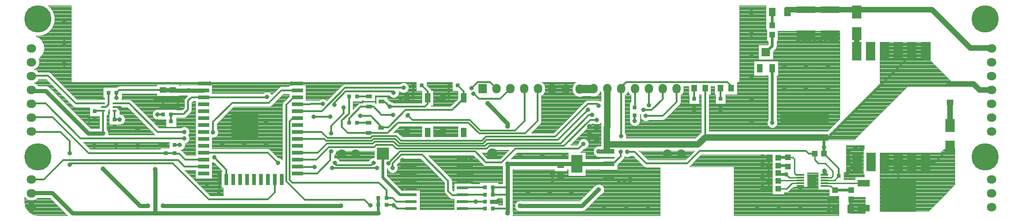
<source format=gbr>
G04 DipTrace 3.1.0.1*
G04 Bottom-Clock-IN12e.Top.gbr*
%MOIN*%
G04 #@! TF.FileFunction,Copper,L1,Top*
G04 #@! TF.Part,Single*
G04 #@! TA.AperFunction,Conductor*
%ADD10C,0.009843*%
%ADD14C,0.011811*%
%ADD15C,0.019685*%
%ADD16C,0.059055*%
%ADD17C,0.03937*%
%ADD18C,0.047244*%
G04 #@! TA.AperFunction,ViaPad*
%ADD19C,0.031496*%
G04 #@! TA.AperFunction,CopperBalancing*
%ADD20C,0.003937*%
%ADD22R,0.051181X0.043307*%
%ADD23R,0.031496X0.031496*%
%ADD24R,0.043307X0.051181*%
%ADD25R,0.062992X0.047244*%
%ADD26R,0.043307X0.03937*%
%ADD27R,0.03937X0.043307*%
%ADD28R,0.137795X0.047244*%
%ADD29R,0.03937X0.049213*%
%ADD30R,0.047244X0.03937*%
%ADD32R,0.070866X0.094488*%
G04 #@! TA.AperFunction,ComponentPad*
%ADD33O,0.06X0.07*%
%ADD34R,0.06X0.065*%
%ADD35O,0.06X0.07*%
%ADD36O,0.07X0.06*%
%ADD38R,0.086614X0.086614*%
%ADD39C,0.074803*%
%ADD41R,0.070866X0.137795*%
%ADD42R,0.086614X0.047244*%
%ADD43R,0.251969X0.228346*%
G04 #@! TA.AperFunction,ComponentPad*
%ADD44C,0.19685*%
%ADD45C,0.137795*%
%ADD47R,0.041339X0.025591*%
%ADD48R,0.047244X0.062992*%
%ADD50R,0.043307X0.062992*%
%ADD51R,0.062992X0.062992*%
%ADD52R,0.03937X0.066929*%
%ADD53R,0.07874X0.031496*%
%ADD54R,0.031496X0.07874*%
%ADD55R,0.19685X0.19685*%
%ADD56R,0.07874X0.023622*%
%ADD58R,0.084646X0.037402*%
%ADD59R,0.084646X0.127953*%
%ADD62R,0.029528X0.015748*%
%ADD64R,0.055118X0.011811*%
%ADD65R,0.059055X0.07874*%
G04 #@! TA.AperFunction,ViaPad*
%ADD67C,0.023622*%
%ADD68C,0.035433*%
%FSLAX26Y26*%
G04*
G70*
G90*
G75*
G01*
G04 Top*
%LPD*%
X988504Y1207008D2*
D14*
X1010157D1*
X1027874Y1224724D1*
Y1311339D1*
X2905827Y1094803D2*
X2823150D1*
X2909764Y1283780D2*
X2823150D1*
X6728661Y567244D2*
Y811339D1*
X6630236D2*
X6728661D1*
X6827087D1*
X6925512D1*
X6996373D1*
X7102677Y917643D1*
X3582992Y473150D2*
X3744409Y472756D1*
X3582992Y623150D2*
Y626299D1*
X3744409D1*
X2392835Y778268D2*
Y771969D1*
X2516063D1*
X3582992Y573150D2*
Y575118D1*
X3744409D1*
X2642047Y768031D2*
X2903385D1*
X2964882D1*
X3079055D2*
Y799528D1*
X3142047Y862520D1*
X3291654D1*
X3480630Y673543D1*
Y598740D1*
X3508189Y571181D1*
X3581024D1*
X3582992Y573150D1*
X3212913D2*
D15*
X3132205D1*
X3008189Y697165D1*
Y868425D1*
X3010157Y870394D1*
X2909764Y1208976D2*
D14*
X2850709D1*
X2764094Y1122362D1*
Y1094803D1*
X3082992Y1149921D2*
X3000315D1*
X2941260Y1208976D1*
X2909764D1*
X3177480Y1138110D2*
X3197252Y1157882D1*
Y1153945D1*
X3189291Y1145984D1*
X3220787Y1114488D1*
X3634173D1*
X3712913Y1035748D1*
X3960945D1*
X4031811Y1106614D1*
Y1338898D1*
X4028268D1*
X3590866Y1271969D2*
Y1268031D1*
X3508189Y1185354D1*
X3173543D1*
X3047559Y1059370D1*
X2994409D1*
X2996378Y1057402D1*
X3590866Y1271969D2*
Y1319213D1*
X3547559Y1362520D1*
X1715669Y1278268D2*
X1628661D1*
X1602677Y1252283D1*
Y1189291D1*
X1571181Y1157795D1*
X1484567D1*
X1480630Y1153858D1*
Y1102677D1*
X2996378Y1057402D2*
Y1067244D1*
X2921575Y1142047D1*
X2846772D1*
X2630236Y1138110D2*
X2508189D1*
X1715669Y1278268D2*
X2171969D1*
X2173543Y1279843D1*
X4428268Y1337717D2*
D16*
X4527087D1*
D14*
X4528268Y1338898D1*
X4828268D2*
Y1206220D1*
X4827087Y1205039D1*
X5917638Y720787D2*
D15*
X5870394D1*
D14*
X5862520Y728661D1*
X6023937Y697165D2*
D10*
X5941260D1*
X5917638Y720787D1*
X5819213Y1488504D2*
D15*
Y1094803D1*
Y1894016D2*
Y1795591D1*
X6197165Y657795D2*
D10*
X6480630D1*
X1715669Y1378268D2*
D14*
X1760157D1*
X2392835D2*
X2350709D1*
X1829449Y683780D2*
Y581417D1*
X1827087Y579055D1*
X1071181Y1207008D2*
X1104646D1*
X1110551Y1201102D1*
X1071181Y1059370D2*
X1035748D1*
X1031811Y1055433D1*
X5909764Y1098740D2*
Y1130236D1*
X5894016Y1145984D1*
X5933386D1*
X5972756D1*
X6012126D1*
X6051496D1*
X6090866D1*
X6130236D1*
X6169606D1*
X6208976D1*
Y1114488D1*
X6193228Y1098740D1*
X6098740D1*
X6004252D1*
X5909764D1*
X5256220Y1208976D2*
Y1169606D1*
X5445197Y1208976D2*
Y1169606D1*
X3228661Y1362520D2*
Y1279843D1*
X3224724Y1275906D1*
X3185354D1*
X3181417Y1271969D1*
X3142047D1*
X3138110Y1268031D1*
X3181417Y1023937D2*
X3145984D1*
X3138110Y1016063D1*
X3484567Y1275906D2*
Y1358583D1*
X3488504Y1362520D1*
X3484567Y1275906D2*
X3445197D1*
X3441260Y1271969D1*
X3397953Y1268031D2*
X3437323D1*
X3441260Y1271969D1*
X3397953Y1020000D2*
X3437323D1*
X3441260Y1023937D1*
X3212913Y823150D2*
X3149921D1*
X3212913Y773150D2*
X3151102D1*
X3149921Y771969D1*
X3212913Y723150D2*
X3151496D1*
X3149921Y724724D1*
X3212913Y673150D2*
X3150315D1*
X3149921Y673543D1*
X3212913Y623150D2*
X3150709D1*
X3149921Y622362D1*
X3582992Y823150D2*
X3645984D1*
X3582992Y773150D2*
X3644803D1*
X3645984Y771969D1*
X3582992Y723150D2*
X3644409D1*
X3645984Y724724D1*
X3582992Y673150D2*
X3645591D1*
X3645984Y673543D1*
X3803465Y523937D2*
X3834961D1*
X3842835Y531811D1*
X4291654Y712913D2*
X4240472D1*
X4232598Y720787D1*
Y681417D1*
X4638110Y705039D2*
X4791654D1*
Y661732D1*
X4752283D1*
X4712913D1*
X929449Y1118425D2*
X894016D1*
X890079Y1114488D1*
X1555433Y1268031D2*
X1531186D1*
X1504252D1*
X1492441Y1256220D1*
X1421575D1*
X1374331D1*
X1370394Y1252283D1*
X1421575Y1256220D2*
Y1220787D1*
X1409764Y1208976D1*
X1449134D1*
X1488504D1*
X1527874D1*
Y1264719D1*
X1531186Y1268031D1*
X1421575Y1102677D2*
X1382205D1*
X2000315Y1082992D2*
Y1070787D1*
X2010945Y1081417D1*
X6063307Y1736535D2*
X6236535D1*
X6283780Y1689291D1*
X6244409D1*
X1441260Y933386D2*
X1401890D1*
X6023937Y638110D2*
Y606614D1*
X6275906Y468819D2*
X6244409D1*
X6228661Y453071D1*
Y531811D2*
X6264094D1*
X6271969Y539685D1*
X5795591Y838898D2*
Y783780D1*
Y728661D1*
Y673543D1*
Y618425D1*
X5752283D1*
X5748346Y614488D1*
X6126299Y649921D2*
Y661732D1*
X6110551Y677480D1*
X6433386Y811339D2*
X6425512D1*
X6370394Y756220D1*
X6358583Y708976D2*
Y744409D1*
X6370394Y756220D1*
X4551496Y1059370D2*
X4508189D1*
X4500315Y1067244D1*
X4551496Y988504D2*
X4500315D1*
Y980630D1*
X6429449Y1894016D2*
Y1909764D1*
X6236535D1*
X6063307D1*
X5945197D1*
X5929449Y1894016D1*
X6429449D2*
D17*
Y1909764D1*
X6972756D1*
X7248346Y1634173D1*
X7399134D1*
D14*
X7401890Y1631417D1*
X6197165Y697165D2*
D10*
X6244409D1*
X6256220Y708976D1*
Y744409D1*
X6201102Y799528D1*
X6153858D1*
X6126299Y827087D1*
Y870394D1*
X4457008Y941260D2*
D14*
Y933386D1*
X4460945D1*
X1715669Y878268D2*
X2177480D1*
X2252283Y803465D1*
X2661732D2*
X2673543Y791654D1*
X2669606D1*
X2673543Y787717D1*
X2925512D1*
X2941260Y803465D1*
X3047559Y799528D2*
X3051496Y803465D1*
X3133608Y885576D1*
X3674109D1*
X3752283Y807402D1*
X3866457D1*
X3964882Y905827D1*
X4421575D1*
X4457008Y941260D1*
X3047559Y799528D2*
Y803465D1*
X3051496D1*
X4771969Y882205D2*
X4827087D1*
X4909764Y799528D1*
X5205039D1*
X5295591Y890079D1*
X6063307D1*
X6082992Y870394D1*
X6126299D1*
X3331024Y1271969D2*
Y1228661D1*
X3311339Y1208976D1*
X3059370D1*
X3020000Y1248346D1*
X2998346D1*
X3000315Y1246378D1*
X3331024Y1271969D2*
Y1319213D1*
X3287717Y1362520D1*
X3059370Y1208976D2*
D3*
X2392835Y728268D2*
X2535354D1*
X2630236Y823150D1*
Y882205D1*
X2634173Y886142D1*
Y1016063D2*
Y1071181D1*
X2724724Y1161732D1*
Y1205039D1*
X2392835Y1328268D2*
X2423150Y1323150D1*
X1575118Y1027874D2*
X1382205D1*
X1177480Y1232598D1*
X1071181D1*
X2392835Y1328268D2*
X2277087D1*
X2185354Y1236535D1*
X1921575D1*
X1783780Y1098740D1*
Y1023937D1*
X988504Y1232598D2*
X791654D1*
X590866Y1433386D1*
X474724D1*
X472756Y1431417D1*
X5445197Y1268031D2*
Y1342835D1*
X5256220Y1268031D2*
Y1342835D1*
X6429449Y1610551D2*
D17*
Y1736541D1*
X7102677Y1240472D2*
Y1075118D1*
X6023937Y677480D2*
D10*
X5866457D1*
X5862520Y673543D1*
X1879449Y683780D2*
D14*
Y755039D1*
X1791654Y842835D1*
X1575118Y980630D2*
X827087D1*
X575118Y1232598D1*
X473937D1*
X472756Y1231417D1*
X2392835Y1028268D2*
X2566850D1*
X2610551Y984567D1*
X2921575D1*
X2933386Y996378D1*
X3106614D1*
X3138110Y964882D1*
X3724724D1*
X3752283Y992441D1*
X4252283D1*
X4488504Y1228661D1*
X4555433D1*
X4567244Y1216850D1*
X4929449Y1220787D2*
Y1337717D1*
X4928268Y1338898D1*
X4890079Y1185354D2*
X4949134D1*
X5027874Y1264094D1*
Y1338504D1*
X5028268Y1338898D1*
X2392835Y978268D2*
X2585354D1*
X2598740Y964882D1*
X2929449D1*
X2941260Y976693D1*
X3098740D1*
X3130236Y945197D1*
X3732598D1*
X3756220Y968819D1*
X4271969D1*
X4488504Y1185354D1*
X4905827Y1142047D2*
X5027874D1*
X5130236Y1244409D1*
Y1336929D1*
X5128268Y1338898D1*
X2392835Y878268D2*
X2539685D1*
X2606614Y945197D1*
X2937323D1*
X2949134Y957008D1*
X3086929D1*
X3118425Y925512D1*
X3744409D1*
X3764094Y945197D1*
X4291654D1*
X4496378Y1149921D1*
X4520000D1*
X5819213Y1728661D2*
D15*
Y1647953D1*
X5773937Y1602677D1*
X748346Y874331D2*
D14*
Y960945D1*
X681417Y1027874D1*
X476299D1*
X472756Y1031417D1*
X2229449Y683780D2*
Y591654D1*
X2177480Y539685D1*
X1752283D1*
X1492441Y799528D1*
X748346D1*
Y791654D1*
X6023937Y657795D2*
D10*
X5960945D1*
X5921575Y618425D1*
X5862520D1*
X2764094Y1283780D2*
D14*
Y1161732D1*
X2712913Y1110551D1*
Y1063307D1*
X2756220Y1020000D1*
X2905827D1*
X4128268Y1338898D2*
X4126299D1*
X2905827Y1020000D2*
X3043622D1*
X3118425Y1094803D1*
X3626299D1*
X3705039Y1016063D1*
X4035748D1*
X4126299Y1106614D1*
Y1336929D1*
X4128268Y1338898D1*
X2392835Y1178268D2*
X2568031D1*
X2736535Y1346772D1*
X3157795D1*
X3828268Y1338898D2*
X3850709D1*
X3649921Y1342835D2*
X3693228Y1386142D1*
X3781024D1*
X3828268Y1338898D1*
X1683780Y779843D2*
X1715669Y778268D1*
X1576693D1*
X1531811Y823150D1*
X701102D1*
X562520Y684567D1*
X472756D1*
X3212913Y473150D2*
X3114094D1*
X3086929Y500315D1*
X3035748D1*
X2392835Y1278268D2*
X2364882D1*
X2311339Y1224724D1*
Y669606D1*
X2445197Y535748D1*
X2874331D1*
X2917638Y492441D1*
Y496378D1*
X3086929D2*
X3110157Y473150D1*
X3114094D1*
X3212913Y523150D2*
X3107402D1*
X3079055Y551496D1*
X3035748D1*
Y606614D1*
X2980630Y661732D1*
X2354646D1*
X2334961Y681417D1*
Y1102677D1*
X2358583Y1126299D1*
X2390866D1*
X2392835Y1128268D1*
X6390079Y606614D2*
D15*
X6271969D1*
X6197165Y638110D2*
D10*
X6240472D1*
X6271969Y606614D1*
X6480630Y476693D2*
D14*
X6394016D1*
X6386142Y468819D1*
Y535748D1*
X6390079Y539685D1*
X2392835Y1228268D2*
X2575118Y1228661D1*
X2657795Y1224724D2*
Y1236535D1*
X2740472Y1319213D1*
X3079055D1*
X3086929Y1311339D1*
X3661732Y1303465D2*
X3665669D1*
X3701102Y1268031D1*
X3857402D1*
X3928268Y1338898D1*
X6023937Y716850D2*
D10*
X5992441D1*
X5980630Y728661D1*
Y831024D1*
X5968819Y842835D1*
X5933386D1*
D15*
X5866457D1*
D14*
X5862520Y838898D1*
Y783780D2*
D15*
X5925512D1*
D14*
X5933386Y775906D1*
X5909764Y988504D2*
D18*
X6004252D1*
X6098740D1*
X6193228D1*
D14*
X6224724D1*
X6846772Y1610551D1*
X6925512D1*
X6827087D1*
X6728661D1*
X6630236D1*
X4628268Y1338898D2*
D18*
Y1061339D1*
D14*
X4626299Y1059370D1*
D18*
Y988504D1*
Y931031D1*
Y897953D1*
D14*
X4638110Y886142D1*
X5334961Y1342835D2*
Y988504D1*
D18*
X5909764D1*
X988504Y1181417D2*
D14*
X933386D1*
X929449Y1177480D1*
X7401890Y1331417D2*
D17*
X7314882D1*
X7271969Y1374331D1*
X7102677D1*
X4638110Y886142D2*
D19*
X4567244D1*
Y610551D2*
X4563307D1*
X4445197Y492441D1*
X4000315D1*
X2705039D2*
X1421575D1*
X1311339D2*
X1256220D1*
X988504Y760157D1*
Y1016063D2*
X882205D1*
X575118Y1323150D1*
X481024D1*
X472756Y1331417D1*
X988504Y1181417D2*
D14*
Y1016063D1*
X6197165Y677480D2*
D10*
X6268031D1*
X6299528Y708976D1*
D14*
Y764094D1*
X6193228Y870394D1*
Y917638D2*
D15*
Y870394D1*
X6197165Y748346D2*
D10*
Y716850D1*
X6193228Y988504D2*
D15*
Y917638D1*
D14*
Y870394D1*
X5334961Y988504D2*
D18*
X5283780Y937323D1*
X4632591D1*
D14*
X4626299Y931031D1*
X1715669Y1328268D2*
D19*
X1556614D1*
D14*
X1555433Y1327087D1*
D19*
X1496378D1*
D14*
X1492441Y1331024D1*
D19*
X1421575D1*
X4638110Y795591D2*
D14*
X4669606D1*
X4724724Y850709D1*
Y882205D1*
X4728661Y996378D2*
Y1338504D1*
X4728268Y1338898D1*
X4716850D1*
X4764094Y1386142D1*
X5496378D1*
X5531811Y1350709D1*
X5523937Y1342835D1*
X4638110Y795591D2*
D19*
X4409764D1*
D14*
X4299528D1*
X4291654Y787717D1*
X3803465Y626299D2*
D15*
Y575118D1*
X3582992Y523150D2*
D14*
X3692806D1*
Y523937D1*
X3744409D1*
X472756Y584567D2*
D19*
X475118Y586929D1*
X622362D1*
X768031Y441260D1*
X1366457D1*
Y756220D1*
X2976693Y551496D2*
D15*
Y500315D1*
Y441260D2*
Y500315D1*
X1543622Y933386D2*
D14*
X1504252D1*
X3803465Y472756D2*
X3901890D1*
X3909073Y479940D1*
D19*
Y571722D1*
Y626299D1*
Y794900D1*
X3909764Y795591D1*
X3803465Y575118D2*
D14*
X3905677D1*
X3909073Y571722D1*
X3677480Y523937D2*
X3692806D1*
X3909073Y479940D2*
D19*
Y441260D1*
X3909764D1*
X1421575Y1331024D2*
D14*
X1106614D1*
X1086929Y1311339D1*
X1071181Y1118425D2*
X1110551D1*
X1071181Y1181417D2*
Y1118425D1*
X1086929Y1311339D2*
Y1271969D1*
X1382205Y1153858D2*
X1421575D1*
X1555433Y1327087D2*
X1606614D1*
X1366457Y441260D2*
D19*
X2976693D1*
X3803465Y626299D2*
D14*
X3909073D1*
X4409764Y795591D2*
D19*
X3941260D1*
X3909764D1*
Y1067244D2*
Y1086929D1*
X3764094Y1232598D1*
X4827087Y1106614D2*
D14*
Y1145984D1*
X2392835Y828268D2*
X2529055D1*
X2618425Y917638D1*
X2945197D1*
X2960945Y933386D1*
X3079055D1*
X3106614Y905827D1*
X3760157D1*
X3779843Y925512D1*
X4315276D1*
X4504252Y1114488D1*
X4551496D1*
X1715669Y828268D2*
X1581811D1*
X1539685Y870394D1*
X1508189D1*
X1504252Y874331D1*
X1441260D1*
X886142D1*
X626299Y1134173D1*
X475512D1*
X472756Y1131417D1*
D19*
X455039Y1883780D3*
Y1805039D3*
Y887717D3*
Y808976D3*
X520000Y1919213D3*
Y1765669D3*
Y923150D3*
Y769606D3*
X584961Y1883780D3*
Y1805039D3*
Y887717D3*
Y808976D3*
X5917638Y720787D3*
D67*
X6094803Y705039D3*
X6126299D3*
X6094803Y677480D3*
X6126299D3*
X6094803Y649921D3*
X6126299D3*
D19*
X5819213Y1094803D3*
X3059370Y1208976D3*
X2724724Y1205039D3*
X4724724Y882205D3*
X4728661Y996378D3*
X3157795Y1346772D3*
X3649921Y1342835D3*
X2575118Y1228661D3*
X2657795Y1224724D3*
X3086929Y1311339D3*
X3661732Y1303465D3*
X3189291Y1145984D3*
X3082992Y1149921D3*
D68*
X3909764Y441260D3*
D19*
X1543622Y933386D3*
X3677480Y523937D3*
D68*
X2705039Y492441D3*
D19*
X2964882Y768031D3*
D68*
X2976693Y441260D3*
X4567244Y886142D3*
Y610551D3*
D19*
X1791654Y842835D3*
X1575118Y980630D3*
X748346Y874331D3*
Y791654D3*
X2516063Y771969D3*
X2642047Y768031D3*
X3086929Y496378D3*
X2917638D3*
X1783780Y1023937D3*
X1575118Y1027874D3*
X1760157Y1378268D3*
X2350709D3*
X1827087Y579055D3*
D68*
X1366457Y756220D3*
X1606614Y1327087D3*
X4000315Y492441D3*
X1421575D3*
X1311339D3*
D19*
X3149921Y823150D3*
X1110551Y1201102D3*
X1031811Y1055433D3*
X890079Y1114488D3*
X5894016Y1145984D3*
X5933386D3*
X5972756D3*
X6012126D3*
X6051496D3*
X6090866D3*
X6130236D3*
X6169606D3*
X6208976D3*
X5256220Y1169606D3*
X5445197D3*
X4520000Y1149921D3*
X4905827Y1142047D3*
X4827087Y1106614D3*
X4551496Y1114488D3*
X3138110Y1268031D3*
Y1016063D3*
X3397953Y1020000D3*
X3149921Y771969D3*
X3397953Y1268031D3*
X3224724Y1275906D3*
X3484567D3*
X3149921Y724724D3*
Y673543D3*
Y622362D3*
X3645984Y823150D3*
Y771969D3*
Y724724D3*
Y673543D3*
X3842835Y531811D3*
X4232598Y720787D3*
Y681417D3*
X4712913Y661732D3*
X4752283D3*
X4791654D3*
Y705039D3*
D68*
X988504Y760157D3*
Y1016063D3*
D19*
X1110551Y1118425D3*
X1086929Y1271969D3*
X1382205Y1153858D3*
X1370394Y1252283D3*
X1409764Y1208976D3*
X1449134D3*
X1527874D3*
X1488504D3*
X1382205Y1102677D3*
X2846772Y1142047D3*
X2630236Y1138110D3*
X2508189D3*
X2173543Y1279843D3*
X6008189Y1689291D3*
X6047559D3*
X6086929D3*
X6126299D3*
X6165669D3*
X6205039D3*
X6244409D3*
X6283780D3*
X1401890Y933386D3*
X6228661Y453071D3*
Y492441D3*
Y531811D3*
X6023937Y606614D3*
X5748346Y614488D3*
Y653858D3*
Y693228D3*
Y732598D3*
Y771969D3*
Y811339D3*
Y850709D3*
X4771969Y882205D3*
X4457008Y941260D3*
X2661732Y803465D3*
X2252283D3*
X6197165Y748346D3*
X6193228Y917638D3*
D68*
X6370394Y756220D3*
Y799528D3*
Y842835D3*
Y886142D3*
X6417638Y905827D3*
X6460945D3*
X4500315Y1067244D3*
Y1023937D3*
Y980630D3*
X5708976Y472756D3*
X5866457D3*
X6023937D3*
D19*
X3079055Y768031D3*
D68*
X1240472Y1051496D3*
X1740472Y634173D3*
X5669606Y1890079D3*
Y1575118D3*
Y1732598D3*
Y1417638D3*
Y1102677D3*
Y1260157D3*
X4157795Y858583D3*
X4315276D3*
D19*
X2941260Y803465D3*
D68*
X4000315Y858583D3*
X4212913Y590866D3*
X4370394D3*
X4055433D3*
X5905827Y1496378D3*
X6063307D3*
X6220787D3*
X6063307Y1338898D3*
X5905827D3*
X6220787D3*
X1082992Y925512D3*
X925512D3*
X1240472D3*
X4606614Y472756D3*
X4764094D3*
X4921575D3*
X708976Y1831024D3*
Y1516063D3*
Y1673543D3*
D19*
X3047559Y799528D3*
D68*
X1850709Y945197D3*
X2165669Y1102677D3*
X2008189Y945197D3*
X2165669D3*
D19*
X2634173Y886142D3*
Y1016063D3*
X4488504Y1185354D3*
X4890079D3*
X4567244Y1216850D3*
X4929449Y1220787D3*
D68*
X3909764Y795591D3*
Y1067244D3*
X3764094Y1232598D3*
D19*
X7289685Y1883780D3*
Y1805039D3*
Y887717D3*
Y808976D3*
X7354646Y1919213D3*
Y1765669D3*
Y923150D3*
Y769606D3*
X7419606Y1883780D3*
Y1805039D3*
Y887717D3*
Y808976D3*
X6597169Y1671706D2*
D20*
X6958579D1*
X6597169Y1667900D2*
X6958579D1*
X6597169Y1664094D2*
X6958579D1*
X6597169Y1660289D2*
X6958579D1*
X6597169Y1656483D2*
X6958579D1*
X6597169Y1652677D2*
X6958579D1*
X6597169Y1648871D2*
X6958579D1*
X6597169Y1645066D2*
X6958579D1*
X6597169Y1641260D2*
X6958579D1*
X6597169Y1637454D2*
X6958579D1*
X6597169Y1633648D2*
X6958579D1*
X6597169Y1629843D2*
X6958579D1*
X6597169Y1626037D2*
X6958579D1*
X6597169Y1622231D2*
X6958579D1*
X6597169Y1618425D2*
X6958579D1*
X6597169Y1614619D2*
X6958579D1*
X6597169Y1610814D2*
X6958579D1*
X6597169Y1607008D2*
X6958579D1*
X6597169Y1603202D2*
X6958579D1*
X6597169Y1599396D2*
X6958579D1*
X6597169Y1595591D2*
X6958579D1*
X6597169Y1591785D2*
X6958579D1*
X6597169Y1587979D2*
X6958579D1*
X6597169Y1584173D2*
X6958579D1*
X6597169Y1580367D2*
X6958579D1*
X6597169Y1576562D2*
X6958579D1*
X6597169Y1572756D2*
X6958579D1*
X6597169Y1568950D2*
X6958579D1*
X6597169Y1565144D2*
X6958579D1*
X6597169Y1561339D2*
X6958579D1*
X6597169Y1557533D2*
X6958579D1*
X6597169Y1553727D2*
X6958579D1*
X6597169Y1549921D2*
X6958579D1*
X6597169Y1546115D2*
X6958579D1*
X6597169Y1542310D2*
X6959079D1*
X6597169Y1538504D2*
X6962885D1*
X6597169Y1534698D2*
X6966692D1*
X6597169Y1530892D2*
X6970497D1*
X6597169Y1527087D2*
X6974303D1*
X6597169Y1523281D2*
X6978110D1*
X6597169Y1519475D2*
X6981916D1*
X6597169Y1515669D2*
X6985723D1*
X6597169Y1511864D2*
X6989529D1*
X6597169Y1508058D2*
X6993335D1*
X6597169Y1504252D2*
X6997134D1*
X6597169Y1500446D2*
X7000940D1*
X6597169Y1496640D2*
X7004747D1*
X6597169Y1492835D2*
X7008552D1*
X6597169Y1489029D2*
X7012360D1*
X6597169Y1485223D2*
X7016165D1*
X6597169Y1481417D2*
X7019971D1*
X6597169Y1477612D2*
X7023778D1*
X6597169Y1473806D2*
X7027584D1*
X6597169Y1470000D2*
X7031390D1*
X6597169Y1466194D2*
X7035197D1*
X6597169Y1462388D2*
X7039003D1*
X6597169Y1458583D2*
X7042810D1*
X6597169Y1454777D2*
X7046615D1*
X6597169Y1450971D2*
X7050421D1*
X6597169Y1447165D2*
X7054220D1*
X6597169Y1443360D2*
X7058026D1*
X6597169Y1439554D2*
X7061833D1*
X6597169Y1435748D2*
X7065639D1*
X6597169Y1431942D2*
X7069446D1*
X6597169Y1428136D2*
X7073252D1*
X6597169Y1424331D2*
X7077058D1*
X6597169Y1420525D2*
X7080865D1*
X6597169Y1416719D2*
X7084671D1*
X6597169Y1412913D2*
X7088476D1*
X6597169Y1409108D2*
X7092283D1*
X6597169Y1405302D2*
X7096089D1*
X6597169Y1401496D2*
X7099896D1*
X6597169Y1397690D2*
X7103702D1*
X6597169Y1393885D2*
X7107508D1*
X6597169Y1390079D2*
X7123933D1*
X6597169Y1386273D2*
X7123933D1*
X6597169Y1382467D2*
X7123933D1*
X6597169Y1378661D2*
X7123933D1*
X6594570Y1374856D2*
X7123933D1*
X6590764Y1371050D2*
X7123933D1*
X6586958Y1367244D2*
X7123933D1*
X6583151Y1363438D2*
X7123933D1*
X6579345Y1359633D2*
X7123933D1*
X6575539Y1355827D2*
X6793593D1*
X6571732Y1352021D2*
X6789787D1*
X6567927Y1348215D2*
X6785982D1*
X6564119Y1344409D2*
X6782175D1*
X6560314Y1340604D2*
X6778369D1*
X6556508Y1336798D2*
X6774562D1*
X6552709Y1332992D2*
X6770756D1*
X6548903Y1329186D2*
X6766950D1*
X6545096Y1325381D2*
X6763151D1*
X6541290Y1321575D2*
X6759345D1*
X6537483Y1317769D2*
X6755538D1*
X6533677Y1313963D2*
X6751732D1*
X6529871Y1310157D2*
X6747925D1*
X6526064Y1306352D2*
X6744119D1*
X6522259Y1302546D2*
X6740314D1*
X6518453Y1298740D2*
X6736507D1*
X6514646Y1294934D2*
X6732701D1*
X6510840Y1291129D2*
X6728895D1*
X6507033Y1287323D2*
X6725088D1*
X6503227Y1283517D2*
X6721282D1*
X6499421Y1279711D2*
X6717475D1*
X6495622Y1275906D2*
X6713669D1*
X6491816Y1272100D2*
X6709864D1*
X6488009Y1268294D2*
X6706064D1*
X6484203Y1264488D2*
X6702259D1*
X6480396Y1260682D2*
X6698451D1*
X6476591Y1256877D2*
X6694646D1*
X6472785Y1253071D2*
X6690839D1*
X6468978Y1249265D2*
X6687033D1*
X6465172Y1245459D2*
X6683227D1*
X6461366Y1241654D2*
X6679420D1*
X6457559Y1237848D2*
X6675614D1*
X6453753Y1234042D2*
X6671808D1*
X6449946Y1230236D2*
X6668001D1*
X6446140Y1226430D2*
X6664196D1*
X6442335Y1222625D2*
X6660388D1*
X6438535Y1218819D2*
X6656583D1*
X6434730Y1215013D2*
X6652777D1*
X6430923Y1211207D2*
X6648978D1*
X6427117Y1207402D2*
X6645172D1*
X6423310Y1203596D2*
X6641365D1*
X6419504Y1199790D2*
X6637559D1*
X6415698Y1195984D2*
X6633752D1*
X6411891Y1192178D2*
X6629946D1*
X6408085Y1188373D2*
X6626140D1*
X6404280Y1184567D2*
X6622333D1*
X6400472Y1180761D2*
X6618528D1*
X6396667Y1176955D2*
X6614722D1*
X6392860Y1173150D2*
X6610915D1*
X6389054Y1169344D2*
X6607109D1*
X6385248Y1165538D2*
X6603302D1*
X6381449Y1161732D2*
X6599496D1*
X6377643Y1157927D2*
X6595697D1*
X6373836Y1154121D2*
X6591891D1*
X6370030Y1150315D2*
X6588085D1*
X6366223Y1146509D2*
X6584278D1*
X6362417Y1142703D2*
X6580472D1*
X6358612Y1138898D2*
X6576665D1*
X6354804Y1135092D2*
X6572860D1*
X6350999Y1131286D2*
X6569054D1*
X6347193Y1127480D2*
X6565247D1*
X6343386Y1123675D2*
X6561441D1*
X6339580Y1119869D2*
X6557635D1*
X6335773Y1116063D2*
X6553828D1*
X6331967Y1112257D2*
X6550022D1*
X6328161Y1108451D2*
X6546215D1*
X6324362Y1104646D2*
X6542409D1*
X6320556Y1100840D2*
X6538610D1*
X6316749Y1097034D2*
X6534804D1*
X6312944Y1093228D2*
X6530999D1*
X6309136Y1089423D2*
X6527192D1*
X6305331Y1085617D2*
X6523386D1*
X6301525Y1081811D2*
X6519579D1*
X6297718Y1078005D2*
X6515773D1*
X6293912Y1074199D2*
X6511967D1*
X6290106Y1070394D2*
X6508160D1*
X6286299Y1066588D2*
X6504354D1*
X6282493Y1062782D2*
X6500549D1*
X6278686Y1058976D2*
X6496741D1*
X6274881Y1055171D2*
X6492936D1*
X6271075Y1051365D2*
X6489129D1*
X6267276Y1047559D2*
X6485323D1*
X6263470Y1043753D2*
X6481524D1*
X6259663Y1039948D2*
X6477718D1*
X6255857Y1036142D2*
X6473912D1*
X6252050Y1032336D2*
X6470105D1*
X6248244Y1028530D2*
X6466299D1*
X6244438Y1024724D2*
X6462492D1*
X6240631Y1020919D2*
X6458686D1*
X6236825Y1017113D2*
X6454881D1*
X6233020Y1013307D2*
X6451073D1*
X6229213Y1009501D2*
X6447268D1*
X6177894Y1005696D2*
X6443462D1*
X5873329Y1001890D2*
X6439655D1*
X5874175Y998084D2*
X6435849D1*
X5875021Y994278D2*
X6432042D1*
X5875866Y990472D2*
X6428236D1*
X5876713Y986667D2*
X6424437D1*
X5877558Y982861D2*
X6420631D1*
X5878404Y979055D2*
X6416825D1*
X5879249Y975249D2*
X6413018D1*
X5880096Y971444D2*
X6409213D1*
X6224739Y1006220D2*
X5872844Y1002311D1*
X5879846Y970787D1*
X6408941D1*
X6794312Y1356143D1*
X6794837Y1356465D1*
X6795436Y1356608D1*
X7124323Y1356614D1*
X7124331Y1392039D1*
X7110243Y1392071D1*
X7109657Y1392261D1*
X7109159Y1392625D1*
X6959352Y1542465D1*
X6959072Y1543013D1*
X6958976Y1543622D1*
Y1675504D1*
X6596780Y1675512D1*
X6596765Y1378113D1*
X6596622Y1377514D1*
X6596301Y1376990D1*
X6226003Y1006692D1*
X6225478Y1006370D1*
X6224878Y1006227D1*
X5912130Y1927612D2*
X6462516D1*
X5912130Y1923806D2*
X6462516D1*
X5912130Y1920000D2*
X6462516D1*
X5912130Y1916194D2*
X6462516D1*
X5912130Y1912388D2*
X6462516D1*
X5912130Y1908583D2*
X6462516D1*
X5912130Y1904777D2*
X6462516D1*
X5912130Y1900971D2*
X6462516D1*
X5912130Y1897165D2*
X6462516D1*
X5912130Y1893360D2*
X6462516D1*
X6462906Y1931417D2*
X5911740D1*
X5911732Y1892055D1*
X6462906Y1892047D1*
X6462913Y1931409D1*
X7064651Y907927D2*
X7135744D1*
X7060844Y904121D2*
X7135744D1*
X7057038Y900315D2*
X7135744D1*
X7053231Y896509D2*
X7135744D1*
X7049425Y892703D2*
X7135744D1*
X7045619Y888898D2*
X7135744D1*
X7041812Y885092D2*
X7135744D1*
X7038007Y881286D2*
X7135744D1*
X7034201Y877480D2*
X7135744D1*
X6597169Y873675D2*
X7135744D1*
X6597169Y869869D2*
X7135744D1*
X6597169Y866063D2*
X7135744D1*
X6597169Y862257D2*
X7135744D1*
X6597169Y858451D2*
X7135744D1*
X6597169Y854646D2*
X7135744D1*
X6597169Y850840D2*
X7135744D1*
X6597169Y847034D2*
X7135744D1*
X6597169Y843228D2*
X7135744D1*
X6597169Y839423D2*
X7135744D1*
X6597169Y835617D2*
X7135744D1*
X6597169Y831811D2*
X7135744D1*
X6597169Y828005D2*
X7135744D1*
X6597169Y824199D2*
X7135744D1*
X6597169Y820394D2*
X7135744D1*
X6597169Y816588D2*
X7135744D1*
X6597169Y812782D2*
X7135744D1*
X6597169Y808976D2*
X7135744D1*
X6597169Y805171D2*
X7135744D1*
X6597169Y801365D2*
X7135744D1*
X6597169Y797559D2*
X7135744D1*
X6597169Y793753D2*
X7135744D1*
X6597169Y789948D2*
X7135744D1*
X6597169Y786142D2*
X7135744D1*
X6597169Y782336D2*
X7135744D1*
X6597169Y778530D2*
X7135744D1*
X6597169Y774724D2*
X7135744D1*
X6597169Y770919D2*
X7135744D1*
X6597169Y767113D2*
X7135744D1*
X6597169Y763307D2*
X7135744D1*
X6597169Y759501D2*
X7135744D1*
X6597169Y755696D2*
X7135744D1*
X6597169Y751890D2*
X7135744D1*
X6597169Y748084D2*
X7135744D1*
X6597169Y744278D2*
X7135744D1*
X6597169Y740472D2*
X7135744D1*
X6597169Y736667D2*
X7135744D1*
X6597169Y732861D2*
X7135744D1*
X6597169Y729055D2*
X7135744D1*
X6597169Y725249D2*
X7135744D1*
X6597169Y721444D2*
X7135744D1*
X6597169Y717638D2*
X7135744D1*
X6597169Y713832D2*
X7135744D1*
X6597169Y710026D2*
X7135744D1*
X6597169Y706220D2*
X7135744D1*
X6597169Y702415D2*
X7135744D1*
X6597169Y698609D2*
X7135744D1*
X6597169Y694803D2*
X7135744D1*
X6597169Y690997D2*
X7135744D1*
X6597169Y687192D2*
X7135744D1*
X6597169Y683386D2*
X7135744D1*
X6597169Y679580D2*
X7135744D1*
X6597169Y675774D2*
X7135744D1*
X6597169Y671969D2*
X7135744D1*
X6597169Y668163D2*
X7135744D1*
X6597169Y664357D2*
X7135744D1*
X6597169Y660551D2*
X7135744D1*
X6597169Y656745D2*
X7135744D1*
X6597169Y652940D2*
X7135744D1*
X6597169Y649134D2*
X7135744D1*
X6597169Y645328D2*
X7134276D1*
X6597169Y641522D2*
X7130470D1*
X6597169Y637717D2*
X7126663D1*
X6597169Y633911D2*
X7122857D1*
X6597169Y630105D2*
X7119050D1*
X6597169Y626299D2*
X7115244D1*
X6597169Y622493D2*
X7111445D1*
X6597169Y618688D2*
X7107639D1*
X6597169Y614882D2*
X7103833D1*
X6597169Y611076D2*
X7100026D1*
X6597169Y607270D2*
X7096220D1*
X6597169Y603465D2*
X7092413D1*
X6597169Y599659D2*
X7088608D1*
X6597169Y595853D2*
X7084802D1*
X6597169Y592047D2*
X7080995D1*
X6597169Y588241D2*
X7077189D1*
X6597169Y584436D2*
X7073383D1*
X6597169Y580630D2*
X7069576D1*
X6597169Y576824D2*
X7065770D1*
X6597169Y573018D2*
X7061963D1*
X6597169Y569213D2*
X7058157D1*
X6597169Y565407D2*
X7054358D1*
X6597169Y561601D2*
X7050552D1*
X6597169Y557795D2*
X7046747D1*
X6597169Y553990D2*
X7042940D1*
X6597169Y550184D2*
X7039134D1*
X6597169Y546378D2*
X7035327D1*
X6597169Y542572D2*
X7031521D1*
X6597169Y538766D2*
X7027715D1*
X6597169Y534961D2*
X7023908D1*
X6597169Y531155D2*
X7020102D1*
X6597169Y527349D2*
X7016297D1*
X6597169Y523543D2*
X7012490D1*
X6597169Y519738D2*
X7008684D1*
X6597169Y515932D2*
X7004877D1*
X6597169Y512126D2*
X7001071D1*
X6597169Y508320D2*
X6997272D1*
X6597169Y504514D2*
X6993466D1*
X6597169Y500709D2*
X6989660D1*
X6597169Y496903D2*
X6985853D1*
X6597169Y493097D2*
X6982047D1*
X6597169Y489291D2*
X6978240D1*
X6597169Y485486D2*
X6974434D1*
X6597169Y481680D2*
X6970629D1*
X6597169Y477874D2*
X6966822D1*
X6597169Y474068D2*
X6963016D1*
X6597169Y470262D2*
X6959210D1*
X6597169Y466457D2*
X6955403D1*
X6597169Y462651D2*
X6951597D1*
X6597169Y458845D2*
X6947790D1*
X6960937Y876299D2*
X6596780D1*
X6596772Y455047D1*
X6944374Y455039D1*
X7136139Y646797D1*
X7136142Y911724D1*
X7068067Y911732D1*
X7032969Y876675D1*
X7032420Y876395D1*
X7031811Y876299D1*
X6960945D1*
X5880634Y1155958D2*
X6222358D1*
X5880634Y1152152D2*
X6222358D1*
X5880634Y1148346D2*
X6222358D1*
X5880634Y1144541D2*
X6222358D1*
X5880634Y1140735D2*
X6222358D1*
X5880634Y1136929D2*
X6222358D1*
X5880634Y1133123D2*
X6222358D1*
X5880634Y1129318D2*
X6222358D1*
X5880634Y1125512D2*
X6222358D1*
X5880634Y1121706D2*
X6222358D1*
X5880634Y1117900D2*
X6222358D1*
X5880634Y1114094D2*
X6222358D1*
X5880634Y1110289D2*
X6222358D1*
X5880634Y1106483D2*
X6222358D1*
X5880634Y1102677D2*
X6222358D1*
X5880634Y1098871D2*
X6222358D1*
X5880634Y1095066D2*
X6222358D1*
X5880634Y1091260D2*
X6222358D1*
X5880634Y1087454D2*
X6222358D1*
X5880634Y1083648D2*
X6222358D1*
X5880236Y1159756D2*
Y1081031D1*
X6222748Y1081024D1*
X6222756Y1159756D1*
X5880244Y1159764D1*
X597023Y1935486D2*
X757791D1*
X5581421D2*
X5773386D1*
X601406Y1931680D2*
X757791D1*
X5581421D2*
X5773386D1*
X605397Y1927874D2*
X757791D1*
X5581421D2*
X5773386D1*
X609042Y1924068D2*
X757791D1*
X5581421D2*
X5773386D1*
X612379Y1920262D2*
X757791D1*
X5581421D2*
X5773386D1*
X615455Y1916457D2*
X757791D1*
X5581421D2*
X5773386D1*
X618284Y1912651D2*
X757791D1*
X5581421D2*
X5773386D1*
X620891Y1908845D2*
X757791D1*
X5581421D2*
X5773386D1*
X623290Y1905039D2*
X757791D1*
X5581421D2*
X5773386D1*
X625497Y1901234D2*
X757791D1*
X5581421D2*
X5773386D1*
X627520Y1897428D2*
X757791D1*
X5581421D2*
X5773386D1*
X629380Y1893622D2*
X757791D1*
X5581421D2*
X5773386D1*
X631072Y1889816D2*
X757791D1*
X5581421D2*
X5773386D1*
X632610Y1886010D2*
X757791D1*
X5581421D2*
X5773386D1*
X634002Y1882205D2*
X757791D1*
X5581421D2*
X5773386D1*
X635247Y1878399D2*
X757791D1*
X5581421D2*
X5773386D1*
X636362Y1874593D2*
X757791D1*
X5581421D2*
X5773386D1*
X637339Y1870787D2*
X757791D1*
X5581421D2*
X5773386D1*
X638177Y1866982D2*
X757791D1*
X5581421D2*
X5773386D1*
X638900Y1863176D2*
X757791D1*
X5581421D2*
X5773386D1*
X639484Y1859370D2*
X757791D1*
X5581421D2*
X5773386D1*
X639953Y1855564D2*
X757791D1*
X5581421D2*
X5773386D1*
X640299Y1851759D2*
X757791D1*
X5581421D2*
X5773386D1*
X640522Y1847953D2*
X757791D1*
X5581421D2*
X5773386D1*
X640622Y1844147D2*
X757791D1*
X5581421D2*
X5773386D1*
X640607Y1840341D2*
X757791D1*
X5581421D2*
X5773539D1*
X640469Y1836535D2*
X757791D1*
X5581421D2*
X5773539D1*
X640207Y1832730D2*
X757791D1*
X5581421D2*
X5773539D1*
X639823Y1828924D2*
X757791D1*
X5581421D2*
X5773539D1*
X639315Y1825118D2*
X757791D1*
X5581421D2*
X5773539D1*
X638685Y1821312D2*
X757791D1*
X5581421D2*
X5773539D1*
X637931Y1817507D2*
X757791D1*
X5581421D2*
X5773539D1*
X637047Y1813701D2*
X757791D1*
X5581421D2*
X5773539D1*
X636032Y1809895D2*
X757791D1*
X5581421D2*
X5773539D1*
X634878Y1806089D2*
X757791D1*
X5581421D2*
X5773539D1*
X633587Y1802283D2*
X757791D1*
X5581421D2*
X5773539D1*
X632149Y1798478D2*
X757791D1*
X5581421D2*
X5773539D1*
X630565Y1794672D2*
X757791D1*
X5581421D2*
X5773539D1*
X628819Y1790866D2*
X757791D1*
X5581421D2*
X5773539D1*
X626912Y1787060D2*
X757791D1*
X5581421D2*
X5773539D1*
X624828Y1783255D2*
X757791D1*
X5581421D2*
X5773539D1*
X622568Y1779449D2*
X757791D1*
X5581421D2*
X5773539D1*
X620107Y1775643D2*
X757791D1*
X5581421D2*
X5773539D1*
X617431Y1771837D2*
X757791D1*
X5581421D2*
X5773547D1*
X614524Y1768031D2*
X757791D1*
X5581421D2*
X5774116D1*
X611372Y1764226D2*
X757791D1*
X5581421D2*
X5775923D1*
X607942Y1760420D2*
X757791D1*
X5581421D2*
X5777323D1*
X604197Y1756614D2*
X757791D1*
X5581421D2*
X5777323D1*
X5861103D2*
X6305036D1*
X600091Y1752808D2*
X757791D1*
X5581421D2*
X5777323D1*
X5861103D2*
X6305036D1*
X595577Y1749003D2*
X757791D1*
X5581421D2*
X5777323D1*
X5861103D2*
X6305036D1*
X590564Y1745197D2*
X757791D1*
X5581421D2*
X5777323D1*
X5861103D2*
X6305036D1*
X584935Y1741391D2*
X757791D1*
X5581421D2*
X5777323D1*
X5861103D2*
X6305036D1*
X578522Y1737585D2*
X757791D1*
X5581421D2*
X5777323D1*
X5861103D2*
X6305036D1*
X571025Y1733780D2*
X757791D1*
X5581421D2*
X5777323D1*
X5861103D2*
X6305036D1*
X561859Y1729974D2*
X757791D1*
X5581421D2*
X5777323D1*
X5861103D2*
X6305036D1*
X549471Y1726168D2*
X757791D1*
X5581421D2*
X5777323D1*
X5861103D2*
X6305036D1*
X506610Y1722362D2*
X757791D1*
X5581421D2*
X5777323D1*
X5861103D2*
X6305036D1*
X509194Y1718556D2*
X757791D1*
X5581421D2*
X5777323D1*
X5861103D2*
X6305036D1*
X516668Y1714751D2*
X757791D1*
X5581421D2*
X5777323D1*
X5861103D2*
X6305036D1*
X524135Y1710945D2*
X757791D1*
X5581421D2*
X5777323D1*
X5861103D2*
X6305036D1*
X529656Y1707139D2*
X757791D1*
X5581421D2*
X5777323D1*
X5861103D2*
X6305036D1*
X533462Y1703333D2*
X757791D1*
X5581421D2*
X5777323D1*
X5861103D2*
X6305036D1*
X537268Y1699528D2*
X757791D1*
X5581421D2*
X5777323D1*
X5861103D2*
X6305036D1*
X541075Y1695722D2*
X757791D1*
X5581421D2*
X5777323D1*
X5861103D2*
X6305036D1*
X544881Y1691916D2*
X757791D1*
X5581421D2*
X5777323D1*
X5861103D2*
X6305036D1*
X548310Y1688110D2*
X757791D1*
X5581421D2*
X5777323D1*
X5861103D2*
X6305036D1*
X550356Y1684304D2*
X757791D1*
X5581421D2*
X5787165D1*
X5851260D2*
X6305036D1*
X552293Y1680499D2*
X757791D1*
X5581421D2*
X5787165D1*
X5851260D2*
X6305036D1*
X554231Y1676693D2*
X757791D1*
X5581421D2*
X5787165D1*
X5851260D2*
X6305036D1*
X556177Y1672887D2*
X757791D1*
X5581421D2*
X5787165D1*
X5851260D2*
X6305036D1*
X558114Y1669081D2*
X757791D1*
X5581421D2*
X5787165D1*
X5851260D2*
X6305036D1*
X560052Y1665276D2*
X757791D1*
X5581421D2*
X5787165D1*
X5851260D2*
X6305036D1*
X561490Y1661470D2*
X757791D1*
X5581421D2*
X5787165D1*
X5851260D2*
X6305036D1*
X562121Y1657664D2*
X757791D1*
X5581421D2*
X5783766D1*
X5851260D2*
X6305036D1*
X562720Y1653858D2*
X757791D1*
X5581421D2*
X5720236D1*
X5851260D2*
X6305036D1*
X563328Y1650052D2*
X757791D1*
X5581421D2*
X5720236D1*
X5851260D2*
X6305036D1*
X563928Y1646247D2*
X757791D1*
X5581421D2*
X5720236D1*
X5851214D2*
X6305036D1*
X564535Y1642441D2*
X757791D1*
X5581421D2*
X5720236D1*
X5850776D2*
X6305036D1*
X565135Y1638635D2*
X757791D1*
X5581421D2*
X5720236D1*
X5849861D2*
X6305036D1*
X565650Y1634829D2*
X757791D1*
X5581421D2*
X5720236D1*
X5848415D2*
X6305036D1*
X565342Y1631024D2*
X757791D1*
X5581421D2*
X5720236D1*
X5846354D2*
X6305036D1*
X564743Y1627218D2*
X757791D1*
X5581421D2*
X5720236D1*
X5843524D2*
X6305036D1*
X564135Y1623412D2*
X757791D1*
X5581421D2*
X5720236D1*
X5839833D2*
X6305036D1*
X563535Y1619606D2*
X757791D1*
X5581421D2*
X5720236D1*
X5836027D2*
X6305036D1*
X562928Y1615801D2*
X757791D1*
X5581421D2*
X5720236D1*
X5832221D2*
X6305036D1*
X562328Y1611995D2*
X757791D1*
X5581421D2*
X5720236D1*
X5828415D2*
X6305036D1*
X561728Y1608189D2*
X757791D1*
X5581421D2*
X5720236D1*
X5827638D2*
X6305036D1*
X560690Y1604383D2*
X757791D1*
X5581421D2*
X5720236D1*
X5827638D2*
X6305036D1*
X558783Y1600577D2*
X757791D1*
X5581421D2*
X5720236D1*
X5827638D2*
X6305036D1*
X556846Y1596772D2*
X757791D1*
X5581421D2*
X5720236D1*
X5827638D2*
X6305036D1*
X554900Y1592966D2*
X757791D1*
X5581421D2*
X5720236D1*
X5827638D2*
X6305036D1*
X552962Y1589160D2*
X757791D1*
X5581421D2*
X5720236D1*
X5827638D2*
X6305036D1*
X551025Y1585354D2*
X757791D1*
X5581421D2*
X5720236D1*
X5827638D2*
X6305036D1*
X549087Y1581549D2*
X757791D1*
X5581421D2*
X5720236D1*
X5827638D2*
X6305036D1*
X546188Y1577743D2*
X757791D1*
X5581421D2*
X5720236D1*
X5827638D2*
X6305036D1*
X542382Y1573937D2*
X757791D1*
X5581421D2*
X5720236D1*
X5827638D2*
X6305036D1*
X538575Y1570131D2*
X757791D1*
X5581421D2*
X5720236D1*
X5827638D2*
X6305036D1*
X534777Y1566325D2*
X757791D1*
X5581421D2*
X5720236D1*
X5827638D2*
X6305036D1*
X530971Y1562520D2*
X757791D1*
X5581421D2*
X5720236D1*
X5827638D2*
X6305036D1*
X526618Y1558714D2*
X757791D1*
X5581421D2*
X5720236D1*
X5827638D2*
X6305036D1*
X524327Y1554908D2*
X757791D1*
X5581421D2*
X5720236D1*
X5827638D2*
X6305036D1*
X526072Y1551102D2*
X757791D1*
X5581421D2*
X5720236D1*
X5827638D2*
X6305036D1*
X527464Y1547297D2*
X757791D1*
X5581421D2*
X6305036D1*
X528533Y1543491D2*
X757791D1*
X5581421D2*
X6305036D1*
X529294Y1539685D2*
X757791D1*
X5581421D2*
X5684803D1*
X5863071D2*
X6305036D1*
X529771Y1535879D2*
X757791D1*
X5581421D2*
X5684803D1*
X5863071D2*
X6305036D1*
X529956Y1532073D2*
X757791D1*
X5581421D2*
X5684803D1*
X5863071D2*
X6305036D1*
X529863Y1528268D2*
X757791D1*
X5581421D2*
X5684803D1*
X5863071D2*
X6305036D1*
X529494Y1524462D2*
X757791D1*
X5581421D2*
X5684803D1*
X5863071D2*
X6305036D1*
X528833Y1520656D2*
X757791D1*
X5581421D2*
X5684803D1*
X5863071D2*
X6305036D1*
X527872Y1516850D2*
X757791D1*
X5581421D2*
X5684803D1*
X5863071D2*
X6305036D1*
X526595Y1513045D2*
X757791D1*
X5581421D2*
X5684803D1*
X5863071D2*
X6305036D1*
X524973Y1509239D2*
X757791D1*
X5581421D2*
X5684803D1*
X5863071D2*
X6305036D1*
X522974Y1505433D2*
X757791D1*
X5581421D2*
X5684803D1*
X5863071D2*
X6305036D1*
X520544Y1501627D2*
X757791D1*
X5581421D2*
X5684803D1*
X5863071D2*
X6305036D1*
X517591Y1497822D2*
X757791D1*
X5581421D2*
X5684803D1*
X5863071D2*
X6305036D1*
X514000Y1494016D2*
X757791D1*
X5581421D2*
X5684803D1*
X5863071D2*
X6305036D1*
X509555Y1490210D2*
X757791D1*
X5581421D2*
X5684803D1*
X5863071D2*
X6305036D1*
X503804Y1486404D2*
X757791D1*
X5581421D2*
X5684803D1*
X5863071D2*
X6305036D1*
X495499Y1482598D2*
X757791D1*
X5581421D2*
X5684803D1*
X5863071D2*
X6305036D1*
X499128Y1478793D2*
X757791D1*
X5581421D2*
X5684803D1*
X5863071D2*
X6305036D1*
X506187Y1474987D2*
X757791D1*
X5581421D2*
X5684803D1*
X5863071D2*
X6305036D1*
X511362Y1471181D2*
X757791D1*
X5581421D2*
X5684803D1*
X5863071D2*
X6305036D1*
X515453Y1467375D2*
X757791D1*
X5581421D2*
X5684803D1*
X5863071D2*
X6305036D1*
X518775Y1463570D2*
X757791D1*
X5581421D2*
X5684803D1*
X5863071D2*
X6305036D1*
X599768Y1459764D2*
X757791D1*
X5581421D2*
X5684803D1*
X5863071D2*
X6305036D1*
X607342Y1455958D2*
X757791D1*
X5581421D2*
X5684803D1*
X5863071D2*
X6305036D1*
X611687Y1452152D2*
X757791D1*
X5581421D2*
X5684803D1*
X5863071D2*
X6305036D1*
X615493Y1448346D2*
X757791D1*
X5581421D2*
X5684803D1*
X5863071D2*
X6305036D1*
X619299Y1444541D2*
X757791D1*
X5581421D2*
X5684803D1*
X5863071D2*
X6305036D1*
X623106Y1440735D2*
X757791D1*
X5581421D2*
X5684803D1*
X5863071D2*
X6305036D1*
X626912Y1436929D2*
X757791D1*
X5581421D2*
X5684803D1*
X5772520D2*
X5775357D1*
X5863071D2*
X6305036D1*
X630718Y1433123D2*
X757791D1*
X5581421D2*
X5787165D1*
X5851260D2*
X6305036D1*
X634525Y1429318D2*
X757791D1*
X5581421D2*
X5787165D1*
X5851260D2*
X6305036D1*
X638331Y1425512D2*
X757791D1*
X5581421D2*
X5787165D1*
X5851260D2*
X6305036D1*
X642137Y1421706D2*
X757791D1*
X5581421D2*
X5787165D1*
X5851260D2*
X6305036D1*
X645943Y1417900D2*
X757791D1*
X5581421D2*
X5787165D1*
X5851260D2*
X6305036D1*
X649750Y1414094D2*
X757791D1*
X5581421D2*
X5787165D1*
X5851260D2*
X6305036D1*
X653556Y1410289D2*
X757791D1*
X5581421D2*
X5787165D1*
X5851260D2*
X6305036D1*
X657362Y1406483D2*
X757791D1*
X5581421D2*
X5787165D1*
X5851260D2*
X6305036D1*
X521259Y1402677D2*
X581987D1*
X661169D2*
X757791D1*
X5581421D2*
X5787165D1*
X5851260D2*
X6305036D1*
X518460Y1398871D2*
X585793D1*
X664975D2*
X757791D1*
X5581421D2*
X5787165D1*
X5851260D2*
X6305036D1*
X515069Y1395066D2*
X589592D1*
X668774D2*
X757791D1*
X5581421D2*
X5787165D1*
X5851260D2*
X6305036D1*
X510886Y1391260D2*
X593398D1*
X672580D2*
X757791D1*
X5581421D2*
X5787165D1*
X5851260D2*
X6305036D1*
X505565Y1387454D2*
X597205D1*
X676386D2*
X3249764D1*
X3325669D2*
X3509606D1*
X4156716D2*
X4401738D1*
X5565827D2*
X5787165D1*
X5851260D2*
X6305036D1*
X498213Y1383648D2*
X601011D1*
X680192D2*
X3150277D1*
X3165313D2*
X3249764D1*
X3325669D2*
X3509606D1*
X4161891D2*
X4396110D1*
X5565827D2*
X5787165D1*
X5851260D2*
X6305036D1*
X496576Y1379843D2*
X604817D1*
X683999D2*
X3139597D1*
X3175994D2*
X3249764D1*
X3325669D2*
X3509606D1*
X4165975D2*
X4391734D1*
X5565827D2*
X5787165D1*
X5851260D2*
X6305036D1*
X504480Y1376037D2*
X608623D1*
X687805D2*
X3133860D1*
X3181730D2*
X3249764D1*
X3325669D2*
X3509606D1*
X4169296D2*
X4388197D1*
X5565827D2*
X5787165D1*
X5851260D2*
X6305036D1*
X510063Y1372231D2*
X612430D1*
X691611D2*
X1373779D1*
X1540236D2*
X2725188D1*
X3185806D2*
X3249764D1*
X3325669D2*
X3509606D1*
X4172042D2*
X4385291D1*
X5565827D2*
X5787165D1*
X5851260D2*
X6305036D1*
X514407Y1368425D2*
X616236D1*
X695418D2*
X1373779D1*
X1540236D2*
X2718844D1*
X3188881D2*
X3249764D1*
X3325669D2*
X3509606D1*
X4174302D2*
X4382891D1*
X5565827D2*
X5787165D1*
X5851260D2*
X6305036D1*
X517922Y1364619D2*
X620042D1*
X699224D2*
X1373779D1*
X1777241D2*
X2331257D1*
X2454407D2*
X2714792D1*
X3191234D2*
X3249764D1*
X3325669D2*
X3509606D1*
X4176148D2*
X4380923D1*
X5565827D2*
X5787165D1*
X5851260D2*
X6305036D1*
X520813Y1360814D2*
X623849D1*
X703030D2*
X1373779D1*
X1777241D2*
X2331257D1*
X2454407D2*
X2710986D1*
X3193026D2*
X3249764D1*
X3329014D2*
X3509606D1*
X4177632D2*
X4379323D1*
X5565827D2*
X5787165D1*
X5851260D2*
X6305036D1*
X591771Y1357008D2*
X627655D1*
X706836D2*
X1096574D1*
X1777241D2*
X2331257D1*
X2454407D2*
X2707179D1*
X3194326D2*
X3249764D1*
X3332821D2*
X3509606D1*
X4178785D2*
X4378070D1*
X5178785D2*
X5214331D1*
X5376851D2*
X5403307D1*
X5565827D2*
X5787165D1*
X5851260D2*
X6305036D1*
X598038Y1353202D2*
X631461D1*
X710643D2*
X1089600D1*
X1777241D2*
X2264589D1*
X2454407D2*
X2703373D1*
X3195195D2*
X3249764D1*
X3336627D2*
X3509606D1*
X4179631D2*
X4377132D1*
X5179631D2*
X5214331D1*
X5376851D2*
X5403307D1*
X5565827D2*
X5787165D1*
X5851260D2*
X6305036D1*
X602383Y1349396D2*
X635267D1*
X714449D2*
X1085394D1*
X1777241D2*
X2258753D1*
X2454407D2*
X2699567D1*
X3195656D2*
X3249764D1*
X3340433D2*
X3509606D1*
X4180177D2*
X4376494D1*
X5180177D2*
X5214331D1*
X5376851D2*
X5403307D1*
X5565827D2*
X5787165D1*
X5851260D2*
X6305036D1*
X606189Y1345591D2*
X639074D1*
X718255D2*
X989921D1*
X1777241D2*
X2254816D1*
X2454407D2*
X2695760D1*
X3195733D2*
X3249764D1*
X3344240D2*
X3509606D1*
X4180446D2*
X4376140D1*
X5180446D2*
X5214331D1*
X5376851D2*
X5403307D1*
X5565827D2*
X5787165D1*
X5851260D2*
X6305036D1*
X609995Y1341785D2*
X642880D1*
X722062D2*
X989921D1*
X1777241D2*
X2251009D1*
X2454407D2*
X2691954D1*
X3195418D2*
X3249764D1*
X3348046D2*
X3509606D1*
X4180469D2*
X4376063D1*
X5180469D2*
X5214331D1*
X5376851D2*
X5403307D1*
X5565827D2*
X5787165D1*
X5851260D2*
X6305036D1*
X613802Y1337979D2*
X646679D1*
X725860D2*
X989921D1*
X1777241D2*
X2247211D1*
X2454407D2*
X2688156D1*
X3194702D2*
X3249764D1*
X3351814D2*
X3509606D1*
X4180469D2*
X4376063D1*
X5180469D2*
X5214331D1*
X5376851D2*
X5403307D1*
X5565827D2*
X5787165D1*
X5851260D2*
X6305036D1*
X617608Y1334173D2*
X650485D1*
X729666D2*
X989921D1*
X1777241D2*
X2243404D1*
X2454407D2*
X2684349D1*
X3193572D2*
X3249764D1*
X3354751D2*
X3509606D1*
X4180469D2*
X4376063D1*
X5180469D2*
X5214331D1*
X5376851D2*
X5403307D1*
X5565827D2*
X5787165D1*
X5851260D2*
X6305036D1*
X621414Y1330367D2*
X654291D1*
X733473D2*
X989921D1*
X1777241D2*
X2239598D1*
X2454407D2*
X2680543D1*
X3191973D2*
X3249764D1*
X3356789D2*
X3509606D1*
X4180354D2*
X4376117D1*
X5180354D2*
X5214331D1*
X5376851D2*
X5403307D1*
X5565827D2*
X5787165D1*
X5851260D2*
X6305036D1*
X625213Y1326562D2*
X658097D1*
X737279D2*
X989921D1*
X1777241D2*
X2235792D1*
X2454407D2*
X2676737D1*
X3189850D2*
X3249764D1*
X3372914D2*
X3509606D1*
X4179954D2*
X4376432D1*
X5179954D2*
X5214331D1*
X5376851D2*
X5403307D1*
X5565827D2*
X5787165D1*
X5851260D2*
X6305036D1*
X629019Y1322756D2*
X661904D1*
X741085D2*
X989921D1*
X1777241D2*
X2231986D1*
X2454407D2*
X2672930D1*
X3187067D2*
X3287888D1*
X3372914D2*
X3547731D1*
X4179262D2*
X4377032D1*
X5179262D2*
X5214331D1*
X5376851D2*
X5403307D1*
X5565827D2*
X5787165D1*
X5851260D2*
X6305036D1*
X632825Y1318950D2*
X665710D1*
X744892D2*
X989921D1*
X1777241D2*
X2228179D1*
X2454407D2*
X2669124D1*
X3124105D2*
X3132169D1*
X3183422D2*
X3289134D1*
X3372914D2*
X3548976D1*
X4178270D2*
X4377924D1*
X5178270D2*
X5214331D1*
X5376851D2*
X5403307D1*
X5565827D2*
X5787165D1*
X5851260D2*
X6305036D1*
X636632Y1315144D2*
X669516D1*
X748698D2*
X989921D1*
X1777241D2*
X2160327D1*
X2186759D2*
X2224373D1*
X2454407D2*
X2665318D1*
X3124690D2*
X3137144D1*
X3178447D2*
X3289134D1*
X3372914D2*
X3548976D1*
X4176963D2*
X4379131D1*
X4576961D2*
X4579573D1*
X4776957D2*
X4779576D1*
X5176963D2*
X5214331D1*
X5376851D2*
X5403307D1*
X5565827D2*
X5787165D1*
X5851260D2*
X6305036D1*
X640438Y1311339D2*
X673323D1*
X752504D2*
X989921D1*
X1777241D2*
X2152684D1*
X2194403D2*
X2220567D1*
X2454407D2*
X2661512D1*
X3124882D2*
X3144941D1*
X3170650D2*
X3289134D1*
X3372914D2*
X3548976D1*
X4175302D2*
X4380677D1*
X4575300D2*
X4581234D1*
X4775303D2*
X4781229D1*
X5175302D2*
X5214331D1*
X5376851D2*
X5403307D1*
X5565827D2*
X5787165D1*
X5851260D2*
X6305036D1*
X644244Y1307533D2*
X677129D1*
X756310D2*
X989921D1*
X1777241D2*
X2147771D1*
X2199316D2*
X2216760D1*
X2454407D2*
X2657705D1*
X3124690D2*
X3289134D1*
X3372914D2*
X3548976D1*
X4173264D2*
X4382592D1*
X4573263D2*
X4582441D1*
X4773266D2*
X4783274D1*
X5173264D2*
X5214331D1*
X5376851D2*
X5403307D1*
X5565827D2*
X5787165D1*
X5851260D2*
X6305036D1*
X648050Y1303727D2*
X680935D1*
X760117D2*
X989921D1*
X2202922D2*
X2212954D1*
X2454407D2*
X2653899D1*
X3124105D2*
X3289134D1*
X3372914D2*
X3548976D1*
X4170780D2*
X4384929D1*
X4570779D2*
X4582441D1*
X4770782D2*
X4785750D1*
X5170780D2*
X5214331D1*
X5376851D2*
X5403307D1*
X5565827D2*
X5787165D1*
X5851260D2*
X6305036D1*
X651857Y1299921D2*
X684741D1*
X763923D2*
X989921D1*
X1124882D2*
X1373779D1*
X2205675D2*
X2209148D1*
X2288329D2*
X2331257D1*
X2454407D2*
X2650093D1*
X3123106D2*
X3289134D1*
X3372914D2*
X3548976D1*
X4167774D2*
X4387767D1*
X4567780D2*
X4582441D1*
X4767775D2*
X4788757D1*
X5167774D2*
X5214331D1*
X5376851D2*
X5403307D1*
X5565827D2*
X5787165D1*
X5851260D2*
X6305036D1*
X655663Y1296115D2*
X688548D1*
X767729D2*
X989921D1*
X1124882D2*
X1373779D1*
X2284523D2*
X2331257D1*
X2454407D2*
X2646286D1*
X3121660D2*
X3289134D1*
X3372914D2*
X3548976D1*
X4164114D2*
X4391204D1*
X4564112D2*
X4582441D1*
X4764115D2*
X4792425D1*
X5164114D2*
X5218268D1*
X5294173D2*
X5306850D1*
X5363071D2*
X5407244D1*
X5483150D2*
X5787165D1*
X5851260D2*
X6305036D1*
X659469Y1292310D2*
X692354D1*
X771536D2*
X989921D1*
X1124882D2*
X1373779D1*
X2280717D2*
X2331257D1*
X2454407D2*
X2642480D1*
X3119707D2*
X3289134D1*
X3372914D2*
X3548976D1*
X4159562D2*
X4395448D1*
X4559560D2*
X4582441D1*
X4759563D2*
X4796977D1*
X5159562D2*
X5218268D1*
X5294173D2*
X5306850D1*
X5363071D2*
X5407244D1*
X5483150D2*
X5787165D1*
X5851260D2*
X6305036D1*
X663276Y1288504D2*
X696160D1*
X775342D2*
X989921D1*
X1124882D2*
X1373779D1*
X1540236D2*
X1597627D1*
X2276911D2*
X2331257D1*
X2454407D2*
X2638674D1*
X2952638D2*
X3056712D1*
X3117146D2*
X3289134D1*
X3372914D2*
X3548976D1*
X4154410D2*
X4400862D1*
X4553639D2*
X4582441D1*
X4756772D2*
X4800160D1*
X5158347D2*
X5218268D1*
X5294173D2*
X5306850D1*
X5363071D2*
X5407244D1*
X5483150D2*
X5787165D1*
X5851260D2*
X6305036D1*
X667082Y1284698D2*
X699967D1*
X779148D2*
X989921D1*
X1124882D2*
X1595498D1*
X2273104D2*
X2331257D1*
X2454407D2*
X2634868D1*
X2952638D2*
X3060057D1*
X3113802D2*
X3289134D1*
X3372914D2*
X3548976D1*
X4154410D2*
X4408413D1*
X4448117D2*
X4511628D1*
X4544904D2*
X4582441D1*
X4756772D2*
X4800160D1*
X5158347D2*
X5218268D1*
X5294173D2*
X5306850D1*
X5363071D2*
X5407244D1*
X5483150D2*
X5787165D1*
X5851260D2*
X6305036D1*
X670888Y1280892D2*
X703765D1*
X782947D2*
X989921D1*
X1124882D2*
X1591699D1*
X2269306D2*
X2327919D1*
X2454407D2*
X2631069D1*
X2952638D2*
X2957441D1*
X3043189D2*
X3064540D1*
X3109319D2*
X3289134D1*
X3372914D2*
X3548976D1*
X4154410D2*
X4582441D1*
X4756772D2*
X4800160D1*
X5158347D2*
X5218268D1*
X5294173D2*
X5306850D1*
X5363071D2*
X5407244D1*
X5483150D2*
X5787165D1*
X5851260D2*
X6305036D1*
X674694Y1277087D2*
X707572D1*
X786753D2*
X989921D1*
X1124882D2*
X1587893D1*
X2265499D2*
X2324113D1*
X2454407D2*
X2627263D1*
X2952638D2*
X2957441D1*
X3043189D2*
X3071122D1*
X3102736D2*
X3289134D1*
X3372914D2*
X3548976D1*
X4154410D2*
X4582441D1*
X4756772D2*
X4800160D1*
X5158347D2*
X5218268D1*
X5294173D2*
X5306850D1*
X5363071D2*
X5407244D1*
X5483150D2*
X5787165D1*
X5851260D2*
X6305036D1*
X678501Y1273281D2*
X711378D1*
X790559D2*
X999764D1*
X1124859D2*
X1584086D1*
X2261693D2*
X2320307D1*
X2454407D2*
X2623456D1*
X2952638D2*
X2957441D1*
X3043189D2*
X3289134D1*
X3372914D2*
X3548976D1*
X4154410D2*
X4582441D1*
X4756772D2*
X4800160D1*
X5158347D2*
X5218268D1*
X5294173D2*
X5306850D1*
X5363071D2*
X5407244D1*
X5483150D2*
X5787165D1*
X5851260D2*
X6305036D1*
X682299Y1269475D2*
X715184D1*
X794366D2*
X999764D1*
X1124797D2*
X1580541D1*
X2257887D2*
X2316501D1*
X2454407D2*
X2619650D1*
X2952638D2*
X2957441D1*
X3043189D2*
X3289134D1*
X3372914D2*
X3548976D1*
X4154410D2*
X4582441D1*
X4756772D2*
X4800160D1*
X5158347D2*
X5218268D1*
X5294173D2*
X5306850D1*
X5363071D2*
X5407244D1*
X5483150D2*
X5787165D1*
X5851260D2*
X6305036D1*
X686106Y1265669D2*
X718990D1*
X798172D2*
X999764D1*
X1124351D2*
X1578012D1*
X2254080D2*
X2312694D1*
X2454407D2*
X2568315D1*
X2581921D2*
X2615844D1*
X2952638D2*
X2957441D1*
X3043189D2*
X3289134D1*
X3372914D2*
X3548915D1*
X4154410D2*
X4582441D1*
X4756772D2*
X4800160D1*
X5158347D2*
X5218268D1*
X5294173D2*
X5306850D1*
X5363071D2*
X5407244D1*
X5483150D2*
X5787165D1*
X5851260D2*
X6305036D1*
X689912Y1261864D2*
X722797D1*
X801978D2*
X951535D1*
X1123498D2*
X1576274D1*
X2250274D2*
X2308888D1*
X2454407D2*
X2557166D1*
X2593071D2*
X2612038D1*
X2952638D2*
X2957441D1*
X3046073D2*
X3289134D1*
X3372914D2*
X3545108D1*
X4154410D2*
X4582441D1*
X4756772D2*
X4800160D1*
X5158347D2*
X5218268D1*
X5294173D2*
X5306850D1*
X5363071D2*
X5407244D1*
X5483150D2*
X5787165D1*
X5851260D2*
X6305036D1*
X693718Y1258058D2*
X726603D1*
X1188828D2*
X1575174D1*
X2246468D2*
X2305082D1*
X2454407D2*
X2551345D1*
X2598892D2*
X2608231D1*
X2952638D2*
X2957441D1*
X3049879D2*
X3289134D1*
X3372914D2*
X3541302D1*
X4154410D2*
X4582441D1*
X4756772D2*
X4800160D1*
X5158347D2*
X5218268D1*
X5294173D2*
X5306850D1*
X5363071D2*
X5407244D1*
X5483150D2*
X5787165D1*
X5851260D2*
X6305036D1*
X697524Y1254252D2*
X730409D1*
X1195179D2*
X1574636D1*
X2242662D2*
X2301275D1*
X2861103D2*
X2866890D1*
X2952638D2*
X2957441D1*
X3053685D2*
X3289134D1*
X3372914D2*
X3537496D1*
X4154410D2*
X4477464D1*
X4571071D2*
X4582441D1*
X4756772D2*
X4800160D1*
X5158347D2*
X5218268D1*
X5294173D2*
X5306850D1*
X5363071D2*
X5407244D1*
X5483150D2*
X5787165D1*
X5851260D2*
X6305036D1*
X701331Y1250446D2*
X734216D1*
X1199224D2*
X1574567D1*
X1640430D2*
X1654091D1*
X2238855D2*
X2297469D1*
X2861103D2*
X2866890D1*
X2952638D2*
X2957441D1*
X3057492D2*
X3289134D1*
X3372914D2*
X3533690D1*
X4154410D2*
X4470974D1*
X4756772D2*
X4800160D1*
X5158347D2*
X5218268D1*
X5294173D2*
X5306850D1*
X5363071D2*
X5407244D1*
X5483150D2*
X5787165D1*
X5851260D2*
X6305036D1*
X705137Y1246640D2*
X738022D1*
X1203030D2*
X1574567D1*
X1636624D2*
X1654091D1*
X2235049D2*
X2293663D1*
X2861103D2*
X2957441D1*
X3061298D2*
X3289134D1*
X3372914D2*
X3529883D1*
X4154410D2*
X4466891D1*
X4756772D2*
X4800160D1*
X5158347D2*
X5218268D1*
X5294173D2*
X5306850D1*
X5363071D2*
X5407244D1*
X5483150D2*
X5787165D1*
X5851260D2*
X6305036D1*
X708943Y1242835D2*
X741828D1*
X1206836D2*
X1574567D1*
X1632818D2*
X1654091D1*
X2231243D2*
X2289964D1*
X2792205D2*
X2866890D1*
X2952638D2*
X2957441D1*
X3076023D2*
X3289134D1*
X3372914D2*
X3526077D1*
X4154410D2*
X4463085D1*
X4756772D2*
X4800160D1*
X5158300D2*
X5218268D1*
X5294173D2*
X5306850D1*
X5363071D2*
X5407244D1*
X5483150D2*
X5787165D1*
X5851260D2*
X6305036D1*
X712750Y1239029D2*
X745634D1*
X1210643D2*
X1574567D1*
X1630788D2*
X1654091D1*
X2227436D2*
X2287204D1*
X2792205D2*
X2866890D1*
X2952638D2*
X2957441D1*
X3082290D2*
X3289134D1*
X3372914D2*
X3522271D1*
X4154410D2*
X4459279D1*
X4756772D2*
X4789134D1*
X5157816D2*
X5218268D1*
X5294173D2*
X5306850D1*
X5363071D2*
X5407244D1*
X5483150D2*
X5787165D1*
X5851260D2*
X6305036D1*
X716556Y1235223D2*
X749441D1*
X1214449D2*
X1574567D1*
X1630788D2*
X1654091D1*
X2223630D2*
X2285297D1*
X2792205D2*
X2841407D1*
X2952638D2*
X2957441D1*
X3372914D2*
X3518464D1*
X4154410D2*
X4455472D1*
X4756772D2*
X4789134D1*
X5156778D2*
X5218268D1*
X5294173D2*
X5306850D1*
X5363071D2*
X5407244D1*
X5483150D2*
X5787165D1*
X5851260D2*
X6305036D1*
X720362Y1231417D2*
X753247D1*
X1218255D2*
X1574567D1*
X1630788D2*
X1654091D1*
X2219824D2*
X2284051D1*
X2792205D2*
X2834048D1*
X3372914D2*
X3514658D1*
X4154410D2*
X4451666D1*
X4756772D2*
X4789134D1*
X5155109D2*
X5218268D1*
X5294173D2*
X5306850D1*
X5363071D2*
X5407244D1*
X5483150D2*
X5787165D1*
X5851260D2*
X6305036D1*
X724168Y1227612D2*
X757053D1*
X1222062D2*
X1574567D1*
X1630788D2*
X1654091D1*
X2216018D2*
X2283382D1*
X2792205D2*
X2829749D1*
X3372914D2*
X3510852D1*
X4154410D2*
X4447860D1*
X4756772D2*
X4789134D1*
X5152679D2*
X5306850D1*
X5363071D2*
X5787165D1*
X5851260D2*
X6305036D1*
X727975Y1223806D2*
X760852D1*
X1225860D2*
X1574567D1*
X1630788D2*
X1654091D1*
X2212219D2*
X2283228D1*
X2792205D2*
X2825951D1*
X3372914D2*
X3507053D1*
X4154410D2*
X4444061D1*
X4756772D2*
X4789134D1*
X5149227D2*
X5306850D1*
X5363071D2*
X5787165D1*
X5851260D2*
X6305036D1*
X731781Y1220000D2*
X764658D1*
X1229666D2*
X1574567D1*
X1630788D2*
X1654091D1*
X2208413D2*
X2283228D1*
X2792205D2*
X2822145D1*
X3372914D2*
X3503247D1*
X4154410D2*
X4440255D1*
X4756772D2*
X4789134D1*
X5145421D2*
X5306850D1*
X5363071D2*
X5787165D1*
X5851260D2*
X6305036D1*
X735587Y1216194D2*
X768464D1*
X1233473D2*
X1574567D1*
X1630788D2*
X1654091D1*
X2204576D2*
X2283228D1*
X2792205D2*
X2818338D1*
X3356174D2*
X3499441D1*
X4154410D2*
X4436449D1*
X4756772D2*
X4789134D1*
X5141614D2*
X5306850D1*
X5363071D2*
X5787165D1*
X5851260D2*
X6305036D1*
X739386Y1212388D2*
X772294D1*
X1237279D2*
X1574567D1*
X1630788D2*
X1654091D1*
X2199355D2*
X2283228D1*
X2792205D2*
X2814532D1*
X4154410D2*
X4432642D1*
X4756772D2*
X4789134D1*
X5137808D2*
X5306850D1*
X5363071D2*
X5787165D1*
X5851260D2*
X6305036D1*
X743192Y1208583D2*
X777423D1*
X1241085D2*
X1574567D1*
X1630788D2*
X1654091D1*
X1933214D2*
X2283228D1*
X2792205D2*
X2810726D1*
X4154410D2*
X4428836D1*
X4756772D2*
X4789134D1*
X5134002D2*
X5306850D1*
X5363071D2*
X5787165D1*
X5851260D2*
X6305036D1*
X746998Y1204777D2*
X891496D1*
X1108150D2*
X1165710D1*
X1244892D2*
X1574567D1*
X1630788D2*
X1654091D1*
X1929408D2*
X2283228D1*
X2792205D2*
X2806919D1*
X4154410D2*
X4425030D1*
X4756772D2*
X4789134D1*
X5130195D2*
X5306850D1*
X5363071D2*
X5787165D1*
X5851260D2*
X6305036D1*
X750805Y1200971D2*
X891496D1*
X1108150D2*
X1169516D1*
X1248698D2*
X1574567D1*
X1630788D2*
X1654091D1*
X1925602D2*
X2283228D1*
X2792205D2*
X2803113D1*
X4154410D2*
X4421223D1*
X4756772D2*
X4789134D1*
X5126389D2*
X5306850D1*
X5363071D2*
X5787165D1*
X5851260D2*
X6305036D1*
X754611Y1197165D2*
X891496D1*
X1108150D2*
X1173323D1*
X1252504D2*
X1570960D1*
X1630788D2*
X1654091D1*
X1921795D2*
X2283228D1*
X2792205D2*
X2799307D1*
X4154410D2*
X4417417D1*
X4756772D2*
X4789134D1*
X5122583D2*
X5306850D1*
X5363071D2*
X5787165D1*
X5851260D2*
X6305036D1*
X758417Y1193360D2*
X891496D1*
X1108150D2*
X1177129D1*
X1256310D2*
X1567154D1*
X1630788D2*
X1654091D1*
X1917989D2*
X2283228D1*
X2792205D2*
X2795501D1*
X4154410D2*
X4413611D1*
X4756772D2*
X4789134D1*
X5118777D2*
X5306850D1*
X5363071D2*
X5787165D1*
X5851260D2*
X6305036D1*
X762224Y1189554D2*
X891496D1*
X1108150D2*
X1180935D1*
X1260117D2*
X1370127D1*
X1518583D2*
X1563348D1*
X1630788D2*
X1654091D1*
X1914183D2*
X2283228D1*
X4154410D2*
X4409805D1*
X4756772D2*
X4789134D1*
X5114970D2*
X5306850D1*
X5363071D2*
X5787165D1*
X5851260D2*
X6305036D1*
X766030Y1185748D2*
X891496D1*
X1028333D2*
X1034212D1*
X1108150D2*
X1184741D1*
X1263923D2*
X1361968D1*
X1518583D2*
X1559542D1*
X1630557D2*
X1654091D1*
X1910377D2*
X2283228D1*
X4154410D2*
X4405998D1*
X4756772D2*
X4789134D1*
X5111164D2*
X5306850D1*
X5363071D2*
X5787165D1*
X5851260D2*
X6305036D1*
X769836Y1181942D2*
X891496D1*
X1025473D2*
X1034212D1*
X1108150D2*
X1188548D1*
X1267729D2*
X1356870D1*
X1629796D2*
X1654091D1*
X1906570D2*
X2283228D1*
X4154410D2*
X4402192D1*
X4756772D2*
X4789134D1*
X5107358D2*
X5306850D1*
X5363071D2*
X5787165D1*
X5851260D2*
X6305036D1*
X773643Y1178136D2*
X891496D1*
X1025473D2*
X1034212D1*
X1108150D2*
X1192354D1*
X1271536D2*
X1353156D1*
X1628442D2*
X1654091D1*
X1902764D2*
X2283228D1*
X4154410D2*
X4398386D1*
X4756772D2*
X4789134D1*
X5103551D2*
X5306850D1*
X5363071D2*
X5787165D1*
X5851260D2*
X6305036D1*
X777449Y1174331D2*
X891496D1*
X1025473D2*
X1034212D1*
X1108150D2*
X1196160D1*
X1275342D2*
X1350319D1*
X1626405D2*
X1654091D1*
X1898958D2*
X2283228D1*
X4154410D2*
X4394579D1*
X4756772D2*
X4789134D1*
X5099745D2*
X5306850D1*
X5363071D2*
X5787165D1*
X5851260D2*
X6305036D1*
X781255Y1170525D2*
X891496D1*
X1025473D2*
X1034212D1*
X1108150D2*
X1199967D1*
X1279148D2*
X1348150D1*
X1623467D2*
X1654091D1*
X1895151D2*
X2283228D1*
X4154410D2*
X4390773D1*
X4756772D2*
X4789134D1*
X5095939D2*
X5306850D1*
X5363071D2*
X5787165D1*
X5851260D2*
X6305036D1*
X785061Y1166719D2*
X891496D1*
X1025473D2*
X1034212D1*
X1108150D2*
X1203765D1*
X1282947D2*
X1346520D1*
X1619699D2*
X1654091D1*
X1891353D2*
X2283228D1*
X4154410D2*
X4386975D1*
X4756772D2*
X4789134D1*
X5092140D2*
X5306850D1*
X5363071D2*
X5787165D1*
X5851260D2*
X6305036D1*
X788868Y1162913D2*
X891496D1*
X1025473D2*
X1034212D1*
X1108150D2*
X1207572D1*
X1286753D2*
X1345359D1*
X1615893D2*
X1654091D1*
X1887547D2*
X2283228D1*
X4154410D2*
X4383168D1*
X4756772D2*
X4789134D1*
X5088334D2*
X5306850D1*
X5363071D2*
X5787165D1*
X5851260D2*
X6305036D1*
X792674Y1159108D2*
X891496D1*
X1025473D2*
X1034212D1*
X1108150D2*
X1211378D1*
X1290559D2*
X1344621D1*
X1612087D2*
X1654091D1*
X1883740D2*
X2283228D1*
X4154410D2*
X4379362D1*
X4756772D2*
X4789134D1*
X5084528D2*
X5306850D1*
X5363071D2*
X5787165D1*
X5851260D2*
X6305036D1*
X796473Y1155302D2*
X891496D1*
X1025473D2*
X1033228D1*
X1118069D2*
X1215184D1*
X1294366D2*
X1344283D1*
X1608280D2*
X1654091D1*
X1879934D2*
X2283228D1*
X4154410D2*
X4375556D1*
X4756772D2*
X4789134D1*
X4865040D2*
X4867153D1*
X5080721D2*
X5306850D1*
X5363071D2*
X5787165D1*
X5851260D2*
X6305036D1*
X800279Y1151496D2*
X891496D1*
X1016614D2*
X1033228D1*
X1128750D2*
X1218990D1*
X1298172D2*
X1344329D1*
X1604474D2*
X1654091D1*
X1876128D2*
X2283228D1*
X4154410D2*
X4371749D1*
X4756772D2*
X4789134D1*
X4865040D2*
X4869081D1*
X5076915D2*
X5306850D1*
X5363071D2*
X5787165D1*
X5851260D2*
X6305036D1*
X804085Y1147690D2*
X891496D1*
X1016614D2*
X1033228D1*
X1134486D2*
X1222797D1*
X1301978D2*
X1344759D1*
X1600668D2*
X1654091D1*
X1872321D2*
X2283228D1*
X4154410D2*
X4367943D1*
X4756772D2*
X4789134D1*
X4865040D2*
X4868297D1*
X5073109D2*
X5306850D1*
X5363071D2*
X5787165D1*
X5851260D2*
X6305036D1*
X807891Y1143885D2*
X891496D1*
X1016614D2*
X1033228D1*
X1138562D2*
X1226603D1*
X1305784D2*
X1345597D1*
X1596862D2*
X1654091D1*
X1868515D2*
X2283228D1*
X4154410D2*
X4364137D1*
X4756772D2*
X4789134D1*
X4865040D2*
X4867921D1*
X5069303D2*
X5306850D1*
X5363071D2*
X5787165D1*
X5851260D2*
X6305036D1*
X811698Y1140079D2*
X891496D1*
X1016614D2*
X1033228D1*
X1141637D2*
X1230409D1*
X1309591D2*
X1346874D1*
X1593055D2*
X1654091D1*
X1864709D2*
X2283228D1*
X4154410D2*
X4360330D1*
X4756772D2*
X4789134D1*
X4865040D2*
X4867921D1*
X5065496D2*
X5306850D1*
X5363071D2*
X5787165D1*
X5851260D2*
X6305036D1*
X815504Y1136273D2*
X960394D1*
X1016614D2*
X1033228D1*
X1143990D2*
X1234216D1*
X1313397D2*
X1348619D1*
X1589041D2*
X1654091D1*
X1860903D2*
X2283228D1*
X4154410D2*
X4356524D1*
X4756772D2*
X4789134D1*
X4865040D2*
X4868320D1*
X5061690D2*
X5306850D1*
X5363071D2*
X5787165D1*
X5851260D2*
X6305036D1*
X819310Y1132467D2*
X960394D1*
X1016614D2*
X1033228D1*
X1145782D2*
X1238022D1*
X1317203D2*
X1350942D1*
X1582828D2*
X1654091D1*
X1857096D2*
X2283228D1*
X4154410D2*
X4352718D1*
X4756772D2*
X4789134D1*
X4865040D2*
X4869120D1*
X5057884D2*
X5306850D1*
X5363071D2*
X5787165D1*
X5851260D2*
X6305036D1*
X823117Y1128661D2*
X960394D1*
X1016614D2*
X1033228D1*
X1147082D2*
X1241828D1*
X1321010D2*
X1353956D1*
X1518583D2*
X1654091D1*
X1853290D2*
X2283228D1*
X4154410D2*
X4348912D1*
X4756772D2*
X4789134D1*
X4865040D2*
X4870342D1*
X5054077D2*
X5306850D1*
X5363071D2*
X5787165D1*
X5851260D2*
X6305036D1*
X826923Y1124856D2*
X960394D1*
X1016614D2*
X1033228D1*
X1147950D2*
X1245634D1*
X1324816D2*
X1357947D1*
X1518583D2*
X1654091D1*
X1849484D2*
X2283228D1*
X4154410D2*
X4345105D1*
X4756772D2*
X4789134D1*
X4865040D2*
X4872042D1*
X5050271D2*
X5306850D1*
X5363071D2*
X5787165D1*
X5851260D2*
X6305036D1*
X830729Y1121050D2*
X960394D1*
X1016614D2*
X1033228D1*
X1148412D2*
X1249441D1*
X1328622D2*
X1363529D1*
X1518583D2*
X1654091D1*
X1845677D2*
X2283228D1*
X4154410D2*
X4341299D1*
X4756772D2*
X4789134D1*
X4865040D2*
X4874295D1*
X5046357D2*
X5306850D1*
X5363071D2*
X5787165D1*
X5851260D2*
X6305036D1*
X834535Y1117244D2*
X960394D1*
X1016614D2*
X1033228D1*
X1148489D2*
X1253247D1*
X1332428D2*
X1373441D1*
X1518583D2*
X1654091D1*
X1841871D2*
X2283228D1*
X4154410D2*
X4337493D1*
X4756772D2*
X4789134D1*
X4865040D2*
X4877232D1*
X5040636D2*
X5306850D1*
X5363071D2*
X5787165D1*
X5851260D2*
X6302544D1*
X838342Y1113438D2*
X960394D1*
X1016614D2*
X1033228D1*
X1148173D2*
X1257053D1*
X1336235D2*
X1442677D1*
X1518583D2*
X1654091D1*
X1838065D2*
X2283228D1*
X4154410D2*
X4333686D1*
X4756772D2*
X4789134D1*
X4865040D2*
X4881100D1*
X4930554D2*
X5306850D1*
X5363071D2*
X5786212D1*
X5852213D2*
X6298738D1*
X842148Y1109633D2*
X960394D1*
X1016614D2*
X1033228D1*
X1147458D2*
X1260852D1*
X1340033D2*
X1442677D1*
X1518583D2*
X1654091D1*
X1834266D2*
X2283228D1*
X4154410D2*
X4329888D1*
X4756772D2*
X4789134D1*
X4865040D2*
X4886459D1*
X4925194D2*
X5306850D1*
X5363071D2*
X5784312D1*
X5854113D2*
X6294932D1*
X845954Y1105827D2*
X960394D1*
X1016614D2*
X1033228D1*
X1146328D2*
X1264658D1*
X1343840D2*
X1442677D1*
X1518583D2*
X1654091D1*
X1830460D2*
X2283228D1*
X4154402D2*
X4326082D1*
X4756772D2*
X4789141D1*
X4865032D2*
X4895494D1*
X4916159D2*
X5306850D1*
X5363071D2*
X5782913D1*
X5855512D2*
X6291125D1*
X849761Y1102021D2*
X960394D1*
X1016614D2*
X1033228D1*
X1144729D2*
X1268464D1*
X1347646D2*
X1442677D1*
X1518583D2*
X1654091D1*
X1826654D2*
X2283228D1*
X4154025D2*
X4322275D1*
X4756772D2*
X4789418D1*
X4864755D2*
X5306850D1*
X5363071D2*
X5781959D1*
X5856466D2*
X6287319D1*
X853559Y1098215D2*
X960394D1*
X1016614D2*
X1033228D1*
X1142606D2*
X1272271D1*
X1351452D2*
X1442677D1*
X1518583D2*
X1654091D1*
X1822847D2*
X2283228D1*
X4153110D2*
X4318469D1*
X4756772D2*
X4790087D1*
X4864086D2*
X5306850D1*
X5363071D2*
X5781413D1*
X5857012D2*
X6283513D1*
X857365Y1094409D2*
X960394D1*
X1016614D2*
X1033228D1*
X1139823D2*
X1276077D1*
X1355259D2*
X1442677D1*
X1518583D2*
X1654091D1*
X1819041D2*
X2283228D1*
X4151580D2*
X4314663D1*
X4756772D2*
X4791171D1*
X4863002D2*
X5306850D1*
X5363071D2*
X5781260D1*
X5857166D2*
X6279706D1*
X861172Y1090604D2*
X960394D1*
X1016614D2*
X1033228D1*
X1136178D2*
X1279883D1*
X1359065D2*
X1442677D1*
X1518583D2*
X1654091D1*
X1815235D2*
X2283228D1*
X4149319D2*
X4310856D1*
X4756772D2*
X4792717D1*
X4861456D2*
X5306850D1*
X5363071D2*
X5781498D1*
X5856927D2*
X6275900D1*
X864978Y1086798D2*
X960394D1*
X1016614D2*
X1033228D1*
X1131203D2*
X1283690D1*
X1362871D2*
X1442677D1*
X1518583D2*
X1654091D1*
X1811890D2*
X2283228D1*
X4146074D2*
X4307050D1*
X4577269D2*
X4582441D1*
X4756772D2*
X4794785D1*
X4859388D2*
X5306850D1*
X5363071D2*
X5782121D1*
X5856304D2*
X6272094D1*
X868784Y1082992D2*
X960394D1*
X1016614D2*
X1033228D1*
X1123406D2*
X1287496D1*
X1366677D2*
X1442677D1*
X1518583D2*
X1654091D1*
X1811890D2*
X2283228D1*
X4142268D2*
X4303244D1*
X4512347D2*
X4530637D1*
X4572355D2*
X4582441D1*
X4756772D2*
X4797492D1*
X4856681D2*
X5306850D1*
X5363071D2*
X5783167D1*
X5855259D2*
X6268288D1*
X872591Y1079186D2*
X960394D1*
X1016614D2*
X1291302D1*
X1370484D2*
X1442677D1*
X1518583D2*
X1654091D1*
X1811890D2*
X2283228D1*
X4138462D2*
X4299438D1*
X4508540D2*
X4538280D1*
X4564712D2*
X4582441D1*
X4756772D2*
X4801037D1*
X4853136D2*
X5306850D1*
X5363071D2*
X5784658D1*
X5853767D2*
X6264481D1*
X876397Y1075381D2*
X960394D1*
X1016614D2*
X1295108D1*
X1374290D2*
X1442677D1*
X1518583D2*
X1654091D1*
X1811890D2*
X2283228D1*
X4134655D2*
X4295631D1*
X4504734D2*
X4582441D1*
X4756772D2*
X4805835D1*
X4848338D2*
X5306850D1*
X5363071D2*
X5786673D1*
X5851752D2*
X6260675D1*
X880203Y1071575D2*
X960394D1*
X1016614D2*
X1298915D1*
X1378096D2*
X1442677D1*
X1518583D2*
X1654091D1*
X1811890D2*
X2283228D1*
X4130849D2*
X4291825D1*
X4500928D2*
X4582141D1*
X4756772D2*
X4813171D1*
X4841002D2*
X5306850D1*
X5363071D2*
X5789303D1*
X5849122D2*
X6256869D1*
X884009Y1067769D2*
X960394D1*
X1016614D2*
X1302721D1*
X1381903D2*
X1442677D1*
X1518583D2*
X1654091D1*
X1811890D2*
X2283228D1*
X4127043D2*
X4288019D1*
X4497122D2*
X4581257D1*
X4756772D2*
X5306850D1*
X5363071D2*
X5792748D1*
X5845677D2*
X6253062D1*
X887816Y1063963D2*
X960394D1*
X1016614D2*
X1306527D1*
X1385709D2*
X1564317D1*
X1585920D2*
X1654091D1*
X1811890D2*
X2283228D1*
X3127174D2*
X3289134D1*
X3372914D2*
X3548976D1*
X4123236D2*
X4284212D1*
X4493315D2*
X4580703D1*
X4756772D2*
X5306850D1*
X5363071D2*
X5797385D1*
X5841041D2*
X6249256D1*
X891622Y1060157D2*
X960394D1*
X1016614D2*
X1310334D1*
X1389515D2*
X1555528D1*
X1594709D2*
X1654091D1*
X1811890D2*
X2283228D1*
X3123367D2*
X3289134D1*
X3372914D2*
X3548976D1*
X4119430D2*
X4280406D1*
X4489509D2*
X4580480D1*
X4756772D2*
X5306850D1*
X5363071D2*
X5804313D1*
X5834112D2*
X6245458D1*
X895428Y1056352D2*
X960394D1*
X1016614D2*
X1314140D1*
X1393321D2*
X1550237D1*
X1599999D2*
X1654091D1*
X1811890D2*
X2283228D1*
X3119561D2*
X3289134D1*
X3372914D2*
X3548976D1*
X4115624D2*
X4276600D1*
X4485703D2*
X4580472D1*
X4756772D2*
X5306850D1*
X5363071D2*
X6241651D1*
X1016614Y1052546D2*
X1317938D1*
X1603828D2*
X1654091D1*
X1811890D2*
X2283228D1*
X3115762D2*
X3289134D1*
X3372914D2*
X3548976D1*
X4111825D2*
X4272801D1*
X4481904D2*
X4580472D1*
X4756772D2*
X5306850D1*
X5363071D2*
X6237845D1*
X1016614Y1048740D2*
X1321745D1*
X1606743D2*
X1654091D1*
X1812374D2*
X2283228D1*
X3111956D2*
X3289134D1*
X3372914D2*
X3548976D1*
X4108019D2*
X4268995D1*
X4478098D2*
X4580472D1*
X4756772D2*
X5306850D1*
X5363071D2*
X6234039D1*
X1016614Y1044934D2*
X1325551D1*
X1608973D2*
X1654091D1*
X1815312D2*
X2283228D1*
X3108150D2*
X3289134D1*
X3372914D2*
X3548976D1*
X4104213D2*
X4265189D1*
X4474291D2*
X4580472D1*
X4756772D2*
X5306850D1*
X5363071D2*
X6230232D1*
X1019459Y1041129D2*
X1329357D1*
X1610657D2*
X1654091D1*
X1817565D2*
X2283228D1*
X3104343D2*
X3289134D1*
X3372914D2*
X3548976D1*
X4100406D2*
X4261382D1*
X4470485D2*
X4580472D1*
X4756772D2*
X5306850D1*
X5363071D2*
X6226426D1*
X1022220Y1037323D2*
X1333164D1*
X1611864D2*
X1654091D1*
X1819264D2*
X2283228D1*
X3100537D2*
X3289134D1*
X3372914D2*
X3548976D1*
X4096600D2*
X4257576D1*
X4466679D2*
X4580472D1*
X4756772D2*
X5306850D1*
X5363071D2*
X6222620D1*
X1024365Y1033517D2*
X1336970D1*
X1612648D2*
X1654091D1*
X1820487D2*
X2283228D1*
X3096731D2*
X3289134D1*
X3372914D2*
X3548976D1*
X4092794D2*
X4253770D1*
X4462873D2*
X4580472D1*
X4756772D2*
X5306850D1*
X1025995Y1029711D2*
X1340776D1*
X1613025D2*
X1654091D1*
X1821286D2*
X2283228D1*
X3092925D2*
X3289134D1*
X3372914D2*
X3548976D1*
X4088988D2*
X4249964D1*
X4459066D2*
X4580472D1*
X4756772D2*
X5306850D1*
X1027180Y1025906D2*
X1344582D1*
X1613017D2*
X1654091D1*
X1821679D2*
X2283228D1*
X3089118D2*
X3289134D1*
X3372914D2*
X3548976D1*
X4085181D2*
X4246157D1*
X4455260D2*
X4580472D1*
X4756772D2*
X5306850D1*
X1027964Y1022100D2*
X1348389D1*
X1612625D2*
X1654091D1*
X1821686D2*
X2283228D1*
X3117331D2*
X3289134D1*
X3372914D2*
X3548976D1*
X4081375D2*
X4242351D1*
X4451454D2*
X4580472D1*
X4756772D2*
X5303982D1*
X1028364Y1018294D2*
X1352195D1*
X1611825D2*
X1654091D1*
X1821310D2*
X2283228D1*
X3123975D2*
X3289134D1*
X3372914D2*
X3548976D1*
X4447647D2*
X4580472D1*
X4759555D2*
X5300107D1*
X1028395Y1014488D2*
X1356001D1*
X1610603D2*
X1654091D1*
X1820525D2*
X2283228D1*
X3128096D2*
X3289134D1*
X3372914D2*
X3548976D1*
X4443841D2*
X4580472D1*
X4761962D2*
X5296300D1*
X1028056Y1010682D2*
X1359808D1*
X1608903D2*
X1654091D1*
X1819318D2*
X2283228D1*
X3131903D2*
X3289134D1*
X3372914D2*
X3548976D1*
X4440035D2*
X4580472D1*
X4763785D2*
X5292494D1*
X1606650Y1006877D2*
X1654091D1*
X1817634D2*
X2283228D1*
X3135709D2*
X3289134D1*
X3372914D2*
X3548976D1*
X4436229D2*
X4580472D1*
X4765115D2*
X5288688D1*
X1605628Y1003071D2*
X1654091D1*
X1815404D2*
X2283228D1*
X3139515D2*
X3289134D1*
X3372914D2*
X3548976D1*
X4432422D2*
X4580472D1*
X4766015D2*
X5284881D1*
X1608119Y999265D2*
X1654091D1*
X1812490D2*
X2283228D1*
X3143321D2*
X3289134D1*
X3372914D2*
X3548976D1*
X4428616D2*
X4580472D1*
X4766507D2*
X5281075D1*
X1610018Y995459D2*
X1654091D1*
X1808660D2*
X2283228D1*
X3147120D2*
X3289134D1*
X3372914D2*
X3548976D1*
X4424817D2*
X4580472D1*
X4766607D2*
X5277269D1*
X1611418Y991654D2*
X1654091D1*
X1803370D2*
X2283228D1*
X4421011D2*
X4580472D1*
X4766314D2*
X5273463D1*
X1612371Y987848D2*
X1654091D1*
X1794581D2*
X2283228D1*
X4417205D2*
X4580472D1*
X4765630D2*
X5269656D1*
X1612917Y984042D2*
X1654091D1*
X1777241D2*
X2283228D1*
X4413399D2*
X4580472D1*
X4764530D2*
X5265850D1*
X1613071Y980236D2*
X1654091D1*
X1777241D2*
X2283228D1*
X4409592D2*
X4580472D1*
X1612833Y976430D2*
X1654091D1*
X1777241D2*
X2283228D1*
X4405786D2*
X4443431D1*
X4470585D2*
X4580472D1*
X1612210Y972625D2*
X1654091D1*
X1777241D2*
X2283228D1*
X4401980D2*
X4435949D1*
X4478067D2*
X4580472D1*
X1611164Y968819D2*
X1654091D1*
X1777241D2*
X2283228D1*
X4398173D2*
X4431097D1*
X4482919D2*
X4580472D1*
X1609672Y965013D2*
X1654091D1*
X1777241D2*
X2283228D1*
X4394367D2*
X4427521D1*
X4486495D2*
X4580472D1*
X1607658Y961207D2*
X1654091D1*
X1777241D2*
X2283228D1*
X4390561D2*
X4424791D1*
X4489224D2*
X4580472D1*
X1605028Y957402D2*
X1654091D1*
X1777241D2*
X2283228D1*
X4386755D2*
X4422700D1*
X4491316D2*
X4580472D1*
X1601583Y953596D2*
X1654091D1*
X1777241D2*
X2283228D1*
X4382948D2*
X4421139D1*
X4492877D2*
X4580472D1*
X850276Y949790D2*
X1466299D1*
X1596946D2*
X1654091D1*
X1777241D2*
X2283228D1*
X4379142D2*
X4420039D1*
X4493977D2*
X4580472D1*
X854082Y945984D2*
X1466299D1*
X1590018D2*
X1654091D1*
X1777241D2*
X2283228D1*
X4375336D2*
X4419355D1*
X4494661D2*
X4580472D1*
X857888Y942178D2*
X1466299D1*
X1580529D2*
X1654091D1*
X1777241D2*
X2283228D1*
X4371529D2*
X4418332D1*
X4494953D2*
X4580472D1*
X861687Y938373D2*
X1466299D1*
X1581244D2*
X1654091D1*
X1777241D2*
X2283228D1*
X4367731D2*
X4414534D1*
X4494853D2*
X4580472D1*
X865493Y934567D2*
X1466299D1*
X1581560D2*
X1654091D1*
X1777241D2*
X2283228D1*
X4363925D2*
X4410727D1*
X4494361D2*
X4580472D1*
X869299Y930761D2*
X1466299D1*
X1581483D2*
X1654091D1*
X1777241D2*
X2283228D1*
X4493461D2*
X4580472D1*
X6353075D2*
X6482201D1*
X873106Y926955D2*
X1466299D1*
X1581021D2*
X1654091D1*
X1777241D2*
X2283228D1*
X4492131D2*
X4580472D1*
X6353075D2*
X6482201D1*
X876912Y923150D2*
X1466299D1*
X1580152D2*
X1654091D1*
X1777241D2*
X2283228D1*
X4490309D2*
X4552967D1*
X6353075D2*
X6482201D1*
X880718Y919344D2*
X1466299D1*
X1578853D2*
X1654091D1*
X1777241D2*
X2283228D1*
X4487902D2*
X4545401D1*
X6353075D2*
X6482201D1*
X884525Y915538D2*
X1466299D1*
X1577061D2*
X1654091D1*
X1777241D2*
X2283228D1*
X4484772D2*
X4540426D1*
X6353075D2*
X6482201D1*
X888331Y911732D2*
X1403307D1*
X1574708D2*
X1654091D1*
X1777241D2*
X2283228D1*
X4480612D2*
X4536727D1*
X6353075D2*
X6482201D1*
X892137Y907927D2*
X1403307D1*
X1571632D2*
X1654091D1*
X1777241D2*
X2283228D1*
X4474707D2*
X4533866D1*
X6353075D2*
X6482201D1*
X895943Y904121D2*
X1403307D1*
X1567557D2*
X1654091D1*
X2187866D2*
X2283228D1*
X4463003D2*
X4531652D1*
X6353075D2*
X6482201D1*
X1561821Y900315D2*
X1654091D1*
X2194672D2*
X2283228D1*
X4455652D2*
X4529952D1*
X6353075D2*
X6474173D1*
X1551140Y896509D2*
X1654091D1*
X2198832D2*
X2283228D1*
X3790429D2*
X3915971D1*
X4451846D2*
X4528707D1*
X6353075D2*
X6474173D1*
X1556523Y892703D2*
X1654091D1*
X2202638D2*
X2283228D1*
X3786622D2*
X3912165D1*
X4448040D2*
X4527869D1*
X6353075D2*
X6474173D1*
X1560775Y888898D2*
X1654091D1*
X2206444D2*
X2283228D1*
X2672026D2*
X2944646D1*
X3782816D2*
X3908359D1*
X4444233D2*
X4527423D1*
X4859988D2*
X5254816D1*
X6353075D2*
X6474173D1*
X1564581Y885092D2*
X1654091D1*
X2210251D2*
X2283228D1*
X2672111D2*
X2944646D1*
X3778941D2*
X3904553D1*
X4440358D2*
X4527338D1*
X4863794D2*
X5251009D1*
X6353075D2*
X6474173D1*
X1568380Y881286D2*
X1654091D1*
X2214049D2*
X2283228D1*
X2671811D2*
X2944646D1*
X3773435D2*
X3900754D1*
X4474291D2*
X4527623D1*
X4867592D2*
X5247211D1*
X6353075D2*
X6474173D1*
X1572186Y877480D2*
X1654091D1*
X2217855D2*
X2283228D1*
X2671111D2*
X2944646D1*
X3721792D2*
X3896948D1*
X3976129D2*
X4345236D1*
X4474291D2*
X4528284D1*
X4871399D2*
X5243404D1*
X6353075D2*
X6474173D1*
X1575992Y873675D2*
X1654091D1*
X2221662D2*
X2283228D1*
X2669996D2*
X2944646D1*
X3725599D2*
X3893141D1*
X3972323D2*
X4345236D1*
X4474291D2*
X4529337D1*
X4875205D2*
X5239598D1*
X6353075D2*
X6474173D1*
X1579799Y869869D2*
X1654091D1*
X2225468D2*
X2283228D1*
X2668420D2*
X2944646D1*
X3729405D2*
X3889335D1*
X3968517D2*
X4345236D1*
X4474291D2*
X4530829D1*
X4879011D2*
X5235792D1*
X6353075D2*
X6474173D1*
X1583605Y866063D2*
X1654091D1*
X2229274D2*
X2283228D1*
X2666305D2*
X2944646D1*
X3733211D2*
X3885529D1*
X3964710D2*
X4345236D1*
X4474291D2*
X4532805D1*
X4882818D2*
X5231986D1*
X6353075D2*
X6474173D1*
X1587411Y862257D2*
X1654091D1*
X2233081D2*
X2283228D1*
X2663552D2*
X2944646D1*
X3737018D2*
X3881723D1*
X3960904D2*
X4345236D1*
X4474291D2*
X4535358D1*
X4886624D2*
X5228179D1*
X5307361D2*
X5818661D1*
X6353075D2*
X6474173D1*
X1591218Y858451D2*
X1654091D1*
X2236887D2*
X2283228D1*
X2659946D2*
X2944646D1*
X3740824D2*
X3877916D1*
X3957098D2*
X4345236D1*
X4474291D2*
X4538642D1*
X4890430D2*
X5224373D1*
X5303555D2*
X5818661D1*
X6353075D2*
X6474173D1*
X2240693Y854646D2*
X2283228D1*
X2658347D2*
X2944646D1*
X3339118D2*
X3665449D1*
X3744630D2*
X3874110D1*
X3953292D2*
X4345236D1*
X4474291D2*
X4542963D1*
X4894236D2*
X5220567D1*
X5299748D2*
X5818661D1*
X6353075D2*
X6474173D1*
X2244499Y850840D2*
X2283228D1*
X2658347D2*
X2944646D1*
X3342925D2*
X3669255D1*
X3748436D2*
X3870304D1*
X3949485D2*
X4345236D1*
X4474291D2*
X4549068D1*
X4793028D2*
X4818861D1*
X4898043D2*
X5216760D1*
X5295942D2*
X5818661D1*
X6353075D2*
X6474173D1*
X2248306Y847034D2*
X2283228D1*
X2658347D2*
X2944646D1*
X3346731D2*
X3673061D1*
X3752243D2*
X3866497D1*
X3945679D2*
X4345236D1*
X4474291D2*
X4561103D1*
X4752589D2*
X4758391D1*
X4785546D2*
X4822667D1*
X4901849D2*
X5212954D1*
X5292136D2*
X5818661D1*
X6353075D2*
X6474173D1*
X2252112Y843228D2*
X2283228D1*
X2658347D2*
X2944646D1*
X3350537D2*
X3676867D1*
X3756049D2*
X3862691D1*
X3941873D2*
X4345236D1*
X4474291D2*
X4677652D1*
X4751804D2*
X4826474D1*
X4905655D2*
X5209148D1*
X5288329D2*
X5818661D1*
X6353075D2*
X6474173D1*
X2263523Y839423D2*
X2283228D1*
X2672972D2*
X2930020D1*
X3354343D2*
X3680674D1*
X3759855D2*
X3858885D1*
X3938066D2*
X4345236D1*
X4474291D2*
X4673846D1*
X4750436D2*
X4830280D1*
X4909462D2*
X5205342D1*
X5284523D2*
X5818661D1*
X6353075D2*
X6474173D1*
X2272089Y835617D2*
X2283228D1*
X2681538D2*
X2921454D1*
X3358150D2*
X3684480D1*
X3763662D2*
X3855079D1*
X3934260D2*
X4345236D1*
X4474291D2*
X4573583D1*
X4748367D2*
X4834086D1*
X4913268D2*
X5201535D1*
X5280717D2*
X5818661D1*
X6353075D2*
X6474173D1*
X2277318Y831811D2*
X2283228D1*
X2686767D2*
X2916225D1*
X3150926D2*
X3282775D1*
X3361956D2*
X3688286D1*
X4745391D2*
X4837893D1*
X4917074D2*
X5197729D1*
X5276911D2*
X5818661D1*
X6353075D2*
X6474173D1*
X2281109Y828005D2*
X2283224D1*
X2690558D2*
X2912434D1*
X3147120D2*
X3286581D1*
X3365762D2*
X3692093D1*
X4741608D2*
X4841699D1*
X4920880D2*
X5193923D1*
X5273104D2*
X5818661D1*
X6353075D2*
X6474173D1*
X2693441Y824199D2*
X2909551D1*
X3143321D2*
X3290379D1*
X3369561D2*
X3695891D1*
X4737810D2*
X4845498D1*
X5269306D2*
X5818661D1*
X6353075D2*
X6474173D1*
X2695656Y820394D2*
X2907336D1*
X3139515D2*
X3294186D1*
X3373367D2*
X3699697D1*
X4734003D2*
X4849304D1*
X5265499D2*
X5818661D1*
X6353075D2*
X6474173D1*
X2697317Y816588D2*
X2905675D1*
X3135709D2*
X3297992D1*
X3377174D2*
X3703504D1*
X4730197D2*
X4853110D1*
X5261693D2*
X5818661D1*
X6353075D2*
X6474173D1*
X3131903Y812782D2*
X3301798D1*
X3380980D2*
X3707310D1*
X4726391D2*
X4856916D1*
X5257887D2*
X5818661D1*
X6353075D2*
X6474173D1*
X3128096Y808976D2*
X3305605D1*
X3384786D2*
X3711116D1*
X4722584D2*
X4860723D1*
X5254080D2*
X5818661D1*
X6353075D2*
X6474173D1*
X1777241Y805171D2*
X1789726D1*
X3124290D2*
X3309411D1*
X3388592D2*
X3714923D1*
X4718778D2*
X4864529D1*
X5250274D2*
X5818661D1*
X6353075D2*
X6474173D1*
X1777241Y801365D2*
X1793532D1*
X3120484D2*
X3313217D1*
X3392399D2*
X3718729D1*
X4714972D2*
X4868335D1*
X5246468D2*
X5818661D1*
X6353075D2*
X6474173D1*
X1777241Y797559D2*
X1797338D1*
X3116677D2*
X3317023D1*
X3396205D2*
X3722535D1*
X4711166D2*
X4872142D1*
X5242662D2*
X5818661D1*
X6353075D2*
X6474173D1*
X1777241Y793753D2*
X1801145D1*
X3112871D2*
X3320830D1*
X3400011D2*
X3726342D1*
X4707359D2*
X4875948D1*
X5238855D2*
X5818661D1*
X6353075D2*
X6474173D1*
X1777241Y789948D2*
X1804951D1*
X3109949D2*
X3324636D1*
X3403818D2*
X3730148D1*
X4703553D2*
X4879754D1*
X5235049D2*
X5818661D1*
X6353075D2*
X6474173D1*
X1777241Y786142D2*
X1808757D1*
X3112356D2*
X3328442D1*
X3407624D2*
X3734108D1*
X4702638D2*
X4883560D1*
X5231243D2*
X5818661D1*
X6353075D2*
X6474173D1*
X1777241Y782336D2*
X1812564D1*
X3114178D2*
X3332249D1*
X3411430D2*
X3740060D1*
X4702638D2*
X4887367D1*
X5227436D2*
X5818661D1*
X6353075D2*
X6474173D1*
X1777241Y778530D2*
X1816370D1*
X3115509D2*
X3336055D1*
X3415236D2*
X3871119D1*
X4702638D2*
X4891281D1*
X5223523D2*
X5818661D1*
X6353075D2*
X6474173D1*
X1777241Y774724D2*
X1820176D1*
X3116408D2*
X3339861D1*
X3419043D2*
X3871119D1*
X4702638D2*
X4897002D1*
X5542051D2*
X5818661D1*
X6353075D2*
X6474173D1*
X1777241Y770919D2*
X1823982D1*
X3116900D2*
X3343667D1*
X3422849D2*
X3871119D1*
X4702638D2*
X5009760D1*
X5542051D2*
X5818661D1*
X6353075D2*
X6474173D1*
X1777241Y767113D2*
X1827781D1*
X3117000D2*
X3347466D1*
X3426648D2*
X3871119D1*
X4702638D2*
X5009760D1*
X5542051D2*
X5818661D1*
X6353075D2*
X6474173D1*
X1777241Y763307D2*
X1831587D1*
X3116708D2*
X3351272D1*
X3430454D2*
X3871119D1*
X4702638D2*
X5009760D1*
X5542051D2*
X5818661D1*
X6353075D2*
X6474173D1*
X1777241Y759501D2*
X1835394D1*
X3116024D2*
X3355079D1*
X3434260D2*
X3871119D1*
X4702638D2*
X5009760D1*
X5542051D2*
X5818661D1*
X6353075D2*
X6474173D1*
X1777241Y755696D2*
X1839200D1*
X3040236D2*
X3043191D1*
X3114924D2*
X3358885D1*
X3438066D2*
X3871119D1*
X3947025D2*
X4243858D1*
X4339449D2*
X4345236D1*
X4474291D2*
X4573583D1*
X4702638D2*
X5009760D1*
X5542051D2*
X5818661D1*
X6353075D2*
X6474173D1*
X1777241Y751890D2*
X1843006D1*
X3040236D2*
X3044747D1*
X3113363D2*
X3362691D1*
X3441873D2*
X3871119D1*
X3947025D2*
X4243858D1*
X4339449D2*
X4345236D1*
X4474291D2*
X5009760D1*
X5542051D2*
X5818661D1*
X6353075D2*
X6474173D1*
X1583474Y748084D2*
X1654091D1*
X1777241D2*
X1846812D1*
X3040236D2*
X3046839D1*
X3111272D2*
X3366497D1*
X3445679D2*
X3871119D1*
X3947025D2*
X4243858D1*
X4339449D2*
X4345236D1*
X4474291D2*
X5009760D1*
X5542051D2*
X5818661D1*
X6353067D2*
X6474173D1*
X1587281Y744278D2*
X1654091D1*
X1777241D2*
X1841499D1*
X3040236D2*
X3049568D1*
X3108542D2*
X3370304D1*
X3449485D2*
X3871119D1*
X3947025D2*
X4243858D1*
X4339449D2*
X4345236D1*
X4474291D2*
X5009760D1*
X5542051D2*
X5818661D1*
X6352460D2*
X6474173D1*
X1591087Y740472D2*
X1654091D1*
X1777241D2*
X1841499D1*
X3040236D2*
X3053144D1*
X3104966D2*
X3374110D1*
X3453292D2*
X3871119D1*
X3947025D2*
X4345236D1*
X4474291D2*
X5009760D1*
X5542051D2*
X5818661D1*
X6350599D2*
X6474173D1*
X1594893Y736667D2*
X1654091D1*
X1777241D2*
X1841499D1*
X3040236D2*
X3057996D1*
X3100114D2*
X3377916D1*
X3457098D2*
X3871119D1*
X3947025D2*
X4345236D1*
X4474291D2*
X5009760D1*
X5542051D2*
X5818661D1*
X6346600D2*
X6474173D1*
X1598699Y732861D2*
X1654091D1*
X1777241D2*
X1841499D1*
X3040236D2*
X3065478D1*
X3092632D2*
X3381723D1*
X3460904D2*
X3871119D1*
X3947025D2*
X4345236D1*
X4474291D2*
X5009760D1*
X5542051D2*
X5818661D1*
X6073701D2*
X6147401D1*
X6337480D2*
X6474173D1*
X1602506Y729055D2*
X1654091D1*
X1777241D2*
X1841499D1*
X3040236D2*
X3385529D1*
X3464710D2*
X3871119D1*
X3947025D2*
X4345236D1*
X4474291D2*
X5009760D1*
X5542051D2*
X5818661D1*
X6073701D2*
X6147401D1*
X6337480D2*
X6474173D1*
X1606312Y725249D2*
X1654091D1*
X1777241D2*
X1841499D1*
X3040236D2*
X3389335D1*
X3468517D2*
X3871119D1*
X3947025D2*
X4345236D1*
X4474291D2*
X5009760D1*
X5542051D2*
X5818661D1*
X6073701D2*
X6147401D1*
X6337480D2*
X6474173D1*
X1610118Y721444D2*
X1654091D1*
X1777241D2*
X1841499D1*
X3040236D2*
X3393141D1*
X3472323D2*
X3871119D1*
X3947025D2*
X4345236D1*
X4474291D2*
X5009760D1*
X5542051D2*
X5818661D1*
X6073701D2*
X6147401D1*
X6337480D2*
X6474173D1*
X1613925Y717638D2*
X1654091D1*
X1777241D2*
X1841499D1*
X3040236D2*
X3396948D1*
X3476129D2*
X3871119D1*
X3947025D2*
X4345236D1*
X4474291D2*
X5009760D1*
X5542051D2*
X5818661D1*
X6073701D2*
X6147401D1*
X6337480D2*
X6482201D1*
X1617731Y713832D2*
X1654091D1*
X1777241D2*
X1841499D1*
X3040236D2*
X3400754D1*
X3479936D2*
X3871119D1*
X3947025D2*
X4345236D1*
X4474291D2*
X5009760D1*
X5542051D2*
X5818661D1*
X6073701D2*
X6147401D1*
X6337480D2*
X6482201D1*
X1621529Y710026D2*
X1654091D1*
X1777241D2*
X1841499D1*
X3040490D2*
X3404553D1*
X3483734D2*
X3871119D1*
X3947025D2*
X4345236D1*
X4474291D2*
X5009760D1*
X5542051D2*
X5818661D1*
X6073701D2*
X6147401D1*
X6337480D2*
X6482201D1*
X1625336Y706220D2*
X1654091D1*
X1777241D2*
X1841499D1*
X3044289D2*
X3408359D1*
X3487540D2*
X3871119D1*
X3947025D2*
X5009760D1*
X5542051D2*
X5818661D1*
X6073701D2*
X6147401D1*
X6337480D2*
X6482201D1*
X1629142Y702415D2*
X1654091D1*
X1777241D2*
X1841499D1*
X3048095D2*
X3412165D1*
X3491347D2*
X3871119D1*
X3947025D2*
X5009760D1*
X5542051D2*
X5818661D1*
X6073701D2*
X6147401D1*
X6337480D2*
X6415118D1*
X1632948Y698609D2*
X1654091D1*
X1777241D2*
X1841499D1*
X3051901D2*
X3415971D1*
X3495153D2*
X3871119D1*
X3947025D2*
X5009760D1*
X5542051D2*
X5818661D1*
X6073701D2*
X6147401D1*
X6337480D2*
X6415118D1*
X1636755Y694803D2*
X1654091D1*
X1777241D2*
X1841499D1*
X3055708D2*
X3419778D1*
X3498959D2*
X3871119D1*
X3947025D2*
X5009760D1*
X5542051D2*
X5818661D1*
X6073701D2*
X6147401D1*
X6337480D2*
X6415118D1*
X1640561Y690997D2*
X1654091D1*
X1777241D2*
X1841499D1*
X3059514D2*
X3423584D1*
X3502558D2*
X3871119D1*
X3947025D2*
X5009760D1*
X5542051D2*
X5818661D1*
X6073701D2*
X6147401D1*
X6337480D2*
X6415118D1*
X1644367Y687192D2*
X1841499D1*
X3063320D2*
X3427390D1*
X3505149D2*
X3871119D1*
X3947025D2*
X5009760D1*
X5542051D2*
X5818661D1*
X6073701D2*
X6147401D1*
X6337480D2*
X6415118D1*
X1648173Y683386D2*
X1841499D1*
X3067126D2*
X3431197D1*
X3506933D2*
X3871119D1*
X3947025D2*
X5009760D1*
X5542051D2*
X5818661D1*
X6073701D2*
X6147401D1*
X1651980Y679580D2*
X1841499D1*
X3070933D2*
X3435003D1*
X3508071D2*
X3871119D1*
X3947025D2*
X5009760D1*
X5542051D2*
X5818661D1*
X6073701D2*
X6147401D1*
X1655786Y675774D2*
X1841499D1*
X3074739D2*
X3438809D1*
X3508648D2*
X3871119D1*
X3947025D2*
X5009760D1*
X5542051D2*
X5818661D1*
X6073701D2*
X6147401D1*
X1659592Y671969D2*
X1841499D1*
X3078545D2*
X3442615D1*
X3508740D2*
X3871119D1*
X3947025D2*
X5009760D1*
X5542051D2*
X5818661D1*
X6073701D2*
X6147401D1*
X1663399Y668163D2*
X1841499D1*
X3082352D2*
X3446422D1*
X3508740D2*
X3871119D1*
X3947025D2*
X5009760D1*
X5542051D2*
X5818661D1*
X6073701D2*
X6147401D1*
X1667205Y664357D2*
X1841499D1*
X3086158D2*
X3450228D1*
X3508740D2*
X3871119D1*
X3947025D2*
X5009760D1*
X5542051D2*
X5818661D1*
X6073701D2*
X6147401D1*
X1671011Y660551D2*
X1841499D1*
X3089964D2*
X3452520D1*
X3508740D2*
X3706457D1*
X3841417D2*
X3871119D1*
X3947025D2*
X5009760D1*
X5542051D2*
X5818661D1*
X6073701D2*
X6147401D1*
X1674817Y656745D2*
X1841499D1*
X3093770D2*
X3452520D1*
X3508740D2*
X3521417D1*
X3644567D2*
X3706457D1*
X3841417D2*
X3871119D1*
X3947025D2*
X5009760D1*
X5542051D2*
X5818661D1*
X6073701D2*
X6147401D1*
X1678616Y652940D2*
X1841499D1*
X3097577D2*
X3452520D1*
X3508740D2*
X3521417D1*
X3947025D2*
X5009760D1*
X5542051D2*
X5818661D1*
X6073701D2*
X6147401D1*
X1682422Y649134D2*
X1841499D1*
X3101375D2*
X3452520D1*
X3508740D2*
X3521417D1*
X3947025D2*
X4558257D1*
X4576231D2*
X5009760D1*
X5542051D2*
X5818661D1*
X6073701D2*
X6147401D1*
X1686229Y645328D2*
X1841499D1*
X3105182D2*
X3452520D1*
X3508740D2*
X3521417D1*
X3947025D2*
X4548061D1*
X4586427D2*
X5009760D1*
X5542051D2*
X5818661D1*
X6073701D2*
X6147401D1*
X1690035Y641522D2*
X1841499D1*
X3108988D2*
X3452520D1*
X3508740D2*
X3521417D1*
X3947025D2*
X4541664D1*
X4592202D2*
X5009760D1*
X5542051D2*
X5818661D1*
X6073701D2*
X6147401D1*
X1693841Y637717D2*
X1841499D1*
X3112794D2*
X3452520D1*
X3508740D2*
X3521417D1*
X3947025D2*
X4536973D1*
X4596354D2*
X5009760D1*
X5542051D2*
X5818661D1*
X6073701D2*
X6147401D1*
X1697647Y633911D2*
X1841499D1*
X3116600D2*
X3452520D1*
X3508740D2*
X3521417D1*
X3947025D2*
X4533159D1*
X4599522D2*
X5009760D1*
X5542051D2*
X5818661D1*
X6073701D2*
X6147401D1*
X1701454Y630105D2*
X1841499D1*
X3120407D2*
X3452520D1*
X3508740D2*
X3521417D1*
X3947025D2*
X4529353D1*
X4601990D2*
X5009760D1*
X5542051D2*
X5818661D1*
X5971454D2*
X5974180D1*
X6073701D2*
X6147401D1*
X1705260Y626299D2*
X1841499D1*
X3124213D2*
X3452520D1*
X3508740D2*
X3521417D1*
X3947025D2*
X4525546D1*
X4603890D2*
X5009760D1*
X5542051D2*
X5818661D1*
X5967648D2*
X6147401D1*
X1709066Y622493D2*
X1856224D1*
X3128019D2*
X3452520D1*
X3508740D2*
X3521417D1*
X3947025D2*
X4521740D1*
X4605320D2*
X5009760D1*
X5542051D2*
X5818661D1*
X5963842D2*
X6147401D1*
X1712873Y618688D2*
X1856224D1*
X3131826D2*
X3452520D1*
X3508740D2*
X3521417D1*
X3947025D2*
X4517934D1*
X4606320D2*
X5009760D1*
X5542051D2*
X5818661D1*
X5960035D2*
X6147401D1*
X1716679Y614882D2*
X1856224D1*
X3135632D2*
X3452520D1*
X3508740D2*
X3521417D1*
X3947025D2*
X4514128D1*
X4606927D2*
X5009760D1*
X5542051D2*
X5818661D1*
X5956229D2*
X6147401D1*
X1720485Y611076D2*
X1856224D1*
X3139438D2*
X3452520D1*
X3508740D2*
X3521417D1*
X3947025D2*
X4510321D1*
X4607166D2*
X5009760D1*
X5542051D2*
X5818661D1*
X5952423D2*
X6147401D1*
X1724291Y607270D2*
X1856224D1*
X3143244D2*
X3452520D1*
X3511693D2*
X3521417D1*
X3947025D2*
X4506515D1*
X4607027D2*
X5009760D1*
X5542051D2*
X5818661D1*
X5948616D2*
X6230079D1*
X1728098Y603465D2*
X1856224D1*
X3274488D2*
X3452520D1*
X3515499D2*
X3521417D1*
X3947025D2*
X4502709D1*
X4606527D2*
X5009760D1*
X5542051D2*
X5818661D1*
X5944810D2*
X6230079D1*
X1731904Y599659D2*
X1856224D1*
X3274488D2*
X3452520D1*
X3519306D2*
X3521414D1*
X3947025D2*
X4498902D1*
X4605635D2*
X5009760D1*
X5542051D2*
X5818661D1*
X5941004D2*
X6230079D1*
X1735703Y595853D2*
X1856224D1*
X3274488D2*
X3452673D1*
X3947025D2*
X4495096D1*
X4604328D2*
X5009760D1*
X5542051D2*
X5818661D1*
X5936290D2*
X6230079D1*
X1739509Y592047D2*
X1856224D1*
X3274488D2*
X3453342D1*
X3947025D2*
X4491290D1*
X4602567D2*
X5009760D1*
X5542051D2*
X5818661D1*
X5926309D2*
X6230079D1*
X1743315Y588241D2*
X1856224D1*
X3274488D2*
X3454588D1*
X3947025D2*
X4487484D1*
X4600268D2*
X5009760D1*
X5542051D2*
X5818661D1*
X5906378D2*
X6230079D1*
X1747122Y584436D2*
X1856224D1*
X3274488D2*
X3456495D1*
X3947025D2*
X4483685D1*
X4597308D2*
X5009760D1*
X5542051D2*
X5818661D1*
X5906378D2*
X6230079D1*
X1750928Y580630D2*
X1856224D1*
X3274488D2*
X3459256D1*
X3947025D2*
X4479879D1*
X4593471D2*
X5009760D1*
X5542051D2*
X5818661D1*
X5906378D2*
X6230079D1*
X1754734Y576824D2*
X1856224D1*
X3274488D2*
X3462954D1*
X3947025D2*
X4476072D1*
X4588249D2*
X5009760D1*
X5542051D2*
X6230079D1*
X1758540Y573018D2*
X1856224D1*
X3274488D2*
X3466760D1*
X3947025D2*
X4472266D1*
X4580037D2*
X5009760D1*
X5542051D2*
X6230079D1*
X1762347Y569213D2*
X1856363D1*
X3274488D2*
X3470567D1*
X3947025D2*
X4468460D1*
X4575477D2*
X5009760D1*
X5542051D2*
X6230079D1*
X3274488Y565407D2*
X3474373D1*
X3947025D2*
X4464654D1*
X4571671D2*
X5009760D1*
X5542051D2*
X6230079D1*
X3274488Y561601D2*
X3478179D1*
X3947025D2*
X4460847D1*
X4567865D2*
X5009760D1*
X5542051D2*
X6297162D1*
X3274488Y557795D2*
X3481986D1*
X3947025D2*
X4457041D1*
X4564058D2*
X5009760D1*
X5542051D2*
X6297162D1*
X3274488Y553990D2*
X3485792D1*
X3947025D2*
X4453235D1*
X4560252D2*
X5009760D1*
X5542051D2*
X6297162D1*
X423941Y550184D2*
X428605D1*
X3274488D2*
X3489706D1*
X3947025D2*
X4449428D1*
X4556453D2*
X5009760D1*
X5542051D2*
X6297162D1*
X423941Y546378D2*
X432350D1*
X513162D2*
X609400D1*
X3274488D2*
X3495427D1*
X3841417D2*
X3871119D1*
X3947025D2*
X4445622D1*
X4552647D2*
X5009760D1*
X5542051D2*
X6297162D1*
X423941Y542572D2*
X437018D1*
X508494D2*
X613206D1*
X3274488D2*
X3521417D1*
X3841417D2*
X3871119D1*
X3947025D2*
X4441816D1*
X4548841D2*
X5009760D1*
X5542051D2*
X6297162D1*
X423941Y538766D2*
X443138D1*
X502373D2*
X617013D1*
X3274488D2*
X3521417D1*
X3841417D2*
X3871119D1*
X3947025D2*
X4438010D1*
X4545035D2*
X5009760D1*
X5542051D2*
X6297162D1*
X423941Y534961D2*
X452412D1*
X493100D2*
X620819D1*
X3274488D2*
X3521417D1*
X3782362D2*
X3871119D1*
X3947025D2*
X4434203D1*
X4541228D2*
X5009760D1*
X5542051D2*
X6297162D1*
X423941Y531155D2*
X624625D1*
X3274488D2*
X3521417D1*
X3782362D2*
X3871119D1*
X3947025D2*
X3991943D1*
X4008686D2*
X4430397D1*
X4537422D2*
X5009760D1*
X5542051D2*
X6297162D1*
X423941Y527349D2*
X628432D1*
X3274488D2*
X3521417D1*
X3782362D2*
X3871119D1*
X3947025D2*
X3981378D1*
X4533616D2*
X5009760D1*
X5542051D2*
X6297162D1*
X423941Y523543D2*
X632238D1*
X3274488D2*
X3521417D1*
X3782362D2*
X3871119D1*
X3947025D2*
X3975526D1*
X4529809D2*
X5009760D1*
X5542051D2*
X6297162D1*
X424225Y519738D2*
X636044D1*
X3274488D2*
X3521417D1*
X3782362D2*
X3871119D1*
X3947025D2*
X3971336D1*
X4526003D2*
X5009760D1*
X5542051D2*
X6297162D1*
X424725Y515932D2*
X639850D1*
X3274488D2*
X3521417D1*
X3782362D2*
X3871119D1*
X3947025D2*
X3968129D1*
X4522197D2*
X5009760D1*
X5542051D2*
X6297162D1*
X425225Y512126D2*
X643657D1*
X3274488D2*
X3521417D1*
X3782362D2*
X3871119D1*
X3947025D2*
X3965645D1*
X4518391D2*
X5009760D1*
X5542051D2*
X6297162D1*
X425732Y508320D2*
X647463D1*
X3274488D2*
X3521417D1*
X3841417D2*
X3871119D1*
X3947025D2*
X3963723D1*
X4514584D2*
X5009760D1*
X5542051D2*
X6297162D1*
X426232Y504514D2*
X651269D1*
X3274488D2*
X3521417D1*
X3841417D2*
X3871119D1*
X3947025D2*
X3962285D1*
X4510778D2*
X5009760D1*
X5542051D2*
X6297162D1*
X426732Y500709D2*
X655076D1*
X3274488D2*
X3521417D1*
X3841417D2*
X3871119D1*
X3947025D2*
X3961270D1*
X4506972D2*
X5009760D1*
X5542051D2*
X6297162D1*
X427232Y496903D2*
X658882D1*
X3274488D2*
X3521417D1*
X3947025D2*
X3960647D1*
X4503165D2*
X5009760D1*
X5542051D2*
X6297162D1*
X428301Y493097D2*
X662680D1*
X3274488D2*
X3521417D1*
X3947025D2*
X3960401D1*
X4499367D2*
X5009760D1*
X5542051D2*
X6297162D1*
X429877Y489291D2*
X666487D1*
X3274488D2*
X3521417D1*
X3947025D2*
X3960517D1*
X4495561D2*
X5009760D1*
X5542051D2*
X6297162D1*
X431453Y485486D2*
X670293D1*
X3274488D2*
X3521417D1*
X3947025D2*
X3961009D1*
X4491754D2*
X5009760D1*
X5542051D2*
X6297162D1*
X433030Y481680D2*
X674099D1*
X3274488D2*
X3521417D1*
X3947025D2*
X3961885D1*
X4487948D2*
X5009760D1*
X5542051D2*
X6297162D1*
X434606Y477874D2*
X677906D1*
X3274488D2*
X3521417D1*
X3947025D2*
X3963177D1*
X4484142D2*
X5009760D1*
X5542051D2*
X6297162D1*
X436182Y474068D2*
X681712D1*
X3274488D2*
X3521417D1*
X3947025D2*
X3964923D1*
X4480335D2*
X5009760D1*
X5542051D2*
X6297162D1*
X438336Y470262D2*
X685518D1*
X3274488D2*
X3521417D1*
X3947025D2*
X3967199D1*
X4476529D2*
X5009760D1*
X5542051D2*
X6297162D1*
X441258Y466457D2*
X689324D1*
X3947025D2*
X3970136D1*
X4472723D2*
X5009760D1*
X5542051D2*
X6297162D1*
X444180Y462651D2*
X693131D1*
X3947025D2*
X3973942D1*
X4468463D2*
X5009760D1*
X5542051D2*
X6297162D1*
X447102Y458845D2*
X696937D1*
X3947025D2*
X3979094D1*
X4462381D2*
X5009760D1*
X5542051D2*
X6297162D1*
X450016Y455039D2*
X700743D1*
X3947209D2*
X3987130D1*
X4449024D2*
X5009760D1*
X5542051D2*
X6297162D1*
X453338Y451234D2*
X704550D1*
X3948409D2*
X5009760D1*
X5542051D2*
X6297162D1*
X458297Y447428D2*
X708356D1*
X3949201D2*
X5009760D1*
X5542051D2*
X6297162D1*
X463257Y443622D2*
X712162D1*
X3949616D2*
X5009760D1*
X5542051D2*
X6297162D1*
X468217Y439816D2*
X715968D1*
X3949662D2*
X5009760D1*
X5542051D2*
X6297162D1*
X473930Y436010D2*
X719767D1*
X3949331D2*
X5009760D1*
X5542051D2*
X6297162D1*
X483111Y432205D2*
X723573D1*
X3948632D2*
X5009760D1*
X5542051D2*
X6297162D1*
X492300Y428399D2*
X727380D1*
X3947532D2*
X5009760D1*
X5542051D2*
X6297162D1*
X514354Y424593D2*
X731186D1*
X3946002D2*
X5009760D1*
X5542051D2*
X6297162D1*
X1376142Y1374488D2*
X1539843D1*
Y1364653D1*
X1547275Y1364646D1*
X1550846Y1365381D1*
X1552799Y1365633D1*
X1556614Y1365827D1*
X1598760D1*
X1601462Y1366277D1*
X1605385Y1366595D1*
X1609319Y1366522D1*
X1613227Y1366057D1*
X1614412Y1365826D1*
X1776850Y1365827D1*
Y1305992D1*
X2146579Y1305984D1*
X2148520Y1307852D1*
X2150021Y1309124D1*
X2151588Y1310316D1*
X2153214Y1311424D1*
X2154897Y1312446D1*
X2156630Y1313378D1*
X2158410Y1314218D1*
X2160232Y1314964D1*
X2162090Y1315613D1*
X2163980Y1316164D1*
X2165896Y1316615D1*
X2167833Y1316965D1*
X2169785Y1317213D1*
X2171748Y1317359D1*
X2173716Y1317401D1*
X2175683Y1317341D1*
X2177645Y1317177D1*
X2179595Y1316911D1*
X2181528Y1316543D1*
X2183440Y1316074D1*
X2185325Y1315506D1*
X2187177Y1314840D1*
X2188991Y1314078D1*
X2190764Y1313221D1*
X2192489Y1312273D1*
X2194161Y1311236D1*
X2195778Y1310113D1*
X2197333Y1308907D1*
X2198823Y1307621D1*
X2200243Y1306258D1*
X2201591Y1304823D1*
X2202861Y1303319D1*
X2204050Y1301751D1*
X2205156Y1300123D1*
X2206832Y1297212D1*
X2257488Y1347866D1*
X2258928Y1349208D1*
X2260460Y1350444D1*
X2262075Y1351567D1*
X2263767Y1352574D1*
X2265525Y1353458D1*
X2267342Y1354215D1*
X2269208Y1354841D1*
X2271113Y1355333D1*
X2273049Y1355689D1*
X2275005Y1355906D1*
X2279055Y1355984D1*
X2331659D1*
X2331654Y1365826D1*
X2454016D1*
Y1256118D1*
X2549709Y1256323D1*
X2551596Y1257943D1*
X2553163Y1259135D1*
X2554789Y1260243D1*
X2556472Y1261265D1*
X2558205Y1262197D1*
X2559985Y1263037D1*
X2561807Y1263783D1*
X2563665Y1264432D1*
X2565555Y1264982D1*
X2567470Y1265434D1*
X2569407Y1265784D1*
X2571360Y1266032D1*
X2573323Y1266178D1*
X2575291Y1266220D1*
X2577258Y1266159D1*
X2579219Y1265996D1*
X2581170Y1265730D1*
X2583103Y1265362D1*
X2585015Y1264893D1*
X2586899Y1264325D1*
X2588751Y1263659D1*
X2590566Y1262897D1*
X2592338Y1262040D1*
X2594063Y1261092D1*
X2595736Y1260055D1*
X2597353Y1258932D1*
X2598908Y1257726D1*
X2600398Y1256439D1*
X2601818Y1255077D1*
X2603647Y1253072D1*
X2716924Y1366357D1*
X2718118Y1367484D1*
X2719634Y1368739D1*
X2721235Y1369883D1*
X2722914Y1370910D1*
X2724661Y1371816D1*
X2726468Y1372595D1*
X2728326Y1373245D1*
X2730226Y1373760D1*
X2732157Y1374140D1*
X2734110Y1374382D1*
X2736535Y1374488D1*
X3132443D1*
X3134273Y1376053D1*
X3135840Y1377245D1*
X3137466Y1378354D1*
X3139149Y1379375D1*
X3140882Y1380307D1*
X3142662Y1381147D1*
X3144484Y1381893D1*
X3146342Y1382542D1*
X3148232Y1383093D1*
X3150148Y1383544D1*
X3152084Y1383894D1*
X3154037Y1384142D1*
X3156000Y1384288D1*
X3157968Y1384330D1*
X3159935Y1384270D1*
X3161897Y1384106D1*
X3163847Y1383840D1*
X3165780Y1383472D1*
X3167692Y1383003D1*
X3169576Y1382435D1*
X3171429Y1381769D1*
X3173243Y1381007D1*
X3175016Y1380150D1*
X3176741Y1379203D1*
X3178413Y1378165D1*
X3180030Y1377042D1*
X3181585Y1375836D1*
X3183075Y1374550D1*
X3184495Y1373187D1*
X3185843Y1371752D1*
X3187113Y1370249D1*
X3188302Y1368681D1*
X3189408Y1367052D1*
X3190427Y1365368D1*
X3191357Y1363633D1*
X3192194Y1361852D1*
X3192937Y1360029D1*
X3193583Y1358170D1*
X3194131Y1356280D1*
X3194579Y1354363D1*
X3194926Y1352426D1*
X3195172Y1350473D1*
X3195354Y1346772D1*
X3195303Y1344804D1*
X3195148Y1342842D1*
X3194891Y1340890D1*
X3194532Y1338955D1*
X3194072Y1337041D1*
X3193513Y1335154D1*
X3192855Y1333299D1*
X3192101Y1331481D1*
X3191253Y1329705D1*
X3190313Y1327976D1*
X3189283Y1326298D1*
X3188168Y1324676D1*
X3186968Y1323116D1*
X3185689Y1321620D1*
X3184333Y1320193D1*
X3182904Y1318839D1*
X3181407Y1317562D1*
X3179844Y1316365D1*
X3178221Y1315252D1*
X3176542Y1314225D1*
X3174811Y1313288D1*
X3173033Y1312443D1*
X3171214Y1311691D1*
X3169358Y1311037D1*
X3167470Y1310480D1*
X3165555Y1310023D1*
X3163620Y1309667D1*
X3161668Y1309413D1*
X3159705Y1309261D1*
X3157738Y1309213D1*
X3155770Y1309267D1*
X3153808Y1309425D1*
X3151857Y1309685D1*
X3149923Y1310047D1*
X3148010Y1310510D1*
X3146123Y1311072D1*
X3144269Y1311733D1*
X3142452Y1312489D1*
X3140677Y1313340D1*
X3138949Y1314283D1*
X3137273Y1315315D1*
X3135654Y1316433D1*
X3134095Y1317635D1*
X3132451Y1319060D1*
X3123692Y1319055D1*
X3124060Y1316993D1*
X3124305Y1315040D1*
X3124488Y1311339D1*
X3124437Y1309371D1*
X3124282Y1307409D1*
X3124025Y1305457D1*
X3123666Y1303522D1*
X3123206Y1301608D1*
X3122646Y1299721D1*
X3121989Y1297866D1*
X3121235Y1296048D1*
X3120387Y1294272D1*
X3119447Y1292542D1*
X3118417Y1290865D1*
X3117302Y1289243D1*
X3116102Y1287683D1*
X3114823Y1286187D1*
X3113467Y1284760D1*
X3112038Y1283406D1*
X3110540Y1282129D1*
X3108978Y1280932D1*
X3107355Y1279819D1*
X3105675Y1278792D1*
X3103945Y1277855D1*
X3102167Y1277010D1*
X3100348Y1276258D1*
X3098492Y1275604D1*
X3096604Y1275047D1*
X3094689Y1274590D1*
X3092754Y1274234D1*
X3090802Y1273980D1*
X3088839Y1273828D1*
X3086872Y1273780D1*
X3084904Y1273834D1*
X3082942Y1273992D1*
X3080991Y1274252D1*
X3079056Y1274614D1*
X3077143Y1275077D1*
X3075257Y1275639D1*
X3073403Y1276300D1*
X3071586Y1277056D1*
X3069811Y1277907D1*
X3068083Y1278850D1*
X3066407Y1279882D1*
X3064787Y1281000D1*
X3063228Y1282202D1*
X3061735Y1283483D1*
X3060310Y1284841D1*
X3058958Y1286272D1*
X3057684Y1287772D1*
X3056489Y1289336D1*
X3055054Y1291493D1*
X2952248Y1291496D1*
X2952244Y1249173D1*
X2867284D1*
Y1256070D1*
X2860713Y1256063D1*
X2860709Y1246220D1*
X2791804D1*
X2791822Y1189287D1*
X2831110Y1228575D1*
X2832550Y1229916D1*
X2834082Y1231152D1*
X2835698Y1232276D1*
X2837389Y1233283D1*
X2839147Y1234167D1*
X2840964Y1234923D1*
X2842830Y1235550D1*
X2844735Y1236042D1*
X2846671Y1236397D1*
X2848627Y1236615D1*
X2852677Y1236693D1*
X2867279D1*
X2867284Y1243582D1*
X2952244D1*
Y1234424D1*
X2954479Y1233338D1*
X2956174Y1232338D1*
X2957800Y1231216D1*
X2957835Y1235394D1*
Y1280984D1*
X3042795D1*
Y1264752D1*
X3061049Y1246495D1*
X3063471Y1246311D1*
X3065422Y1246045D1*
X3067355Y1245677D1*
X3069267Y1245208D1*
X3071151Y1244640D1*
X3073003Y1243974D1*
X3074818Y1243211D1*
X3076590Y1242355D1*
X3078315Y1241407D1*
X3079988Y1240370D1*
X3081605Y1239247D1*
X3083160Y1238041D1*
X3084711Y1236696D1*
X3289524Y1236693D1*
X3289528Y1321508D1*
X3286082Y1324957D1*
X3250158Y1324961D1*
Y1388114D1*
X760003Y1388116D1*
X759404Y1388260D1*
X758879Y1388582D1*
X758479Y1389050D1*
X758243Y1389619D1*
X758189Y1390079D1*
Y1939284D1*
X591781Y1939291D1*
X595040Y1936780D1*
X599562Y1932982D1*
X603892Y1928967D1*
X608020Y1924745D1*
X611935Y1920324D1*
X615629Y1915717D1*
X619092Y1910934D1*
X622316Y1905987D1*
X625293Y1900888D1*
X628016Y1895648D1*
X630479Y1890282D1*
X632675Y1884800D1*
X634599Y1879218D1*
X636247Y1873547D1*
X637615Y1867803D1*
X638699Y1861999D1*
X639497Y1856148D1*
X640006Y1850265D1*
X640226Y1844364D1*
X640172Y1838898D1*
X639834Y1833003D1*
X639206Y1827132D1*
X638292Y1821298D1*
X637092Y1815516D1*
X635609Y1809800D1*
X633848Y1804164D1*
X631812Y1798621D1*
X629507Y1793185D1*
X626937Y1787869D1*
X624109Y1782685D1*
X621031Y1777646D1*
X617708Y1772764D1*
X614150Y1768052D1*
X610365Y1763520D1*
X606362Y1759179D1*
X602151Y1755039D1*
X597741Y1751112D1*
X593144Y1747406D1*
X588371Y1743930D1*
X583433Y1740692D1*
X578341Y1737701D1*
X573109Y1734964D1*
X567749Y1732486D1*
X562274Y1730275D1*
X556697Y1728335D1*
X551031Y1726672D1*
X545290Y1725288D1*
X539489Y1724188D1*
X533640Y1723375D1*
X527759Y1722849D1*
X521859Y1722613D1*
X515954Y1722667D1*
X510059Y1723010D1*
X506226Y1723391D1*
X506220Y1719872D1*
X526238Y1709624D1*
X527987Y1708353D1*
X531566Y1704835D1*
X546936Y1689405D1*
X548207Y1687655D1*
X550523Y1683203D1*
X560373Y1663779D1*
X561041Y1661722D1*
X561868Y1656772D1*
X565233Y1635254D1*
Y1633092D1*
X564490Y1628129D1*
X561041Y1606624D1*
X560373Y1604568D1*
X558133Y1600077D1*
X548207Y1580691D1*
X546936Y1578942D1*
X543418Y1575363D1*
X527987Y1559993D1*
X526238Y1558722D1*
X522848Y1556947D1*
X524804Y1553116D1*
X526316Y1549481D1*
X527547Y1545743D1*
X528491Y1541922D1*
X529142Y1538040D1*
X529496Y1534120D1*
X529567Y1531417D1*
X529417Y1527484D1*
X528970Y1523574D1*
X528227Y1519708D1*
X527192Y1515911D1*
X525872Y1512202D1*
X524275Y1508605D1*
X522409Y1505140D1*
X520285Y1501826D1*
X517916Y1498682D1*
X515315Y1495728D1*
X512497Y1492980D1*
X509479Y1490453D1*
X506277Y1488163D1*
X502912Y1486123D1*
X499400Y1484344D1*
X495764Y1482837D1*
X492025Y1481610D1*
X491319Y1481422D1*
X495073Y1480249D1*
X498730Y1478793D1*
X502266Y1477064D1*
X505661Y1475072D1*
X508894Y1472827D1*
X511948Y1470344D1*
X514805Y1467636D1*
X517447Y1464719D1*
X519861Y1461609D1*
X520214Y1461097D1*
X590866Y1461102D1*
X592833Y1461033D1*
X594790Y1460823D1*
X596727Y1460476D1*
X598635Y1459991D1*
X600503Y1459373D1*
X602323Y1458624D1*
X604085Y1457747D1*
X605780Y1456748D1*
X607401Y1455630D1*
X608937Y1454401D1*
X611857Y1451592D1*
X803135Y1260315D1*
X951925D1*
X951929Y1262283D1*
X1000150D1*
X1000157Y1273776D1*
X990315Y1273780D1*
Y1348898D1*
X1085288D1*
X1088456Y1351964D1*
X1089988Y1353199D1*
X1091603Y1354323D1*
X1093294Y1355330D1*
X1095053Y1356214D1*
X1096869Y1356971D1*
X1098735Y1357597D1*
X1100641Y1358089D1*
X1102577Y1358445D1*
X1104533Y1358662D1*
X1108583Y1358740D1*
X1374169D1*
X1374173Y1374488D1*
X1376142D1*
X1445039Y1287559D2*
X1374173D1*
Y1303299D1*
X1124492Y1303307D1*
X1124450Y1273780D1*
X1124437Y1270001D1*
X1124282Y1268039D1*
X1124025Y1266087D1*
X1123666Y1264152D1*
X1123206Y1262238D1*
X1122634Y1260315D1*
X1177480D1*
X1179447Y1260245D1*
X1181404Y1260036D1*
X1183341Y1259688D1*
X1185249Y1259204D1*
X1187117Y1258586D1*
X1188937Y1257836D1*
X1190699Y1256960D1*
X1192395Y1255960D1*
X1194015Y1254843D1*
X1195552Y1253614D1*
X1198471Y1250805D1*
X1393685Y1055591D1*
X1549766D1*
X1551596Y1057156D1*
X1553163Y1058348D1*
X1554789Y1059456D1*
X1556472Y1060477D1*
X1558205Y1061410D1*
X1559985Y1062250D1*
X1561807Y1062995D1*
X1563665Y1063644D1*
X1565555Y1064195D1*
X1567470Y1064646D1*
X1569407Y1064996D1*
X1571360Y1065245D1*
X1573323Y1065390D1*
X1575291Y1065433D1*
X1577258Y1065372D1*
X1579219Y1065208D1*
X1581170Y1064942D1*
X1583103Y1064574D1*
X1585015Y1064106D1*
X1586899Y1063538D1*
X1588751Y1062871D1*
X1590566Y1062109D1*
X1592338Y1061253D1*
X1594063Y1060305D1*
X1595736Y1059268D1*
X1597353Y1058145D1*
X1598908Y1056938D1*
X1600398Y1055652D1*
X1601818Y1054290D1*
X1603165Y1052855D1*
X1604436Y1051351D1*
X1605625Y1049783D1*
X1606731Y1048155D1*
X1607750Y1046471D1*
X1608680Y1044736D1*
X1609517Y1042954D1*
X1610260Y1041132D1*
X1610906Y1039272D1*
X1611454Y1037382D1*
X1611902Y1035465D1*
X1612249Y1033528D1*
X1612494Y1031575D1*
X1612677Y1027874D1*
X1612626Y1025906D1*
X1612471Y1023944D1*
X1612214Y1021993D1*
X1611855Y1020058D1*
X1611395Y1018144D1*
X1610835Y1016257D1*
X1610178Y1014402D1*
X1609424Y1012583D1*
X1608576Y1010807D1*
X1607636Y1009078D1*
X1606606Y1007400D1*
X1605491Y1005779D1*
X1604315Y1004248D1*
X1605625Y1002539D1*
X1606731Y1000911D1*
X1607750Y999227D1*
X1608680Y997492D1*
X1609517Y995710D1*
X1610260Y993887D1*
X1610906Y992028D1*
X1611454Y990138D1*
X1611902Y988221D1*
X1612249Y986284D1*
X1612494Y984331D1*
X1612677Y980630D1*
X1612626Y978662D1*
X1612471Y976700D1*
X1612214Y974749D1*
X1611855Y972813D1*
X1611395Y970900D1*
X1610835Y969013D1*
X1610178Y967157D1*
X1609424Y965339D1*
X1608576Y963563D1*
X1607636Y961834D1*
X1606606Y960156D1*
X1605491Y958535D1*
X1604291Y956974D1*
X1603012Y955478D1*
X1601656Y954051D1*
X1600227Y952698D1*
X1598729Y951421D1*
X1597167Y950224D1*
X1595544Y949110D1*
X1593864Y948084D1*
X1592134Y947146D1*
X1590356Y946301D1*
X1588537Y945550D1*
X1586681Y944895D1*
X1584793Y944338D1*
X1582878Y943881D1*
X1579822Y943379D1*
X1580406Y940977D1*
X1580753Y939040D1*
X1580998Y937087D1*
X1581181Y933386D1*
X1581130Y931418D1*
X1580975Y929456D1*
X1580718Y927505D1*
X1580359Y925569D1*
X1579899Y923656D1*
X1579339Y921769D1*
X1578682Y919913D1*
X1577928Y918095D1*
X1577080Y916319D1*
X1576140Y914590D1*
X1575110Y912912D1*
X1573994Y911291D1*
X1572795Y909730D1*
X1571516Y908234D1*
X1570160Y906807D1*
X1568731Y905454D1*
X1567233Y904176D1*
X1565671Y902980D1*
X1564048Y901866D1*
X1562368Y900840D1*
X1560638Y899902D1*
X1558860Y899057D1*
X1557041Y898306D1*
X1555185Y897651D1*
X1553297Y897094D1*
X1551382Y896637D1*
X1549545Y896299D1*
X1551142Y895632D1*
X1552904Y894755D1*
X1554599Y893756D1*
X1556220Y892638D1*
X1557756Y891409D1*
X1560676Y888600D1*
X1593294Y855982D1*
X1654484Y855984D1*
X1654488Y1250543D1*
X1640136Y1250551D1*
X1630399Y1240808D1*
X1630394Y1189314D1*
X1630346Y1187669D1*
X1630161Y1185710D1*
X1629838Y1183768D1*
X1629378Y1181855D1*
X1628783Y1179979D1*
X1628056Y1178150D1*
X1627201Y1176377D1*
X1626223Y1174669D1*
X1625126Y1173035D1*
X1623916Y1171483D1*
X1622276Y1169693D1*
X1589599Y1137083D1*
X1588083Y1135828D1*
X1586481Y1134684D1*
X1584803Y1133657D1*
X1583056Y1132751D1*
X1581248Y1131972D1*
X1579390Y1131322D1*
X1577491Y1130806D1*
X1575560Y1130427D1*
X1573607Y1130185D1*
X1571181Y1130079D1*
X1518193D1*
X1518189Y1065118D1*
X1443071D1*
Y1116291D1*
X1384016Y1116299D1*
X1382147D1*
X1380180Y1116354D1*
X1378218Y1116511D1*
X1376267Y1116772D1*
X1374332Y1117134D1*
X1372419Y1117596D1*
X1370533Y1118159D1*
X1368679Y1118819D1*
X1366862Y1119576D1*
X1365087Y1120427D1*
X1363359Y1121370D1*
X1361683Y1122401D1*
X1360063Y1123520D1*
X1358504Y1124721D1*
X1357010Y1126003D1*
X1355586Y1127361D1*
X1354234Y1128792D1*
X1352959Y1130292D1*
X1351765Y1131856D1*
X1350654Y1133481D1*
X1349630Y1135162D1*
X1348695Y1136894D1*
X1347852Y1138673D1*
X1347104Y1140493D1*
X1346452Y1142350D1*
X1345898Y1144239D1*
X1345444Y1146154D1*
X1345091Y1148091D1*
X1344840Y1150043D1*
X1344691Y1152006D1*
X1344646Y1153973D1*
X1344703Y1155941D1*
X1344864Y1157902D1*
X1345127Y1159853D1*
X1345492Y1161787D1*
X1345958Y1163700D1*
X1346523Y1165585D1*
X1347187Y1167438D1*
X1347946Y1169254D1*
X1348800Y1171027D1*
X1349745Y1172754D1*
X1350779Y1174428D1*
X1351900Y1176046D1*
X1353104Y1177604D1*
X1354388Y1179095D1*
X1355748Y1180518D1*
X1357181Y1181867D1*
X1358683Y1183140D1*
X1360249Y1184332D1*
X1361876Y1185440D1*
X1363558Y1186462D1*
X1365292Y1187394D1*
X1367072Y1188234D1*
X1368893Y1188979D1*
X1370752Y1189628D1*
X1372641Y1190179D1*
X1374557Y1190630D1*
X1376494Y1190981D1*
X1378446Y1191229D1*
X1380409Y1191374D1*
X1384014Y1191366D1*
X1384016Y1191417D1*
X1518189D1*
Y1185519D1*
X1559701Y1185512D1*
X1574957Y1200769D1*
X1574960Y1252283D1*
X1575030Y1254250D1*
X1575240Y1256207D1*
X1575587Y1258144D1*
X1576071Y1260052D1*
X1576690Y1261920D1*
X1577439Y1263740D1*
X1578316Y1265502D1*
X1579315Y1267198D1*
X1580433Y1268818D1*
X1581662Y1270355D1*
X1584470Y1273274D1*
X1599418Y1288221D1*
X1596001Y1289010D1*
X1592998Y1289991D1*
X1592992Y1289528D1*
X1539847Y1289527D1*
X1539843Y1287559D1*
X1445039Y1287567D1*
X3781969Y537559D2*
Y510307D1*
X3841024Y510315D1*
Y500480D1*
X3871509Y500473D1*
X3871514Y547399D1*
X3841016Y547402D1*
X3841024Y537559D1*
X3781961D1*
X1405669Y911890D2*
X1466701D1*
X1466693Y952921D1*
X846764Y952913D1*
X897627Y902042D1*
X1403697Y902047D1*
X1403701Y911890D1*
X1405669D1*
X3545925Y1324961D2*
X3510000D1*
Y1388114D1*
X3325280Y1388110D1*
X3325276Y1364161D1*
X3350622Y1338811D1*
X3351964Y1337371D1*
X3353199Y1335839D1*
X3354323Y1334224D1*
X3355330Y1332532D1*
X3356214Y1330774D1*
X3356973Y1328950D1*
X3358425Y1327244D1*
X3372520D1*
Y1216693D1*
X3356026D1*
X3354381Y1213741D1*
X3354646Y1213071D1*
X3496709D1*
X3549374Y1265736D1*
X3549370Y1321508D1*
X3545924Y1324957D1*
X4339055Y758031D2*
Y744252D1*
X4244252D1*
Y758039D1*
X3946635Y758031D1*
X3946633Y455510D1*
X3947442Y453208D1*
X3948444Y449403D1*
X3949062Y445516D1*
X3949290Y441587D1*
X3949242Y439292D1*
X3948851Y435376D1*
X3948072Y431519D1*
X3946914Y427758D1*
X3945387Y424131D1*
X3945089Y423549D1*
X5010156Y423543D1*
X5010157Y771807D1*
X4909764Y771811D1*
X4907797Y771881D1*
X4905840Y772090D1*
X4903903Y772438D1*
X4901995Y772922D1*
X4900127Y773540D1*
X4898307Y774290D1*
X4896545Y775166D1*
X4894849Y776166D1*
X4893229Y777283D1*
X4891692Y778512D1*
X4888773Y781321D1*
X4815604Y854490D1*
X4797321Y854488D1*
X4795580Y852995D1*
X4794017Y851799D1*
X4792394Y850685D1*
X4790715Y849658D1*
X4788984Y848721D1*
X4787207Y847876D1*
X4785387Y847125D1*
X4783531Y846470D1*
X4781643Y845913D1*
X4779729Y845456D1*
X4777793Y845100D1*
X4775841Y844846D1*
X4773879Y844694D1*
X4771911Y844646D1*
X4769943Y844700D1*
X4767982Y844858D1*
X4766031Y845118D1*
X4764096Y845480D1*
X4762183Y845943D1*
X4760297Y846505D1*
X4758442Y847166D1*
X4756625Y847923D1*
X4754850Y848773D1*
X4752435Y850139D1*
X4752371Y848742D1*
X4752162Y846785D1*
X4751814Y844848D1*
X4751330Y842940D1*
X4750712Y841072D1*
X4749962Y839252D1*
X4749086Y837490D1*
X4748086Y835794D1*
X4746969Y834174D1*
X4745740Y832637D1*
X4742931Y829718D1*
X4702244Y789031D1*
Y755079D1*
X4573976D1*
Y758039D1*
X4473902Y758031D1*
X4473898Y709803D1*
X4345630D1*
Y758024D1*
X4339059Y758031D1*
X1107756Y1155984D2*
X1108756Y1155941D1*
X1110724Y1155984D1*
X1112691Y1155923D1*
X1114652Y1155760D1*
X1116603Y1155494D1*
X1118536Y1155126D1*
X1120448Y1154657D1*
X1122332Y1154089D1*
X1124185Y1153423D1*
X1125999Y1152660D1*
X1127771Y1151804D1*
X1129496Y1150856D1*
X1131169Y1149819D1*
X1132786Y1148696D1*
X1134341Y1147489D1*
X1135831Y1146203D1*
X1137251Y1144841D1*
X1138599Y1143406D1*
X1139869Y1141902D1*
X1141058Y1140334D1*
X1142164Y1138706D1*
X1143183Y1137022D1*
X1144113Y1135287D1*
X1144950Y1133506D1*
X1145693Y1131683D1*
X1146339Y1129824D1*
X1146887Y1127933D1*
X1147335Y1126017D1*
X1147682Y1124079D1*
X1147927Y1122126D1*
X1148110Y1118425D1*
X1148059Y1116458D1*
X1147904Y1114495D1*
X1147647Y1112544D1*
X1147288Y1110609D1*
X1146828Y1108695D1*
X1146268Y1106808D1*
X1145611Y1104953D1*
X1144857Y1103135D1*
X1144009Y1101358D1*
X1143069Y1099629D1*
X1142039Y1097951D1*
X1140924Y1096330D1*
X1139724Y1094769D1*
X1138445Y1093273D1*
X1137089Y1091847D1*
X1135660Y1090493D1*
X1134163Y1089216D1*
X1132600Y1088019D1*
X1130977Y1086906D1*
X1129298Y1085879D1*
X1127567Y1084942D1*
X1125789Y1084096D1*
X1123970Y1083345D1*
X1122114Y1082690D1*
X1120226Y1082134D1*
X1118311Y1081677D1*
X1116376Y1081320D1*
X1114424Y1081066D1*
X1112461Y1080915D1*
X1108734D1*
X1106772Y1080866D1*
X1033622D1*
Y1155984D1*
X1034599D1*
X1034606Y1192263D1*
X1029756Y1187409D1*
X1028316Y1186068D1*
X1026784Y1184832D1*
X1025162Y1183704D1*
X1025079Y1183543D1*
Y1151732D1*
X1016213D1*
X1016221Y1044245D1*
X1018596Y1041693D1*
X1020995Y1038574D1*
X1023073Y1035231D1*
X1024807Y1031699D1*
X1026182Y1028012D1*
X1027184Y1024206D1*
X1027802Y1020319D1*
X1028030Y1016390D1*
X1027982Y1014095D1*
X1027591Y1010179D1*
X1027267Y1008339D1*
X1362527Y1008347D1*
X1166000Y1204882D1*
X1107760D1*
X1107756Y1155976D1*
X6193402Y1033937D2*
X6219623D1*
X6305438Y1119748D1*
X6305433Y1758181D1*
X5860713Y1758189D1*
X5860709Y1685197D1*
X5850859D1*
X5850866Y1647732D1*
X5850791Y1645765D1*
X5850594Y1643807D1*
X5850275Y1641865D1*
X5849837Y1639946D1*
X5849280Y1638058D1*
X5848607Y1636209D1*
X5847820Y1634404D1*
X5846923Y1632653D1*
X5845919Y1630960D1*
X5844811Y1629333D1*
X5843604Y1627778D1*
X5841595Y1625570D1*
X5827246Y1611221D1*
X5827244Y1549370D1*
X5720630D1*
Y1655984D1*
X5782477D1*
X5787555Y1661060D1*
X5787559Y1685193D1*
X5777717Y1685197D1*
Y1762483D1*
X5776569Y1763869D1*
X5775439Y1765713D1*
X5774611Y1767710D1*
X5774107Y1769813D1*
X5773937Y1771969D1*
Y1840705D1*
X5773780Y1840708D1*
Y1939295D1*
X5581026Y1939291D1*
X5581000Y1389771D1*
X5580809Y1389185D1*
X5580447Y1388687D1*
X5579949Y1388325D1*
X5579363Y1388134D1*
X5573150Y1388110D1*
X5565437D1*
X5565433Y1296417D1*
X5482764D1*
X5482756Y1230472D1*
X5407638D1*
Y1296425D1*
X5403701Y1296417D1*
Y1358417D1*
X5376461Y1358425D1*
X5376457Y1296417D1*
X5362685D1*
X5362677Y1033941D1*
X6193236Y1033937D1*
X5819055Y659921D2*
Y862370D1*
X5307071Y862362D1*
X5224638Y779929D1*
X5223192Y778583D1*
X5222756Y777874D1*
X5539993Y777850D1*
X5540579Y777659D1*
X5541077Y777297D1*
X5541439Y776799D1*
X5541629Y776213D1*
X5541654Y770000D1*
Y423551D1*
X6297551Y423543D1*
X6297559Y563146D1*
X6230472Y563150D1*
Y610309D1*
X6226851Y610393D1*
X6147796D1*
X6147795Y734571D1*
X6073311Y734567D1*
X6073307Y630078D1*
X5974567D1*
Y631070D1*
X5972025Y631063D1*
X5940474Y599519D1*
X5939031Y598180D1*
X5937495Y596950D1*
X5935872Y595837D1*
X5934171Y594846D1*
X5932402Y593984D1*
X5930575Y593253D1*
X5928698Y592659D1*
X5926783Y592205D1*
X5924840Y591893D1*
X5921575Y591693D1*
X5905988D1*
X5905984Y576929D1*
X5819055D1*
X5819063Y659921D1*
X6337087Y734563D2*
Y684535D1*
X6415508Y684528D1*
X6415512Y703228D1*
X6482603D1*
X6482598Y720626D1*
X6474567Y720630D1*
Y902047D1*
X6482602D1*
X6482598Y931410D1*
X6352685Y931417D1*
X6352677Y748346D1*
X6352508Y746191D1*
X6352003Y744088D1*
X6351175Y742091D1*
X6350046Y740247D1*
X6348641Y738603D1*
X6346997Y737199D1*
X6345153Y736069D1*
X6343156Y735241D1*
X6341053Y734737D1*
X6338898Y734567D1*
X6337091D1*
X5218661Y1296417D2*
X5214724D1*
Y1358417D1*
X5177996Y1358425D1*
X5178567Y1356322D1*
X5179365Y1352467D1*
X5179868Y1348563D1*
X5180074Y1344633D1*
X5180079Y1333898D1*
X5179929Y1329964D1*
X5179482Y1326054D1*
X5178738Y1322189D1*
X5177704Y1318391D1*
X5176384Y1314683D1*
X5174786Y1311086D1*
X5172920Y1307620D1*
X5170797Y1304306D1*
X5168428Y1301163D1*
X5165827Y1298208D1*
X5163009Y1295460D1*
X5159991Y1292934D1*
X5157949Y1291440D1*
X5157953Y1244409D1*
X5157883Y1242443D1*
X5157674Y1240486D1*
X5157326Y1238549D1*
X5156842Y1236641D1*
X5156223Y1234772D1*
X5155474Y1232953D1*
X5154597Y1231191D1*
X5153598Y1229495D1*
X5152481Y1227875D1*
X5151251Y1226338D1*
X5148443Y1223419D1*
X5047473Y1122449D1*
X5046032Y1121107D1*
X5044501Y1119872D1*
X5042885Y1118748D1*
X5041194Y1117741D1*
X5039435Y1116857D1*
X5037619Y1116100D1*
X5035753Y1115474D1*
X5033847Y1114982D1*
X5031912Y1114626D1*
X5029956Y1114409D1*
X5025906Y1114331D1*
X4931179D1*
X4929438Y1112838D1*
X4927876Y1111641D1*
X4926252Y1110528D1*
X4924573Y1109501D1*
X4922842Y1108564D1*
X4921065Y1107718D1*
X4919246Y1106967D1*
X4917389Y1106312D1*
X4915501Y1105756D1*
X4913587Y1105299D1*
X4911651Y1104943D1*
X4909699Y1104688D1*
X4907737Y1104537D1*
X4905769Y1104488D1*
X4903802Y1104543D1*
X4901840Y1104700D1*
X4899889Y1104961D1*
X4897954Y1105323D1*
X4896041Y1105785D1*
X4894155Y1106348D1*
X4892301Y1107008D1*
X4890484Y1107765D1*
X4888709Y1108616D1*
X4886981Y1109559D1*
X4885305Y1110590D1*
X4883685Y1111709D1*
X4882126Y1112910D1*
X4880632Y1114192D1*
X4879208Y1115550D1*
X4877856Y1116981D1*
X4876581Y1118481D1*
X4875387Y1120045D1*
X4874276Y1121670D1*
X4873252Y1123351D1*
X4872317Y1125083D1*
X4871474Y1126862D1*
X4870726Y1128682D1*
X4870074Y1130539D1*
X4869520Y1132428D1*
X4869066Y1134343D1*
X4868713Y1136280D1*
X4868462Y1138232D1*
X4868313Y1140194D1*
X4868268Y1142162D1*
X4868325Y1144130D1*
X4868486Y1146091D1*
X4868749Y1148042D1*
X4869114Y1149976D1*
X4870081Y1153560D1*
X4867937Y1155016D1*
X4866378Y1156217D1*
X4864645Y1157727D1*
X4864605Y1108352D1*
X4864594Y1104647D1*
X4864440Y1102684D1*
X4864182Y1100733D1*
X4863823Y1098798D1*
X4863363Y1096884D1*
X4862804Y1094997D1*
X4862146Y1093142D1*
X4861392Y1091324D1*
X4860544Y1089547D1*
X4859604Y1087818D1*
X4858575Y1086140D1*
X4857459Y1084519D1*
X4856260Y1082958D1*
X4854980Y1081462D1*
X4853625Y1080036D1*
X4852196Y1078682D1*
X4850698Y1077405D1*
X4849135Y1076208D1*
X4847512Y1075095D1*
X4845833Y1074068D1*
X4844102Y1073131D1*
X4842325Y1072285D1*
X4840505Y1071534D1*
X4838649Y1070879D1*
X4836761Y1070323D1*
X4834847Y1069866D1*
X4832911Y1069509D1*
X4830959Y1069255D1*
X4828997Y1069104D1*
X4827029Y1069055D1*
X4825062Y1069110D1*
X4823100Y1069267D1*
X4821149Y1069527D1*
X4819214Y1069889D1*
X4817301Y1070352D1*
X4815415Y1070915D1*
X4813560Y1071575D1*
X4811743Y1072332D1*
X4809969Y1073183D1*
X4808241Y1074125D1*
X4806565Y1075157D1*
X4804945Y1076276D1*
X4803386Y1077477D1*
X4801892Y1078759D1*
X4800467Y1080117D1*
X4799116Y1081548D1*
X4797841Y1083048D1*
X4796647Y1084612D1*
X4795536Y1086237D1*
X4794512Y1087918D1*
X4793577Y1089650D1*
X4792734Y1091429D1*
X4791986Y1093249D1*
X4791334Y1095106D1*
X4790780Y1096995D1*
X4790326Y1098910D1*
X4789973Y1100847D1*
X4789722Y1102799D1*
X4789573Y1104761D1*
X4789577Y1108428D1*
X4789528Y1108425D1*
Y1242598D1*
X4800547D1*
X4800551Y1290120D1*
X4797624Y1292120D1*
X4794541Y1294567D1*
X4791653Y1297241D1*
X4788976Y1300126D1*
X4786525Y1303206D1*
X4784316Y1306464D1*
X4782360Y1309880D1*
X4780669Y1313434D1*
X4779253Y1317107D1*
X4778271Y1320335D1*
X4777079Y1316524D1*
X4775619Y1312869D1*
X4773886Y1309335D1*
X4771890Y1305943D1*
X4769642Y1302712D1*
X4767155Y1299661D1*
X4764444Y1296808D1*
X4761524Y1294168D1*
X4758412Y1291758D1*
X4756380Y1290385D1*
X4756378Y1021721D1*
X4757979Y1019855D1*
X4759169Y1018287D1*
X4760274Y1016659D1*
X4761293Y1014975D1*
X4762223Y1013240D1*
X4763060Y1011458D1*
X4763803Y1009636D1*
X4764449Y1007776D1*
X4764997Y1005886D1*
X4765445Y1003969D1*
X4765792Y1002032D1*
X4766038Y1000079D1*
X4766220Y996378D1*
X4766169Y994410D1*
X4766014Y992448D1*
X4765757Y990497D1*
X4765398Y988561D1*
X4764938Y986648D1*
X4764379Y984761D1*
X4763659Y982756D1*
X5264965D1*
X5303707Y1021480D1*
X5306685Y1024066D1*
X5307244Y1025906D1*
Y1296413D1*
X5293787Y1296417D1*
X5293780Y1230472D1*
X5218662D1*
Y1296425D1*
X4155261Y1388110D2*
X4157811Y1386460D1*
X4160957Y1384095D1*
X4163914Y1381497D1*
X4166665Y1378683D1*
X4169195Y1375667D1*
X4171489Y1372469D1*
X4173533Y1369105D1*
X4175316Y1365596D1*
X4176828Y1361962D1*
X4178059Y1358223D1*
X4179003Y1354402D1*
X4179654Y1350520D1*
X4180008Y1346600D1*
X4180079Y1341929D1*
X4180041Y1331930D1*
X4179743Y1328005D1*
X4179147Y1324114D1*
X4178257Y1320280D1*
X4177079Y1316524D1*
X4175619Y1312869D1*
X4173886Y1309335D1*
X4171890Y1305943D1*
X4169642Y1302712D1*
X4167155Y1299661D1*
X4164444Y1296808D1*
X4161524Y1294168D1*
X4158412Y1291758D1*
X4155126Y1289592D1*
X4154015Y1288947D1*
X4154016Y1106614D1*
X4153946Y1104647D1*
X4153737Y1102690D1*
X4153389Y1100753D1*
X4152905Y1098846D1*
X4152286Y1096977D1*
X4151537Y1095157D1*
X4150660Y1093395D1*
X4149661Y1091700D1*
X4148544Y1090080D1*
X4147314Y1088543D1*
X4144506Y1085624D1*
X4079055Y1020158D1*
X4240803D1*
X4470086Y1249374D1*
X4471602Y1250628D1*
X4473204Y1251772D1*
X4474883Y1252800D1*
X4476630Y1253706D1*
X4478437Y1254485D1*
X4480295Y1255134D1*
X4482194Y1255650D1*
X4484125Y1256030D1*
X4486078Y1256272D1*
X4488504Y1256378D1*
X4557056Y1256330D1*
X4559015Y1256146D1*
X4560956Y1255822D1*
X4562870Y1255362D1*
X4564753Y1254764D1*
X4567417Y1254409D1*
X4569384Y1254348D1*
X4571345Y1254185D1*
X4573296Y1253919D1*
X4575229Y1253551D1*
X4577141Y1253082D1*
X4579025Y1252514D1*
X4580877Y1251848D1*
X4582837Y1251015D1*
X4582835Y1308993D1*
X4581481Y1311641D1*
X4579926Y1315257D1*
X4578651Y1318980D1*
X4578257Y1320280D1*
X4577079Y1316524D1*
X4575619Y1312869D1*
X4573886Y1309335D1*
X4571890Y1305943D1*
X4569642Y1302712D1*
X4567155Y1299661D1*
X4564444Y1296808D1*
X4561524Y1294168D1*
X4558412Y1291758D1*
X4555126Y1289592D1*
X4551685Y1287680D1*
X4548109Y1286036D1*
X4544418Y1284668D1*
X4540634Y1283584D1*
X4536779Y1282790D1*
X4532875Y1282292D1*
X4528944Y1282091D1*
X4525009Y1282189D1*
X4521093Y1282586D1*
X4517218Y1283279D1*
X4513407Y1284263D1*
X4509682Y1285535D1*
X4507627Y1286380D1*
X4451445Y1286378D1*
X4448109Y1284855D1*
X4444418Y1283487D1*
X4440634Y1282403D1*
X4436779Y1281609D1*
X4432875Y1281111D1*
X4428944Y1280910D1*
X4425009Y1281008D1*
X4421093Y1281405D1*
X4417218Y1282097D1*
X4413407Y1283082D1*
X4409682Y1284354D1*
X4406064Y1285904D1*
X4402575Y1287725D1*
X4399233Y1289805D1*
X4396059Y1292133D1*
X4393072Y1294695D1*
X4390287Y1297477D1*
X4387721Y1300462D1*
X4385390Y1303633D1*
X4383305Y1306972D1*
X4381481Y1310460D1*
X4379926Y1314076D1*
X4378651Y1317799D1*
X4377661Y1321609D1*
X4376964Y1325483D1*
X4376563Y1329398D1*
X4376465Y1332710D1*
X4376460Y1343333D1*
X4376657Y1347264D1*
X4377151Y1351169D1*
X4377940Y1355025D1*
X4379020Y1358811D1*
X4380384Y1362503D1*
X4382024Y1366081D1*
X4383931Y1369524D1*
X4386094Y1372812D1*
X4388500Y1375927D1*
X4391136Y1378850D1*
X4393987Y1381565D1*
X4397035Y1384055D1*
X4400263Y1386307D1*
X4403298Y1388107D1*
X4155281Y1388110D1*
X467763Y532764D2*
X464497Y532859D1*
X460581Y533255D1*
X456706Y533948D1*
X452895Y534933D1*
X449170Y536204D1*
X445553Y537755D1*
X442063Y539575D1*
X438722Y541656D1*
X435548Y543984D1*
X432560Y546546D1*
X429775Y549327D1*
X427209Y552312D1*
X424878Y555484D1*
X423540Y557575D1*
X423543Y521937D1*
X427077Y495098D1*
X436686Y471905D1*
X451973Y451979D1*
X471896Y436690D1*
X495098Y427077D1*
X521940Y423543D1*
X732628D1*
X606808Y549367D1*
X515778Y549370D1*
X513932Y547477D1*
X511012Y544838D1*
X507900Y542428D1*
X504614Y540261D1*
X501173Y538350D1*
X497597Y536705D1*
X493906Y535337D1*
X490122Y534253D1*
X486267Y533460D1*
X482363Y532961D1*
X478432Y532760D1*
X467756Y532763D1*
X2945040Y840839D2*
Y889929D1*
X2671536Y889921D1*
X2671692Y887880D1*
X2671681Y884174D1*
X2671526Y882212D1*
X2671269Y880261D1*
X2670910Y878325D1*
X2670450Y876411D1*
X2669890Y874524D1*
X2669233Y872669D1*
X2668479Y870851D1*
X2667631Y869075D1*
X2666691Y867346D1*
X2665661Y865668D1*
X2664546Y864046D1*
X2663346Y862486D1*
X2662067Y860990D1*
X2660711Y859563D1*
X2657954Y857077D1*
X2657974Y840835D1*
X2659937Y840981D1*
X2661905Y841023D1*
X2663872Y840963D1*
X2665834Y840799D1*
X2667784Y840533D1*
X2669717Y840165D1*
X2671629Y839696D1*
X2673514Y839128D1*
X2675366Y838462D1*
X2677180Y837700D1*
X2678953Y836843D1*
X2680678Y835895D1*
X2682350Y834858D1*
X2683967Y833735D1*
X2685522Y832529D1*
X2687012Y831243D1*
X2688432Y829880D1*
X2689780Y828445D1*
X2691050Y826942D1*
X2692239Y825373D1*
X2693345Y823745D1*
X2694364Y822061D1*
X2695294Y820326D1*
X2696131Y818545D1*
X2697321Y815437D1*
X2905665Y815433D1*
X2907001Y818860D1*
X2907855Y820634D1*
X2908800Y822360D1*
X2909834Y824035D1*
X2910955Y825653D1*
X2912159Y827210D1*
X2913443Y828702D1*
X2914803Y830124D1*
X2916236Y831474D1*
X2917738Y832746D1*
X2919304Y833938D1*
X2920931Y835046D1*
X2922613Y836068D1*
X2924347Y837000D1*
X2926127Y837840D1*
X2927948Y838586D1*
X2929807Y839235D1*
X2931696Y839786D1*
X2933612Y840237D1*
X2935549Y840587D1*
X2937502Y840835D1*
X2939464Y840981D1*
X2941432Y841023D1*
X2945047Y840825D1*
X3767874Y663858D2*
X3841024D1*
Y654023D1*
X3871509Y654016D1*
X3871514Y780158D1*
X3868538Y779763D1*
X3864488Y779685D1*
X3752283D1*
X3750317Y779755D1*
X3748360Y779964D1*
X3746423Y780312D1*
X3744515Y780796D1*
X3742647Y781414D1*
X3740827Y782164D1*
X3739065Y783040D1*
X3737369Y784040D1*
X3735749Y785157D1*
X3734212Y786386D1*
X3731293Y789195D1*
X3662626Y857862D1*
X3335503Y857860D1*
X3500216Y693154D1*
X3501342Y691961D1*
X3502597Y690445D1*
X3503741Y688843D1*
X3504768Y687165D1*
X3505674Y685417D1*
X3506454Y683610D1*
X3507103Y681752D1*
X3507619Y679853D1*
X3507998Y677922D1*
X3508240Y675969D1*
X3508346Y673543D1*
Y610221D1*
X3519667Y598900D1*
X3521807Y598898D1*
X3521811Y656772D1*
X3644173D1*
Y654011D1*
X3706846Y654016D1*
X3706850Y663858D1*
X3767874D1*
X5777717Y1541811D2*
X5862677D1*
Y1435197D1*
X5850859D1*
X5850866Y1115019D1*
X5851845Y1113400D1*
X5852774Y1111665D1*
X5853611Y1109883D1*
X5854354Y1108061D1*
X5855000Y1106202D1*
X5855548Y1104311D1*
X5855996Y1102395D1*
X5856344Y1100457D1*
X5856589Y1098504D1*
X5856772Y1094803D1*
X5856720Y1092836D1*
X5856566Y1090873D1*
X5856308Y1088922D1*
X5855949Y1086987D1*
X5855489Y1085073D1*
X5854930Y1083186D1*
X5854272Y1081331D1*
X5853518Y1079513D1*
X5852670Y1077736D1*
X5851730Y1076007D1*
X5850701Y1074329D1*
X5849585Y1072708D1*
X5848386Y1071147D1*
X5847106Y1069651D1*
X5845751Y1068225D1*
X5844322Y1066871D1*
X5842824Y1065594D1*
X5841261Y1064397D1*
X5839638Y1063284D1*
X5837959Y1062257D1*
X5836228Y1061320D1*
X5834451Y1060474D1*
X5832631Y1059723D1*
X5830775Y1059068D1*
X5828887Y1058512D1*
X5826973Y1058055D1*
X5825037Y1057698D1*
X5823085Y1057444D1*
X5821123Y1057293D1*
X5819155Y1057244D1*
X5817188Y1057299D1*
X5815226Y1057456D1*
X5813275Y1057716D1*
X5811340Y1058078D1*
X5809427Y1058541D1*
X5807541Y1059104D1*
X5805686Y1059764D1*
X5803869Y1060521D1*
X5802095Y1061372D1*
X5800367Y1062314D1*
X5798691Y1063346D1*
X5797071Y1064465D1*
X5795512Y1065666D1*
X5794018Y1066948D1*
X5792593Y1068306D1*
X5791242Y1069737D1*
X5789967Y1071237D1*
X5788773Y1072801D1*
X5787662Y1074426D1*
X5786638Y1076107D1*
X5785703Y1077839D1*
X5784860Y1079618D1*
X5784112Y1081438D1*
X5783460Y1083295D1*
X5782906Y1085184D1*
X5782452Y1087099D1*
X5782099Y1089036D1*
X5781848Y1090988D1*
X5781699Y1092950D1*
X5781654Y1094918D1*
X5781711Y1096886D1*
X5781872Y1098847D1*
X5782135Y1100798D1*
X5782500Y1102732D1*
X5782966Y1104644D1*
X5783531Y1106530D1*
X5784194Y1108383D1*
X5784954Y1110199D1*
X5785807Y1111972D1*
X5787557Y1115000D1*
X5787559Y1435193D1*
X5775748Y1435197D1*
Y1437327D1*
X5772130Y1437323D1*
X5772126Y1435197D1*
X5685197D1*
Y1541811D1*
X5772126D1*
Y1539681D1*
X5775744Y1539685D1*
X5775748Y1541811D1*
X5777717D1*
X3549370Y992598D2*
Y1067094D1*
X3372524Y1067087D1*
X3372520Y992606D1*
X3549366Y992598D1*
X3289528Y992599D2*
Y1067094D1*
X3129906Y1067087D1*
X3086929Y1024094D1*
X3108237Y1024047D1*
X3110196Y1023862D1*
X3112138Y1023539D1*
X3114051Y1023078D1*
X3115927Y1022483D1*
X3117756Y1021756D1*
X3119529Y1020902D1*
X3121237Y1019924D1*
X3122871Y1018827D1*
X3124423Y1017616D1*
X3126213Y1015977D1*
X3149588Y992602D1*
X3289524Y992598D1*
X4573974Y847196D2*
X4570276Y846731D1*
X4566342Y846624D1*
X4562417Y846910D1*
X4558540Y847584D1*
X4554749Y848641D1*
X4551082Y850069D1*
X4547575Y851855D1*
X4544263Y853981D1*
X4541179Y856426D1*
X4538353Y859165D1*
X4535814Y862171D1*
X4533586Y865415D1*
X4531692Y868865D1*
X4530150Y872486D1*
X4528976Y876242D1*
X4528182Y880096D1*
X4527774Y884011D1*
X4527758Y887946D1*
X4528133Y891863D1*
X4528896Y895724D1*
X4530039Y899490D1*
X4531550Y903123D1*
X4533416Y906588D1*
X4535617Y909851D1*
X4538131Y912878D1*
X4540934Y915641D1*
X4543997Y918111D1*
X4547292Y920264D1*
X4550783Y922079D1*
X4554438Y923538D1*
X4558220Y924626D1*
X4562092Y925332D1*
X4566014Y925650D1*
X4569949Y925577D1*
X4573857Y925112D1*
X4573970Y925090D1*
X4573976Y926653D1*
X4580859D1*
X4580866Y1059370D1*
X4581036Y1063302D1*
X4581547Y1067205D1*
X4582393Y1071049D1*
X4582835Y1072577D1*
Y1093780D1*
X4580669Y1090832D1*
X4579390Y1089336D1*
X4578034Y1087910D1*
X4576605Y1086556D1*
X4575107Y1085279D1*
X4573545Y1084082D1*
X4571922Y1082969D1*
X4570242Y1081942D1*
X4568512Y1081005D1*
X4566734Y1080159D1*
X4564915Y1079408D1*
X4563059Y1078753D1*
X4561171Y1078197D1*
X4559256Y1077740D1*
X4557320Y1077383D1*
X4555369Y1077129D1*
X4553406Y1076978D1*
X4551439Y1076929D1*
X4549471Y1076984D1*
X4547509Y1077141D1*
X4545558Y1077401D1*
X4543623Y1077763D1*
X4541710Y1078226D1*
X4539824Y1078789D1*
X4537970Y1079449D1*
X4536153Y1080206D1*
X4534378Y1081057D1*
X4532650Y1081999D1*
X4530974Y1083031D1*
X4529354Y1084150D1*
X4527795Y1085351D1*
X4526151Y1086776D1*
X4515732Y1086772D1*
X4362520Y933543D1*
X4410094D1*
X4419490Y942939D1*
X4419667Y945304D1*
X4419930Y947255D1*
X4420295Y949189D1*
X4420761Y951101D1*
X4421326Y952986D1*
X4421990Y954840D1*
X4422749Y956655D1*
X4423603Y958429D1*
X4424548Y960155D1*
X4425583Y961830D1*
X4426703Y963448D1*
X4427907Y965005D1*
X4429191Y966497D1*
X4430551Y967920D1*
X4431984Y969269D1*
X4433486Y970541D1*
X4435052Y971733D1*
X4436679Y972842D1*
X4438361Y973863D1*
X4440095Y974795D1*
X4441875Y975635D1*
X4443697Y976381D1*
X4445555Y977030D1*
X4447444Y977581D1*
X4449360Y978032D1*
X4451297Y978382D1*
X4453250Y978630D1*
X4455213Y978776D1*
X4457180Y978819D1*
X4459148Y978758D1*
X4461109Y978594D1*
X4463059Y978328D1*
X4464993Y977960D1*
X4466905Y977492D1*
X4468789Y976923D1*
X4470641Y976257D1*
X4472456Y975495D1*
X4474228Y974639D1*
X4475953Y973691D1*
X4477626Y972654D1*
X4479242Y971530D1*
X4480798Y970324D1*
X4482288Y969038D1*
X4483708Y967675D1*
X4485055Y966240D1*
X4486325Y964737D1*
X4487515Y963169D1*
X4488621Y961540D1*
X4489640Y959857D1*
X4490569Y958121D1*
X4491407Y956340D1*
X4492149Y954517D1*
X4492796Y952658D1*
X4493344Y950768D1*
X4493792Y948851D1*
X4494139Y946914D1*
X4494384Y944961D1*
X4494567Y941260D1*
X4494515Y939292D1*
X4494361Y937330D1*
X4494104Y935379D1*
X4493745Y933443D1*
X4493285Y931530D1*
X4492725Y929643D1*
X4492067Y927787D1*
X4491314Y925969D1*
X4490465Y924193D1*
X4489525Y922464D1*
X4488496Y920786D1*
X4487380Y919165D1*
X4486181Y917604D1*
X4484902Y916108D1*
X4483546Y914681D1*
X4482117Y913328D1*
X4480619Y912050D1*
X4479057Y910854D1*
X4477433Y909740D1*
X4475754Y908714D1*
X4474023Y907776D1*
X4472246Y906931D1*
X4470427Y906180D1*
X4468571Y905525D1*
X4466683Y904968D1*
X4464768Y904511D1*
X4462832Y904155D1*
X4460880Y903901D1*
X4458695Y903744D1*
X4441173Y886228D1*
X4439733Y884887D1*
X4438201Y883651D1*
X4436586Y882527D1*
X4434888Y881517D1*
X4436181Y881378D1*
X4473898D1*
Y833157D1*
X4573972Y833150D1*
X4573976Y836102D1*
X4670918D1*
X4680451Y845632D1*
X4573976Y845630D1*
Y847191D1*
X4606723Y608583D2*
X4606331Y604668D1*
X4605553Y600810D1*
X4604394Y597049D1*
X4602867Y593422D1*
X4600987Y589965D1*
X4598773Y586711D1*
X4596246Y583694D1*
X4593432Y580943D1*
X4590358Y578486D1*
X4587055Y576347D1*
X4583556Y574546D1*
X4579895Y573103D1*
X4578566Y572690D1*
X4471694Y465822D1*
X4470263Y464470D1*
X4468764Y463196D1*
X4467199Y462001D1*
X4465574Y460890D1*
X4463894Y459866D1*
X4462161Y458931D1*
X4460383Y458089D1*
X4458562Y457340D1*
X4456705Y456688D1*
X4454816Y456135D1*
X4452901Y455680D1*
X4450965Y455327D1*
X4449012Y455076D1*
X4445197Y454882D1*
X4012626D1*
X4009179Y453920D1*
X4005305Y453230D1*
X4001381Y452928D1*
X3997447Y453018D1*
X3993541Y453498D1*
X3989702Y454365D1*
X3985968Y455609D1*
X3982377Y457218D1*
X3978963Y459176D1*
X3975761Y461464D1*
X3972803Y464059D1*
X3970117Y466936D1*
X3967731Y470065D1*
X3965667Y473416D1*
X3963947Y476955D1*
X3962587Y480649D1*
X3961602Y484458D1*
X3961000Y488348D1*
X3960788Y492277D1*
X3960967Y496208D1*
X3961537Y500102D1*
X3962491Y503920D1*
X3963820Y507625D1*
X3965511Y511178D1*
X3967546Y514546D1*
X3969907Y517695D1*
X3972569Y520594D1*
X3975506Y523213D1*
X3978689Y525528D1*
X3982086Y527514D1*
X3985664Y529153D1*
X3989387Y530428D1*
X3993218Y531326D1*
X3997120Y531839D1*
X4001054Y531962D1*
X4004980Y531692D1*
X4008860Y531034D1*
X4012633Y530000D1*
X4429641D1*
X4536749Y637109D1*
X4538177Y638464D1*
X4539673Y639743D1*
X4541235Y640941D1*
X4542857Y642055D1*
X4546108Y643941D1*
X4549015Y645624D1*
X4552593Y647263D1*
X4556316Y648538D1*
X4560147Y649436D1*
X4564049Y649949D1*
X4567983Y650072D1*
X4571909Y649803D1*
X4575789Y649144D1*
X4579584Y648103D1*
X4583257Y646690D1*
X4586771Y644919D1*
X4590092Y642807D1*
X4593186Y640375D1*
X4596023Y637648D1*
X4598575Y634652D1*
X4600816Y631417D1*
X4602724Y627975D1*
X4604281Y624361D1*
X4605471Y620609D1*
X4606281Y616758D1*
X4606705Y612846D1*
X4606772Y610551D1*
X4606723Y608583D1*
X1789974Y805321D2*
X1787667Y805488D1*
X1785716Y805748D1*
X1783781Y806110D1*
X1781868Y806573D1*
X1779982Y807135D1*
X1776857Y808325D1*
X1776851Y690708D1*
X1654488D1*
Y750559D1*
X1580619Y750551D1*
X1763769Y567397D1*
X1857145Y567402D1*
X1856784Y569025D1*
X1856614Y571185D1*
Y622601D1*
X1841890Y622598D1*
Y744960D1*
X1850325D1*
X1789976Y805315D1*
X1821287Y1021969D2*
X1821132Y1020007D1*
X1820875Y1018056D1*
X1820516Y1016121D1*
X1820056Y1014207D1*
X1819497Y1012320D1*
X1818839Y1010465D1*
X1818085Y1008646D1*
X1817237Y1006870D1*
X1816297Y1005141D1*
X1815268Y1003463D1*
X1814152Y1001842D1*
X1812953Y1000281D1*
X1811673Y998785D1*
X1810317Y997358D1*
X1808889Y996005D1*
X1807391Y994728D1*
X1805828Y993531D1*
X1804205Y992418D1*
X1802526Y991391D1*
X1800795Y990453D1*
X1799018Y989608D1*
X1797198Y988857D1*
X1795342Y988202D1*
X1793454Y987645D1*
X1791540Y987188D1*
X1789604Y986832D1*
X1787652Y986578D1*
X1785690Y986427D1*
X1783722Y986378D1*
X1781755Y986433D1*
X1779793Y986590D1*
X1776852Y987036D1*
X1776851Y905992D1*
X2177457Y905984D1*
X2179103Y905937D1*
X2181062Y905752D1*
X2183003Y905429D1*
X2184917Y904968D1*
X2186793Y904373D1*
X2188622Y903646D1*
X2190395Y902792D1*
X2192102Y901814D1*
X2193736Y900717D1*
X2195289Y899506D1*
X2197079Y897866D1*
X2253958Y840987D1*
X2256385Y840799D1*
X2258335Y840533D1*
X2260269Y840165D1*
X2262180Y839696D1*
X2264065Y839128D1*
X2265917Y838462D1*
X2267731Y837700D1*
X2269504Y836843D1*
X2271229Y835895D1*
X2272902Y834858D1*
X2274518Y833735D1*
X2276073Y832529D1*
X2277563Y831243D1*
X2278984Y829880D1*
X2280331Y828445D1*
X2281601Y826942D1*
X2283624Y824146D1*
X2283622Y1224724D1*
X2283692Y1226691D1*
X2283901Y1228648D1*
X2284249Y1230585D1*
X2284733Y1232493D1*
X2285351Y1234361D1*
X2286101Y1236181D1*
X2286977Y1237943D1*
X2287977Y1239639D1*
X2289094Y1241259D1*
X2290323Y1242796D1*
X2293132Y1245715D1*
X2331655Y1284238D1*
X2331654Y1300556D1*
X2288573Y1300551D1*
X2204968Y1216951D1*
X2203772Y1215823D1*
X2202256Y1214568D1*
X2200655Y1213424D1*
X2198976Y1212397D1*
X2197229Y1211491D1*
X2195422Y1210712D1*
X2193564Y1210062D1*
X2191664Y1209547D1*
X2189733Y1209167D1*
X2187780Y1208925D1*
X2185354Y1208819D1*
X1933055D1*
X1811500Y1087263D1*
X1811496Y1049289D1*
X1813097Y1047414D1*
X1814287Y1045846D1*
X1815392Y1044218D1*
X1816412Y1042534D1*
X1817341Y1040799D1*
X1818178Y1039017D1*
X1818921Y1037195D1*
X1819567Y1035335D1*
X1820115Y1033445D1*
X1820563Y1031528D1*
X1820911Y1029591D1*
X1821156Y1027638D1*
X1821339Y1023937D1*
X1821287Y1021969D1*
X3116563Y766064D2*
X3116408Y764102D1*
X3116151Y762150D1*
X3115792Y760215D1*
X3115332Y758301D1*
X3114772Y756414D1*
X3114115Y754559D1*
X3113361Y752741D1*
X3112513Y750965D1*
X3111573Y749235D1*
X3110543Y747558D1*
X3109428Y745936D1*
X3108228Y744375D1*
X3106949Y742880D1*
X3105593Y741453D1*
X3104164Y740099D1*
X3102666Y738822D1*
X3101104Y737625D1*
X3099481Y736512D1*
X3097801Y735485D1*
X3096071Y734548D1*
X3094293Y733702D1*
X3092474Y732951D1*
X3090618Y732297D1*
X3088730Y731740D1*
X3086815Y731283D1*
X3084880Y730927D1*
X3082928Y730673D1*
X3080965Y730521D1*
X3078998Y730472D1*
X3077030Y730527D1*
X3075068Y730685D1*
X3073117Y730945D1*
X3071182Y731307D1*
X3069269Y731770D1*
X3067383Y732332D1*
X3065529Y732993D1*
X3063712Y733749D1*
X3061937Y734600D1*
X3060209Y735543D1*
X3058533Y736575D1*
X3056913Y737693D1*
X3055354Y738895D1*
X3053861Y740176D1*
X3052436Y741534D1*
X3051084Y742965D1*
X3049810Y744465D1*
X3048615Y746029D1*
X3047504Y747654D1*
X3046480Y749335D1*
X3045545Y751067D1*
X3044703Y752846D1*
X3043954Y754666D1*
X3043302Y756524D1*
X3042749Y758412D1*
X3042295Y760328D1*
X3041925Y762394D1*
X3039845Y762773D1*
X3039843Y710276D1*
X3145314Y604805D1*
X3151728Y604803D1*
X3151732Y606772D1*
X3274095D1*
Y466856D1*
X3521807Y466851D1*
X3521811Y543457D1*
X3508189Y543465D1*
X3506222Y543534D1*
X3504265Y543744D1*
X3502328Y544091D1*
X3500420Y544575D1*
X3498552Y545194D1*
X3496732Y545943D1*
X3494970Y546820D1*
X3493275Y547819D1*
X3491654Y548937D1*
X3490118Y550166D1*
X3487198Y552974D1*
X3461031Y579142D1*
X3459690Y580582D1*
X3458454Y582113D1*
X3457330Y583729D1*
X3456324Y585420D1*
X3455440Y587179D1*
X3454683Y588995D1*
X3454057Y590861D1*
X3453565Y592767D1*
X3453209Y594703D1*
X3452992Y596659D1*
X3452913Y600709D1*
Y662063D1*
X3280171Y834805D1*
X3153528Y834803D1*
X3109182Y790457D1*
X3110668Y788312D1*
X3111687Y786628D1*
X3112617Y784893D1*
X3113454Y783112D1*
X3114197Y781289D1*
X3114843Y779430D1*
X3115391Y777539D1*
X3115839Y775623D1*
X3116186Y773685D1*
X3116431Y771733D1*
X3116614Y768031D1*
X3116563Y766064D1*
X4345630Y833150D2*
Y878118D1*
X3976362Y878110D1*
X3931417Y833150D1*
X4345626D1*
X3720769Y878113D2*
X3763767Y835115D1*
X3854976Y835118D1*
X3917638Y897795D1*
X3791323D1*
X3779756Y886228D1*
X3778316Y884887D1*
X3776784Y883651D1*
X3775169Y882527D1*
X3773477Y881521D1*
X3771719Y880637D1*
X3769902Y879880D1*
X3768036Y879254D1*
X3766131Y878762D1*
X3764195Y878406D1*
X3762239Y878188D1*
X3758189Y878110D1*
X3720764D1*
X4856597Y891891D2*
X4921247Y827242D1*
X5193559Y827244D1*
X5258189Y891890D1*
X4856606D1*
X897761Y1053622D2*
X960783D1*
X960787Y1139921D1*
X891890D1*
Y1204889D1*
X791677Y1204882D1*
X790031Y1204929D1*
X788072Y1205114D1*
X786130Y1205438D1*
X784217Y1205898D1*
X782341Y1206493D1*
X780512Y1207220D1*
X778739Y1208075D1*
X777031Y1209053D1*
X775397Y1210150D1*
X773845Y1211360D1*
X772055Y1213000D1*
X579385Y1405670D1*
X522714Y1405669D1*
X521378Y1403462D1*
X519130Y1400232D1*
X516643Y1397181D1*
X513932Y1394327D1*
X511012Y1391688D1*
X507900Y1389278D1*
X504614Y1387111D1*
X501173Y1385200D1*
X497597Y1383556D1*
X493906Y1382188D1*
X491319Y1381422D1*
X495073Y1380249D1*
X498730Y1378793D1*
X502266Y1377064D1*
X505661Y1375072D1*
X508894Y1372827D1*
X511948Y1370344D1*
X514805Y1367636D1*
X517447Y1364719D1*
X519861Y1361609D1*
X520484Y1360704D1*
X575118Y1360709D1*
X577086Y1360657D1*
X579048Y1360503D1*
X580999Y1360245D1*
X582935Y1359886D1*
X584848Y1359427D1*
X586735Y1358867D1*
X588591Y1358209D1*
X590409Y1357455D1*
X592185Y1356607D1*
X593914Y1355667D1*
X595592Y1354638D1*
X597213Y1353522D1*
X598774Y1352323D1*
X600276Y1351038D1*
X604460Y1346924D1*
X897763Y1053621D1*
X6372760Y553596D2*
X6490075D1*
X6372760Y549790D2*
X6490075D1*
X6372760Y545984D2*
X6490075D1*
X6372760Y542178D2*
X6490075D1*
X6372760Y538373D2*
X6490075D1*
X6372760Y534567D2*
X6490075D1*
X6372760Y530761D2*
X6490075D1*
X6372760Y526955D2*
X6490075D1*
X6372760Y523150D2*
X6490075D1*
X6372760Y519344D2*
X6490075D1*
X6372760Y515538D2*
X6490075D1*
X6372760Y511732D2*
X6490075D1*
X6372760Y507927D2*
X6490075D1*
X6372760Y504121D2*
X6490075D1*
X6372760Y500315D2*
X6490075D1*
X6372760Y496509D2*
X6490075D1*
X6372760Y492703D2*
X6490075D1*
X6372760Y488898D2*
X6490075D1*
X6372760Y485092D2*
X6490075D1*
X6372760Y481286D2*
X6490075D1*
X6372760Y477480D2*
X6490075D1*
X6372760Y473675D2*
X6490075D1*
X6372760Y469869D2*
X6490075D1*
X6372760Y466063D2*
X6490075D1*
X6372760Y462257D2*
X6490075D1*
X6372760Y458451D2*
X6490075D1*
X6372760Y454646D2*
X6490075D1*
X6372760Y450840D2*
X6490075D1*
X6372760Y447034D2*
X6490075D1*
X6372760Y443228D2*
X6490075D1*
X6372760Y439423D2*
X6490075D1*
X6490472Y439299D2*
Y557394D1*
X6372370Y557402D1*
X6372362Y439299D1*
X6490465Y439291D1*
X6183783Y738766D2*
X6210547D1*
X6183783Y734961D2*
X6210547D1*
X6183783Y731155D2*
X6210547D1*
X6183783Y727349D2*
X6210547D1*
X6183783Y723543D2*
X6210547D1*
X6183783Y719738D2*
X6210547D1*
X6210937Y742441D2*
X6183394D1*
X6183386Y718827D1*
X6210937Y718819D1*
X6210945Y742433D1*
D22*
X1421575Y1256220D3*
Y1331024D3*
X1492441Y1256220D3*
Y1331024D3*
D23*
X1555433Y1268031D3*
Y1327087D3*
X3803465Y523937D3*
X3744409D3*
X1421575Y1102677D3*
X1480630D3*
X1441260Y933386D3*
Y874331D3*
X3488504Y1362520D3*
X3547559D3*
X3228661D3*
X3287717D3*
D24*
X4551496Y988504D3*
X4626299D3*
D22*
X4291654Y712913D3*
Y787717D3*
D23*
X1071181Y1059370D3*
Y1118425D3*
D24*
X4551496Y1059370D3*
X4626299D3*
D23*
X929449Y1118425D3*
Y1177480D3*
D25*
X5909764Y1098740D3*
Y988504D3*
X6004252Y1098740D3*
Y988504D3*
X6098740Y1098740D3*
Y988504D3*
X6193228Y1098740D3*
Y988504D3*
D26*
X5795591Y673543D3*
X5862520D3*
X5795591Y838898D3*
X5862520D3*
X5795591Y783780D3*
X5862520D3*
D27*
X6271969Y539685D3*
Y606614D3*
D23*
X6358583Y708976D3*
X6299528D3*
D28*
X6063307Y1736535D3*
Y1909764D3*
X6236535Y1736535D3*
Y1909764D3*
D29*
X5256220Y1342835D3*
X5334961D3*
X5445197D3*
X5523937D3*
D30*
X7102677Y1240472D3*
Y1374331D3*
D32*
Y1075118D3*
Y917643D3*
X6429449Y1894016D3*
Y1736541D3*
D33*
X3828268Y1338898D3*
X4228268D3*
X4128268D3*
X4028268D3*
X3928268D3*
D34*
X3728268D3*
D35*
X4328268Y1337717D3*
X4428268D3*
X4828268Y1338898D3*
X4728268D3*
D36*
X472756Y1531417D3*
Y1631417D3*
Y1331417D3*
Y1431417D3*
Y1131417D3*
Y1031417D3*
Y1231417D3*
Y684567D3*
Y484567D3*
Y584567D3*
D35*
X2812520Y866457D3*
X2712520D3*
X5162126D3*
X5062126D3*
D36*
X7401890Y1531417D3*
Y1631417D3*
Y1331417D3*
Y1431417D3*
Y1131417D3*
Y1031417D3*
Y1231417D3*
Y684961D3*
Y484567D3*
Y584567D3*
D38*
X3010157Y870394D3*
D39*
X3797559D3*
D35*
X5028268Y1338898D3*
X5128268D3*
X4928268D3*
D41*
X6433386Y811339D3*
X6531811D3*
X6630236D3*
X6728661D3*
X6827087D3*
X6925512D3*
Y1610551D3*
X6827087D3*
X6728661D3*
X6630236D3*
X6527874D3*
X6429449D3*
D42*
X6480630Y657795D3*
D43*
X6728661Y567244D3*
D42*
X6480630Y476693D3*
D44*
X520000Y1842835D3*
Y846772D3*
X7354646Y1842835D3*
Y846772D3*
D45*
X2000315Y1082992D3*
D47*
X2905827Y1094803D3*
Y1020000D3*
X2996378Y1057402D3*
X2909764Y1283780D3*
Y1208976D3*
X3000315Y1246378D3*
D23*
X3803465Y626299D3*
X3744409D3*
X2976693Y551496D3*
X3035748D3*
X2976693Y500315D3*
X3035748D3*
X3803465Y575118D3*
X3744409D3*
X3803465Y472756D3*
X3744409D3*
X1421575Y1153858D3*
X1480630D3*
X1504252Y933386D3*
Y874331D3*
X2823150Y1094803D3*
X2764094D3*
X2823150Y1283780D3*
X2764094D3*
X5256220Y1268031D3*
Y1208976D3*
X5445197Y1268031D3*
Y1208976D3*
X1086929Y1311339D3*
X1027874D3*
X4827087Y1205039D3*
Y1145984D3*
D26*
X5795591Y618425D3*
X5862520D3*
X6126299Y870394D3*
X6193228D3*
D27*
X5933386Y775906D3*
Y842835D3*
X6390079Y606614D3*
Y539685D3*
D48*
X6275906Y468819D3*
X6386142D3*
X5819213Y1894016D3*
X5929449D3*
D27*
X5819213Y1728661D3*
Y1795591D3*
D26*
X5795591Y728661D3*
X5862520D3*
D50*
X5819213Y1488504D3*
D51*
X5773937Y1602677D3*
D50*
X5728661Y1488504D3*
D52*
X3441260Y1271969D3*
Y1023937D3*
X3590866D3*
Y1271969D3*
X3181417D3*
Y1023937D3*
X3331024D3*
Y1271969D3*
D35*
X4528268Y1338898D3*
X4628268D3*
D53*
X1715669Y1378268D3*
Y1328268D3*
Y1278268D3*
Y1228268D3*
Y1178268D3*
Y1128268D3*
Y1078268D3*
Y1028268D3*
Y978268D3*
Y928268D3*
Y878268D3*
Y828268D3*
Y778268D3*
Y728268D3*
D54*
X1829449Y683780D3*
X1879449D3*
X1929449D3*
X1979449D3*
X2029449D3*
X2079449D3*
X2129449D3*
X2179449D3*
X2229449D3*
X2279449D3*
D53*
X2392835Y728268D3*
Y778268D3*
Y828268D3*
Y878268D3*
Y928268D3*
Y978268D3*
Y1028268D3*
Y1078268D3*
Y1128268D3*
Y1178268D3*
Y1228268D3*
Y1278268D3*
Y1328268D3*
Y1378268D3*
D55*
X2010945Y1081417D3*
D56*
X3582992Y473150D3*
Y523150D3*
Y573150D3*
Y623150D3*
Y673150D3*
Y723150D3*
Y773150D3*
Y823150D3*
X3212913D3*
Y773150D3*
Y723150D3*
Y673150D3*
Y623150D3*
Y573150D3*
Y523150D3*
Y473150D3*
D58*
X4638110Y705039D3*
Y795591D3*
Y886142D3*
D59*
X4409764Y795591D3*
D62*
X1071181Y1181417D3*
Y1207008D3*
Y1232598D3*
X988504Y1181417D3*
Y1232598D3*
Y1207008D3*
D64*
X6023937Y716850D3*
Y697165D3*
Y677480D3*
Y657795D3*
Y638110D3*
X6197165D3*
Y657795D3*
Y677480D3*
Y697165D3*
Y716850D3*
D65*
X6110551Y677480D3*
M02*

</source>
